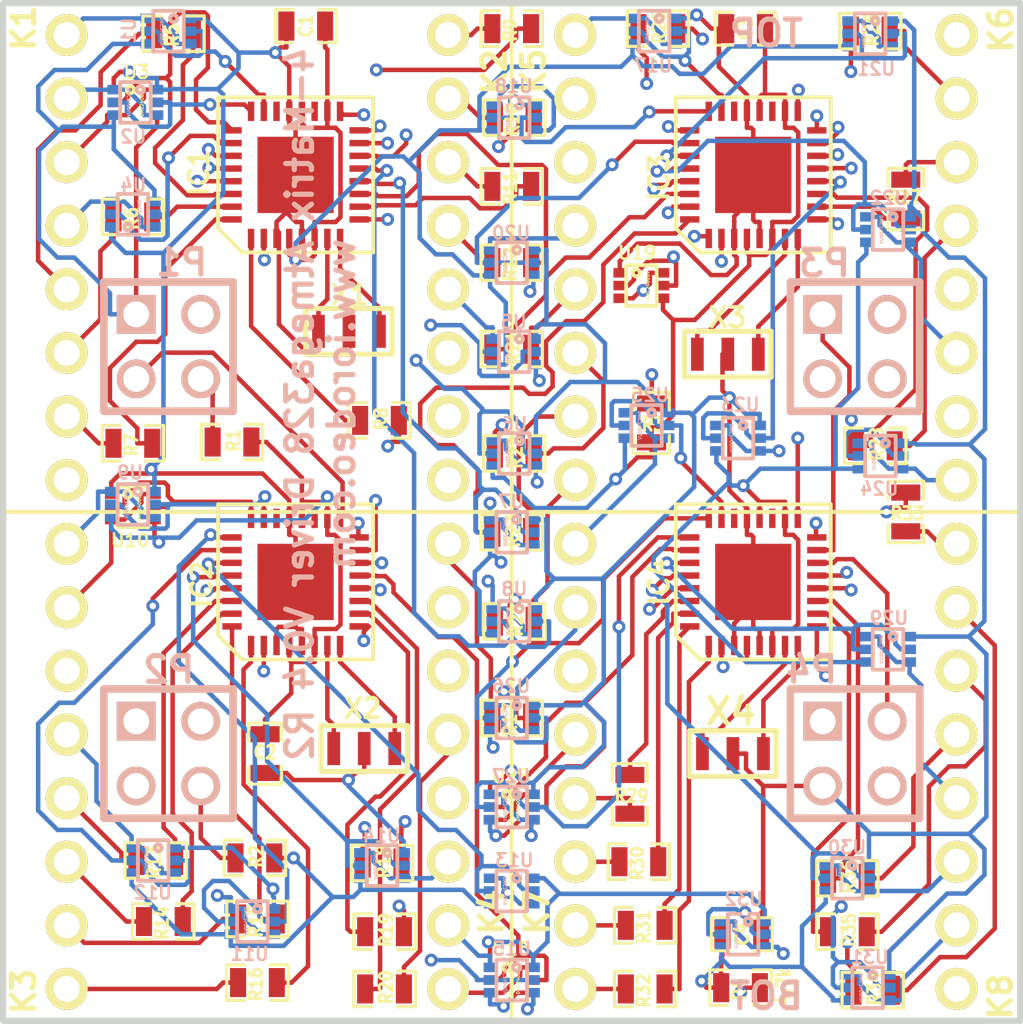
<source format=kicad_pcb>
(kicad_pcb (version 3) (host pcbnew "(2013-jul-07)-stable")
  (layers (15 F.Cu signal) (2 Inner2.Cu signal) (1 Inner1.Cu signal) (0 B.Cu signal) (18 B.Paste user) (19 F.Paste user) (20 B.SilkS user) (21 F.SilkS user) (22 B.Mask user) (23 F.Mask user) (28 Edge.Cuts user))
  (net 0 "")
  (net 1 +5V)
  (net 2 /COL0_DRV0)
  (net 3 /COL0_DRV1)
  (net 4 /COL0_DRV2)
  (net 5 /COL0_DRV3)
  (net 6 /COL1_DRV0)
  (net 7 /COL1_DRV1)
  (net 8 /COL1_DRV2)
  (net 9 /COL1_DRV3)
  (net 10 /COL2_DRV0)
  (net 11 /COL2_DRV1)
  (net 12 /COL2_DRV2)
  (net 13 /COL2_DRV3)
  (net 14 /COL3_DRV0)
  (net 15 /COL3_DRV1)
  (net 16 /COL3_DRV2)
  (net 17 /COL3_DRV3)
  (net 18 /COL4_DRV0)
  (net 19 /COL4_DRV1)
  (net 20 /COL4_DRV2)
  (net 21 /COL4_DRV3)
  (net 22 /COL5_DRV0)
  (net 23 /COL5_DRV1)
  (net 24 /COL5_DRV2)
  (net 25 /COL5_DRV3)
  (net 26 /COL6_DRV0)
  (net 27 /COL6_DRV1)
  (net 28 /COL6_DRV2)
  (net 29 /COL6_DRV3)
  (net 30 /COL7_DRV0)
  (net 31 /COL7_DRV1)
  (net 32 /COL7_DRV2)
  (net 33 /COL7_DRV3)
  (net 34 /CS0)
  (net 35 /CS1)
  (net 36 /CS2)
  (net 37 /CS3)
  (net 38 /MISO)
  (net 39 /MOSI)
  (net 40 /RESET_DRV0)
  (net 41 /RESET_DRV1)
  (net 42 /RESET_DRV3)
  (net 43 /ROW0_DRV0)
  (net 44 /ROW0_DRV1)
  (net 45 /ROW0_DRV2)
  (net 46 /ROW0_DRV3)
  (net 47 /ROW0_INV0)
  (net 48 /ROW0_INV1)
  (net 49 /ROW0_INV2)
  (net 50 /ROW0_INV3)
  (net 51 /ROW1_DRV0)
  (net 52 /ROW1_DRV1)
  (net 53 /ROW1_DRV2)
  (net 54 /ROW1_DRV3)
  (net 55 /ROW1_INV0)
  (net 56 /ROW1_INV1)
  (net 57 /ROW1_INV2)
  (net 58 /ROW1_INV3)
  (net 59 /ROW2_DRV0)
  (net 60 /ROW2_DRV1)
  (net 61 /ROW2_DRV2)
  (net 62 /ROW2_DRV3)
  (net 63 /ROW2_INV0)
  (net 64 /ROW2_INV1)
  (net 65 /ROW2_INV2)
  (net 66 /ROW2_INV3)
  (net 67 /ROW3_DRV0)
  (net 68 /ROW3_DRV1)
  (net 69 /ROW3_DRV2)
  (net 70 /ROW3_DRV3)
  (net 71 /ROW3_INV0)
  (net 72 /ROW3_INV1)
  (net 73 /ROW3_INV2)
  (net 74 /ROW3_INV3)
  (net 75 /ROW4_DRV0)
  (net 76 /ROW4_DRV1)
  (net 77 /ROW4_DRV2)
  (net 78 /ROW4_DRV3)
  (net 79 /ROW4_INV0)
  (net 80 /ROW4_INV1)
  (net 81 /ROW4_INV2)
  (net 82 /ROW4_INV3)
  (net 83 /ROW5_DRV0)
  (net 84 /ROW5_DRV1)
  (net 85 /ROW5_DRV2)
  (net 86 /ROW5_DRV3)
  (net 87 /ROW5_INV0)
  (net 88 /ROW5_INV1)
  (net 89 /ROW5_INV2)
  (net 90 /ROW5_INV3)
  (net 91 /ROW6_DRV0)
  (net 92 /ROW6_DRV1)
  (net 93 /ROW6_DRV2)
  (net 94 /ROW6_DRV3)
  (net 95 /ROW6_INV0)
  (net 96 /ROW6_INV1)
  (net 97 /ROW6_INV2)
  (net 98 /ROW6_INV3)
  (net 99 /ROW7_DRV0)
  (net 100 /ROW7_DRV1)
  (net 101 /ROW7_DRV2)
  (net 102 /ROW7_DRV3)
  (net 103 /ROW7_INV0)
  (net 104 /ROW7_INV1)
  (net 105 /ROW7_INV2)
  (net 106 /ROW7_INV3)
  (net 107 /SCK)
  (net 108 /XTAL0_DRV0)
  (net 109 /XTAL0_DRV1)
  (net 110 /XTAL0_DRV2)
  (net 111 /XTAL0_DRV3)
  (net 112 /XTAL1_DRV0)
  (net 113 /XTAL1_DRV1)
  (net 114 /XTAL1_DRV2)
  (net 115 /XTAL1_DRV3)
  (net 116 GND)
  (net 117 N-00000104)
  (net 118 N-00000105)
  (net 119 N-00000106)
  (net 120 N-00000107)
  (net 121 N-00000130)
  (net 122 N-00000131)
  (net 123 N-00000132)
  (net 124 N-00000133)
  (net 125 N-00000134)
  (net 126 N-00000135)
  (net 127 N-00000136)
  (net 128 N-00000137)
  (net 129 N-00000138)
  (net 130 N-00000139)
  (net 131 N-00000140)
  (net 132 N-00000141)
  (net 133 N-00000142)
  (net 134 N-00000143)
  (net 135 N-00000144)
  (net 136 N-00000145)
  (net 137 N-00000156)
  (net 138 N-00000157)
  (net 139 N-00000158)
  (net 140 N-00000159)
  (net 141 N-0000060)
  (net 142 N-0000061)
  (net 143 N-0000062)
  (net 144 N-0000063)
  (net 145 N-0000084)
  (net 146 N-0000085)
  (net 147 N-0000094)
  (net 148 N-0000095)
  (module SM0603_Capa (layer F.Cu) (at 61.9 50.9 180)
    (fp_text reference C1 (at 0 0 270) (layer F.SilkS) (effects (font (size 0.508 0.4572) (thickness 0.1143))))
    (fp_text value 0.1uF hide)
    (pad 1 smd rect (at -0.762 0 180) (size 0.635 1.143) (layers F.Cu F.Paste F.Mask) (net 1 +5V))
    (pad 2 smd rect (at 0.762 0 180) (size 0.635 1.143) (layers F.Cu F.Paste F.Mask) (net 116 GND))
  )
  (module CER_RESO (layer F.Cu) (at 63.6 62.9)
    (fp_text reference X1 (at 0.027 -1.432) (layer F.SilkS) (effects (font (size 0.762 0.762) (thickness 0.1524))))
    (fp_text value CER_RESO hide)
    (pad 2 smd rect (at 0 0) (size 0.50038 1.30048) (layers F.Cu F.Paste F.Mask) (net 116 GND))
    (pad 3 smd rect (at 1.19888 0) (size 0.50038 1.30048) (layers F.Cu F.Paste F.Mask) (net 112 /XTAL1_DRV0))
    (pad 1 smd rect (at -1.19888 0) (size 0.50038 1.30048) (layers F.Cu F.Paste F.Mask) (net 108 /XTAL0_DRV0))
  )
  (module CER_RESO (layer F.Cu) (at 64.2 79.3)
    (fp_text reference X2 (at -0.065 -1.576) (layer F.SilkS) (effects (font (size 0.762 0.762) (thickness 0.1524))))
    (fp_text value CER_RESO hide)
    (pad 2 smd rect (at 0 0) (size 0.50038 1.30048) (layers F.Cu F.Paste F.Mask) (net 116 GND))
    (pad 3 smd rect (at 1.19888 0) (size 0.50038 1.30048) (layers F.Cu F.Paste F.Mask) (net 113 /XTAL1_DRV1))
    (pad 1 smd rect (at -1.19888 0) (size 0.50038 1.30048) (layers F.Cu F.Paste F.Mask) (net 109 /XTAL0_DRV1))
  )
  (module CER_RESO (layer F.Cu) (at 78.5 63.8)
    (fp_text reference X3 (at -0.014 -1.443) (layer F.SilkS) (effects (font (size 0.762 0.762) (thickness 0.1524))))
    (fp_text value CER_RESO hide)
    (pad 2 smd rect (at 0 0) (size 0.50038 1.30048) (layers F.Cu F.Paste F.Mask) (net 116 GND))
    (pad 3 smd rect (at 1.19888 0) (size 0.50038 1.30048) (layers F.Cu F.Paste F.Mask) (net 114 /XTAL1_DRV2))
    (pad 1 smd rect (at -1.19888 0) (size 0.50038 1.30048) (layers F.Cu F.Paste F.Mask) (net 110 /XTAL0_DRV2))
  )
  (module CER_RESO (layer F.Cu) (at 78.7 79.5)
    (fp_text reference X4 (at -0.087 -1.649) (layer F.SilkS) (effects (font (size 1.016 1.016) (thickness 0.2032))))
    (fp_text value CER_RESO hide)
    (pad 2 smd rect (at 0 0) (size 0.50038 1.30048) (layers F.Cu F.Paste F.Mask) (net 116 GND))
    (pad 3 smd rect (at 1.19888 0) (size 0.50038 1.30048) (layers F.Cu F.Paste F.Mask) (net 115 /XTAL1_DRV3))
    (pad 1 smd rect (at -1.19888 0) (size 0.50038 1.30048) (layers F.Cu F.Paste F.Mask) (net 111 /XTAL0_DRV3))
  )
  (module SM0603_Capa (layer F.Cu) (at 60.3 79.5 270)
    (fp_text reference C2 (at -0.05 0 360) (layer F.SilkS) (effects (font (size 0.508 0.4572) (thickness 0.1143))))
    (fp_text value 0.1uF hide)
    (pad 1 smd rect (at -0.762 0 270) (size 0.635 1.143) (layers F.Cu F.Paste F.Mask) (net 1 +5V))
    (pad 2 smd rect (at 0.762 0 270) (size 0.635 1.143) (layers F.Cu F.Paste F.Mask) (net 116 GND))
  )
  (module QFN32 (layer F.Cu) (at 61.5 56.75 90)
    (fp_text reference IC1 (at 0.1 -3.8 90) (layer F.SilkS) (effects (font (size 0.762 0.762) (thickness 0.1524))))
    (fp_text value ATMEGA328P-M hide)
    (pad 31 smd rect (at -1.24968 -2.49936 90) (size 0.254 0.762) (layers F.Cu F.Paste F.Mask) (net 6 /COL1_DRV0))
    (pad 30 smd rect (at -0.7493 -2.49936 90) (size 0.254 0.762) (layers F.Cu F.Paste F.Mask) (net 2 /COL0_DRV0))
    (pad 29 smd rect (at -0.24892 -2.49936 90) (size 0.254 0.762) (layers F.Cu F.Paste F.Mask) (net 40 /RESET_DRV0))
    (pad 32 smd rect (at -1.75006 -2.49936 90) (size 0.254 0.762) (layers F.Cu F.Paste F.Mask) (net 10 /COL2_DRV0))
    (pad 1 smd rect (at -2.49936 -1.75006 180) (size 0.254 0.762) (layers F.Cu F.Paste F.Mask) (net 14 /COL3_DRV0))
    (pad 2 smd rect (at -2.49936 -1.24968 180) (size 0.254 0.762) (layers F.Cu F.Paste F.Mask) (net 18 /COL4_DRV0))
    (pad 3 smd rect (at -2.49936 -0.7493 180) (size 0.254 0.762) (layers F.Cu F.Paste F.Mask) (net 116 GND))
    (pad 4 smd rect (at -2.49936 -0.24892 180) (size 0.254 0.762) (layers F.Cu F.Paste F.Mask) (net 1 +5V))
    (pad 5 smd rect (at -2.49936 0.24892 180) (size 0.254 0.762) (layers F.Cu F.Paste F.Mask) (net 116 GND))
    (pad 6 smd rect (at -2.49936 0.7493 180) (size 0.254 0.762) (layers F.Cu F.Paste F.Mask) (net 1 +5V))
    (pad 7 smd rect (at -2.49936 1.24968 180) (size 0.254 0.762) (layers F.Cu F.Paste F.Mask) (net 108 /XTAL0_DRV0))
    (pad 8 smd rect (at -2.49936 1.75006 180) (size 0.254 0.762) (layers F.Cu F.Paste F.Mask) (net 112 /XTAL1_DRV0))
    (pad 16 smd rect (at 1.75006 2.49936 90) (size 0.254 0.762) (layers F.Cu F.Paste F.Mask) (net 38 /MISO))
    (pad 9 smd rect (at -1.75006 2.49936 90) (size 0.254 0.762) (layers F.Cu F.Paste F.Mask) (net 22 /COL5_DRV0))
    (pad 10 smd rect (at -1.24968 2.49936 90) (size 0.254 0.762) (layers F.Cu F.Paste F.Mask) (net 26 /COL6_DRV0))
    (pad 11 smd rect (at -0.7493 2.49936 90) (size 0.254 0.762) (layers F.Cu F.Paste F.Mask) (net 30 /COL7_DRV0))
    (pad 12 smd rect (at -0.24892 2.49936 90) (size 0.254 0.762) (layers F.Cu F.Paste F.Mask) (net 91 /ROW6_DRV0))
    (pad 13 smd rect (at 0.24892 2.49936 90) (size 0.254 0.762) (layers F.Cu F.Paste F.Mask) (net 99 /ROW7_DRV0))
    (pad 14 smd rect (at 0.7493 2.49936 90) (size 0.254 0.762) (layers F.Cu F.Paste F.Mask) (net 34 /CS0))
    (pad 15 smd rect (at 1.24968 2.49936 90) (size 0.254 0.762) (layers F.Cu F.Paste F.Mask) (net 39 /MOSI))
    (pad 17 smd rect (at 2.49936 1.75006 180) (size 0.254 0.762) (layers F.Cu F.Paste F.Mask) (net 107 /SCK))
    (pad 18 smd rect (at 2.49936 1.24968 180) (size 0.254 0.762) (layers F.Cu F.Paste F.Mask) (net 1 +5V))
    (pad 19 smd rect (at 2.49936 0.7493 180) (size 0.254 0.762) (layers F.Cu F.Paste F.Mask))
    (pad 20 smd rect (at 2.49936 0.24892 180) (size 0.254 0.762) (layers F.Cu F.Paste F.Mask) (net 1 +5V))
    (pad 21 smd rect (at 2.49936 -0.24892 180) (size 0.254 0.762) (layers F.Cu F.Paste F.Mask) (net 116 GND))
    (pad 22 smd rect (at 2.49936 -0.7493 180) (size 0.254 0.762) (layers F.Cu F.Paste F.Mask))
    (pad 23 smd rect (at 2.49936 -1.24968 180) (size 0.254 0.762) (layers F.Cu F.Paste F.Mask) (net 43 /ROW0_DRV0))
    (pad 24 smd rect (at 2.49936 -1.75006 180) (size 0.254 0.762) (layers F.Cu F.Paste F.Mask) (net 51 /ROW1_DRV0))
    (pad 25 smd rect (at 1.75006 -2.49936 90) (size 0.254 0.762) (layers F.Cu F.Paste F.Mask) (net 59 /ROW2_DRV0))
    (pad 26 smd rect (at 1.24968 -2.49936 90) (size 0.254 0.762) (layers F.Cu F.Paste F.Mask) (net 67 /ROW3_DRV0))
    (pad 27 smd rect (at 0.7493 -2.49936 90) (size 0.254 0.762) (layers F.Cu F.Paste F.Mask) (net 75 /ROW4_DRV0))
    (pad 28 smd rect (at 0.24892 -2.49936 90) (size 0.254 0.762) (layers F.Cu F.Paste F.Mask) (net 83 /ROW5_DRV0))
    (pad 33 smd rect (at 0 0 90) (size 2.99974 2.99974) (layers F.Cu F.Paste F.Mask) (net 116 GND))
  )
  (module QFN32 (layer F.Cu) (at 61.5 72.75 90)
    (fp_text reference IC2 (at -0.1 -3.7 90) (layer F.SilkS) (effects (font (size 0.762 0.762) (thickness 0.1524))))
    (fp_text value ATMEGA328P-M hide)
    (pad 31 smd rect (at -1.24968 -2.49936 90) (size 0.254 0.762) (layers F.Cu F.Paste F.Mask) (net 7 /COL1_DRV1))
    (pad 30 smd rect (at -0.7493 -2.49936 90) (size 0.254 0.762) (layers F.Cu F.Paste F.Mask) (net 3 /COL0_DRV1))
    (pad 29 smd rect (at -0.24892 -2.49936 90) (size 0.254 0.762) (layers F.Cu F.Paste F.Mask) (net 41 /RESET_DRV1))
    (pad 32 smd rect (at -1.75006 -2.49936 90) (size 0.254 0.762) (layers F.Cu F.Paste F.Mask) (net 11 /COL2_DRV1))
    (pad 1 smd rect (at -2.49936 -1.75006 180) (size 0.254 0.762) (layers F.Cu F.Paste F.Mask) (net 15 /COL3_DRV1))
    (pad 2 smd rect (at -2.49936 -1.24968 180) (size 0.254 0.762) (layers F.Cu F.Paste F.Mask) (net 19 /COL4_DRV1))
    (pad 3 smd rect (at -2.49936 -0.7493 180) (size 0.254 0.762) (layers F.Cu F.Paste F.Mask) (net 116 GND))
    (pad 4 smd rect (at -2.49936 -0.24892 180) (size 0.254 0.762) (layers F.Cu F.Paste F.Mask) (net 1 +5V))
    (pad 5 smd rect (at -2.49936 0.24892 180) (size 0.254 0.762) (layers F.Cu F.Paste F.Mask) (net 116 GND))
    (pad 6 smd rect (at -2.49936 0.7493 180) (size 0.254 0.762) (layers F.Cu F.Paste F.Mask) (net 1 +5V))
    (pad 7 smd rect (at -2.49936 1.24968 180) (size 0.254 0.762) (layers F.Cu F.Paste F.Mask) (net 109 /XTAL0_DRV1))
    (pad 8 smd rect (at -2.49936 1.75006 180) (size 0.254 0.762) (layers F.Cu F.Paste F.Mask) (net 113 /XTAL1_DRV1))
    (pad 16 smd rect (at 1.75006 2.49936 90) (size 0.254 0.762) (layers F.Cu F.Paste F.Mask) (net 38 /MISO))
    (pad 9 smd rect (at -1.75006 2.49936 90) (size 0.254 0.762) (layers F.Cu F.Paste F.Mask) (net 23 /COL5_DRV1))
    (pad 10 smd rect (at -1.24968 2.49936 90) (size 0.254 0.762) (layers F.Cu F.Paste F.Mask) (net 27 /COL6_DRV1))
    (pad 11 smd rect (at -0.7493 2.49936 90) (size 0.254 0.762) (layers F.Cu F.Paste F.Mask) (net 31 /COL7_DRV1))
    (pad 12 smd rect (at -0.24892 2.49936 90) (size 0.254 0.762) (layers F.Cu F.Paste F.Mask) (net 92 /ROW6_DRV1))
    (pad 13 smd rect (at 0.24892 2.49936 90) (size 0.254 0.762) (layers F.Cu F.Paste F.Mask) (net 100 /ROW7_DRV1))
    (pad 14 smd rect (at 0.7493 2.49936 90) (size 0.254 0.762) (layers F.Cu F.Paste F.Mask) (net 35 /CS1))
    (pad 15 smd rect (at 1.24968 2.49936 90) (size 0.254 0.762) (layers F.Cu F.Paste F.Mask) (net 39 /MOSI))
    (pad 17 smd rect (at 2.49936 1.75006 180) (size 0.254 0.762) (layers F.Cu F.Paste F.Mask) (net 107 /SCK))
    (pad 18 smd rect (at 2.49936 1.24968 180) (size 0.254 0.762) (layers F.Cu F.Paste F.Mask) (net 1 +5V))
    (pad 19 smd rect (at 2.49936 0.7493 180) (size 0.254 0.762) (layers F.Cu F.Paste F.Mask))
    (pad 20 smd rect (at 2.49936 0.24892 180) (size 0.254 0.762) (layers F.Cu F.Paste F.Mask) (net 1 +5V))
    (pad 21 smd rect (at 2.49936 -0.24892 180) (size 0.254 0.762) (layers F.Cu F.Paste F.Mask) (net 116 GND))
    (pad 22 smd rect (at 2.49936 -0.7493 180) (size 0.254 0.762) (layers F.Cu F.Paste F.Mask))
    (pad 23 smd rect (at 2.49936 -1.24968 180) (size 0.254 0.762) (layers F.Cu F.Paste F.Mask) (net 44 /ROW0_DRV1))
    (pad 24 smd rect (at 2.49936 -1.75006 180) (size 0.254 0.762) (layers F.Cu F.Paste F.Mask) (net 52 /ROW1_DRV1))
    (pad 25 smd rect (at 1.75006 -2.49936 90) (size 0.254 0.762) (layers F.Cu F.Paste F.Mask) (net 60 /ROW2_DRV1))
    (pad 26 smd rect (at 1.24968 -2.49936 90) (size 0.254 0.762) (layers F.Cu F.Paste F.Mask) (net 68 /ROW3_DRV1))
    (pad 27 smd rect (at 0.7493 -2.49936 90) (size 0.254 0.762) (layers F.Cu F.Paste F.Mask) (net 76 /ROW4_DRV1))
    (pad 28 smd rect (at 0.24892 -2.49936 90) (size 0.254 0.762) (layers F.Cu F.Paste F.Mask) (net 84 /ROW5_DRV1))
    (pad 33 smd rect (at 0 0 90) (size 2.99974 2.99974) (layers F.Cu F.Paste F.Mask) (net 116 GND))
  )
  (module QFN32 (layer F.Cu) (at 79.5 56.75 90)
    (fp_text reference IC3 (at -0.1 -3.7 90) (layer F.SilkS) (effects (font (size 0.762 0.762) (thickness 0.1524))))
    (fp_text value ATMEGA328P-M hide)
    (pad 31 smd rect (at -1.24968 -2.49936 90) (size 0.254 0.762) (layers F.Cu F.Paste F.Mask) (net 8 /COL1_DRV2))
    (pad 30 smd rect (at -0.7493 -2.49936 90) (size 0.254 0.762) (layers F.Cu F.Paste F.Mask) (net 4 /COL0_DRV2))
    (pad 29 smd rect (at -0.24892 -2.49936 90) (size 0.254 0.762) (layers F.Cu F.Paste F.Mask) (net 40 /RESET_DRV0))
    (pad 32 smd rect (at -1.75006 -2.49936 90) (size 0.254 0.762) (layers F.Cu F.Paste F.Mask) (net 12 /COL2_DRV2))
    (pad 1 smd rect (at -2.49936 -1.75006 180) (size 0.254 0.762) (layers F.Cu F.Paste F.Mask) (net 16 /COL3_DRV2))
    (pad 2 smd rect (at -2.49936 -1.24968 180) (size 0.254 0.762) (layers F.Cu F.Paste F.Mask) (net 20 /COL4_DRV2))
    (pad 3 smd rect (at -2.49936 -0.7493 180) (size 0.254 0.762) (layers F.Cu F.Paste F.Mask) (net 116 GND))
    (pad 4 smd rect (at -2.49936 -0.24892 180) (size 0.254 0.762) (layers F.Cu F.Paste F.Mask) (net 1 +5V))
    (pad 5 smd rect (at -2.49936 0.24892 180) (size 0.254 0.762) (layers F.Cu F.Paste F.Mask) (net 116 GND))
    (pad 6 smd rect (at -2.49936 0.7493 180) (size 0.254 0.762) (layers F.Cu F.Paste F.Mask) (net 1 +5V))
    (pad 7 smd rect (at -2.49936 1.24968 180) (size 0.254 0.762) (layers F.Cu F.Paste F.Mask) (net 110 /XTAL0_DRV2))
    (pad 8 smd rect (at -2.49936 1.75006 180) (size 0.254 0.762) (layers F.Cu F.Paste F.Mask) (net 114 /XTAL1_DRV2))
    (pad 16 smd rect (at 1.75006 2.49936 90) (size 0.254 0.762) (layers F.Cu F.Paste F.Mask) (net 38 /MISO))
    (pad 9 smd rect (at -1.75006 2.49936 90) (size 0.254 0.762) (layers F.Cu F.Paste F.Mask) (net 24 /COL5_DRV2))
    (pad 10 smd rect (at -1.24968 2.49936 90) (size 0.254 0.762) (layers F.Cu F.Paste F.Mask) (net 28 /COL6_DRV2))
    (pad 11 smd rect (at -0.7493 2.49936 90) (size 0.254 0.762) (layers F.Cu F.Paste F.Mask) (net 32 /COL7_DRV2))
    (pad 12 smd rect (at -0.24892 2.49936 90) (size 0.254 0.762) (layers F.Cu F.Paste F.Mask) (net 93 /ROW6_DRV2))
    (pad 13 smd rect (at 0.24892 2.49936 90) (size 0.254 0.762) (layers F.Cu F.Paste F.Mask) (net 101 /ROW7_DRV2))
    (pad 14 smd rect (at 0.7493 2.49936 90) (size 0.254 0.762) (layers F.Cu F.Paste F.Mask) (net 36 /CS2))
    (pad 15 smd rect (at 1.24968 2.49936 90) (size 0.254 0.762) (layers F.Cu F.Paste F.Mask) (net 39 /MOSI))
    (pad 17 smd rect (at 2.49936 1.75006 180) (size 0.254 0.762) (layers F.Cu F.Paste F.Mask) (net 107 /SCK))
    (pad 18 smd rect (at 2.49936 1.24968 180) (size 0.254 0.762) (layers F.Cu F.Paste F.Mask) (net 1 +5V))
    (pad 19 smd rect (at 2.49936 0.7493 180) (size 0.254 0.762) (layers F.Cu F.Paste F.Mask))
    (pad 20 smd rect (at 2.49936 0.24892 180) (size 0.254 0.762) (layers F.Cu F.Paste F.Mask) (net 1 +5V))
    (pad 21 smd rect (at 2.49936 -0.24892 180) (size 0.254 0.762) (layers F.Cu F.Paste F.Mask) (net 116 GND))
    (pad 22 smd rect (at 2.49936 -0.7493 180) (size 0.254 0.762) (layers F.Cu F.Paste F.Mask))
    (pad 23 smd rect (at 2.49936 -1.24968 180) (size 0.254 0.762) (layers F.Cu F.Paste F.Mask) (net 45 /ROW0_DRV2))
    (pad 24 smd rect (at 2.49936 -1.75006 180) (size 0.254 0.762) (layers F.Cu F.Paste F.Mask) (net 53 /ROW1_DRV2))
    (pad 25 smd rect (at 1.75006 -2.49936 90) (size 0.254 0.762) (layers F.Cu F.Paste F.Mask) (net 61 /ROW2_DRV2))
    (pad 26 smd rect (at 1.24968 -2.49936 90) (size 0.254 0.762) (layers F.Cu F.Paste F.Mask) (net 69 /ROW3_DRV2))
    (pad 27 smd rect (at 0.7493 -2.49936 90) (size 0.254 0.762) (layers F.Cu F.Paste F.Mask) (net 77 /ROW4_DRV2))
    (pad 28 smd rect (at 0.24892 -2.49936 90) (size 0.254 0.762) (layers F.Cu F.Paste F.Mask) (net 85 /ROW5_DRV2))
    (pad 33 smd rect (at 0 0 90) (size 2.99974 2.99974) (layers F.Cu F.Paste F.Mask) (net 116 GND))
  )
  (module QFN32 (layer F.Cu) (at 79.5 72.75 90)
    (fp_text reference IC4 (at 0 -3.7 90) (layer F.SilkS) (effects (font (size 0.762 0.762) (thickness 0.1524))))
    (fp_text value ATMEGA328P-M hide)
    (pad 31 smd rect (at -1.24968 -2.49936 90) (size 0.254 0.762) (layers F.Cu F.Paste F.Mask) (net 9 /COL1_DRV3))
    (pad 30 smd rect (at -0.7493 -2.49936 90) (size 0.254 0.762) (layers F.Cu F.Paste F.Mask) (net 5 /COL0_DRV3))
    (pad 29 smd rect (at -0.24892 -2.49936 90) (size 0.254 0.762) (layers F.Cu F.Paste F.Mask) (net 42 /RESET_DRV3))
    (pad 32 smd rect (at -1.75006 -2.49936 90) (size 0.254 0.762) (layers F.Cu F.Paste F.Mask) (net 13 /COL2_DRV3))
    (pad 1 smd rect (at -2.49936 -1.75006 180) (size 0.254 0.762) (layers F.Cu F.Paste F.Mask) (net 17 /COL3_DRV3))
    (pad 2 smd rect (at -2.49936 -1.24968 180) (size 0.254 0.762) (layers F.Cu F.Paste F.Mask) (net 21 /COL4_DRV3))
    (pad 3 smd rect (at -2.49936 -0.7493 180) (size 0.254 0.762) (layers F.Cu F.Paste F.Mask) (net 116 GND))
    (pad 4 smd rect (at -2.49936 -0.24892 180) (size 0.254 0.762) (layers F.Cu F.Paste F.Mask) (net 1 +5V))
    (pad 5 smd rect (at -2.49936 0.24892 180) (size 0.254 0.762) (layers F.Cu F.Paste F.Mask) (net 116 GND))
    (pad 6 smd rect (at -2.49936 0.7493 180) (size 0.254 0.762) (layers F.Cu F.Paste F.Mask) (net 1 +5V))
    (pad 7 smd rect (at -2.49936 1.24968 180) (size 0.254 0.762) (layers F.Cu F.Paste F.Mask) (net 111 /XTAL0_DRV3))
    (pad 8 smd rect (at -2.49936 1.75006 180) (size 0.254 0.762) (layers F.Cu F.Paste F.Mask) (net 115 /XTAL1_DRV3))
    (pad 16 smd rect (at 1.75006 2.49936 90) (size 0.254 0.762) (layers F.Cu F.Paste F.Mask) (net 38 /MISO))
    (pad 9 smd rect (at -1.75006 2.49936 90) (size 0.254 0.762) (layers F.Cu F.Paste F.Mask) (net 25 /COL5_DRV3))
    (pad 10 smd rect (at -1.24968 2.49936 90) (size 0.254 0.762) (layers F.Cu F.Paste F.Mask) (net 29 /COL6_DRV3))
    (pad 11 smd rect (at -0.7493 2.49936 90) (size 0.254 0.762) (layers F.Cu F.Paste F.Mask) (net 33 /COL7_DRV3))
    (pad 12 smd rect (at -0.24892 2.49936 90) (size 0.254 0.762) (layers F.Cu F.Paste F.Mask) (net 94 /ROW6_DRV3))
    (pad 13 smd rect (at 0.24892 2.49936 90) (size 0.254 0.762) (layers F.Cu F.Paste F.Mask) (net 102 /ROW7_DRV3))
    (pad 14 smd rect (at 0.7493 2.49936 90) (size 0.254 0.762) (layers F.Cu F.Paste F.Mask) (net 37 /CS3))
    (pad 15 smd rect (at 1.24968 2.49936 90) (size 0.254 0.762) (layers F.Cu F.Paste F.Mask) (net 39 /MOSI))
    (pad 17 smd rect (at 2.49936 1.75006 180) (size 0.254 0.762) (layers F.Cu F.Paste F.Mask) (net 107 /SCK))
    (pad 18 smd rect (at 2.49936 1.24968 180) (size 0.254 0.762) (layers F.Cu F.Paste F.Mask) (net 1 +5V))
    (pad 19 smd rect (at 2.49936 0.7493 180) (size 0.254 0.762) (layers F.Cu F.Paste F.Mask))
    (pad 20 smd rect (at 2.49936 0.24892 180) (size 0.254 0.762) (layers F.Cu F.Paste F.Mask) (net 1 +5V))
    (pad 21 smd rect (at 2.49936 -0.24892 180) (size 0.254 0.762) (layers F.Cu F.Paste F.Mask) (net 116 GND))
    (pad 22 smd rect (at 2.49936 -0.7493 180) (size 0.254 0.762) (layers F.Cu F.Paste F.Mask))
    (pad 23 smd rect (at 2.49936 -1.24968 180) (size 0.254 0.762) (layers F.Cu F.Paste F.Mask) (net 46 /ROW0_DRV3))
    (pad 24 smd rect (at 2.49936 -1.75006 180) (size 0.254 0.762) (layers F.Cu F.Paste F.Mask) (net 54 /ROW1_DRV3))
    (pad 25 smd rect (at 1.75006 -2.49936 90) (size 0.254 0.762) (layers F.Cu F.Paste F.Mask) (net 62 /ROW2_DRV3))
    (pad 26 smd rect (at 1.24968 -2.49936 90) (size 0.254 0.762) (layers F.Cu F.Paste F.Mask) (net 70 /ROW3_DRV3))
    (pad 27 smd rect (at 0.7493 -2.49936 90) (size 0.254 0.762) (layers F.Cu F.Paste F.Mask) (net 78 /ROW4_DRV3))
    (pad 28 smd rect (at 0.24892 -2.49936 90) (size 0.254 0.762) (layers F.Cu F.Paste F.Mask) (net 86 /ROW5_DRV3))
    (pad 33 smd rect (at 0 0 90) (size 2.99974 2.99974) (layers F.Cu F.Paste F.Mask) (net 116 GND))
  )
  (module SM0603_Capa (layer F.Cu) (at 79.2 51 180)
    (fp_text reference C3 (at 0 0 270) (layer F.SilkS) (effects (font (size 0.508 0.4572) (thickness 0.1143))))
    (fp_text value 0.1uF hide)
    (pad 1 smd rect (at -0.762 0 180) (size 0.635 1.143) (layers F.Cu F.Paste F.Mask) (net 1 +5V))
    (pad 2 smd rect (at 0.762 0 180) (size 0.635 1.143) (layers F.Cu F.Paste F.Mask) (net 116 GND))
  )
  (module SM0603_Capa (layer F.Cu) (at 79.05 86.6)
    (fp_text reference C4 (at 0 0 90) (layer F.SilkS) (effects (font (size 0.508 0.4572) (thickness 0.1143))))
    (fp_text value 0.1uF hide)
    (pad 1 smd rect (at -0.762 0) (size 0.635 1.143) (layers F.Cu F.Paste F.Mask) (net 1 +5V))
    (pad 2 smd rect (at 0.762 0) (size 0.635 1.143) (layers F.Cu F.Paste F.Mask) (net 116 GND))
  )
  (module SM0603_Resistor (layer F.Cu) (at 83.2 84.4)
    (fp_text reference R36 (at 0.0635 -0.0635 90) (layer F.SilkS) (effects (font (size 0.50038 0.4572) (thickness 0.1143))))
    (fp_text value 82 hide)
    (pad 1 smd rect (at -0.762 0) (size 0.635 1.143) (layers F.Cu F.Paste F.Mask) (net 33 /COL7_DRV3))
    (pad 2 smd rect (at 0.762 0) (size 0.635 1.143) (layers F.Cu F.Paste F.Mask) (net 132 N-00000141))
  )
  (module SM0603_Resistor (layer F.Cu) (at 83.2 86.5)
    (fp_text reference R35 (at 0.0635 -0.0635 90) (layer F.SilkS) (effects (font (size 0.50038 0.4572) (thickness 0.1143))))
    (fp_text value 82 hide)
    (pad 1 smd rect (at -0.762 0) (size 0.635 1.143) (layers F.Cu F.Paste F.Mask) (net 29 /COL6_DRV3))
    (pad 2 smd rect (at 0.762 0) (size 0.635 1.143) (layers F.Cu F.Paste F.Mask) (net 129 N-00000138))
  )
  (module SM0603_Resistor (layer F.Cu) (at 84.2 88.8)
    (fp_text reference R34 (at 0.0635 -0.0635 90) (layer F.SilkS) (effects (font (size 0.50038 0.4572) (thickness 0.1143))))
    (fp_text value 82 hide)
    (pad 1 smd rect (at -0.762 0) (size 0.635 1.143) (layers F.Cu F.Paste F.Mask) (net 25 /COL5_DRV3))
    (pad 2 smd rect (at 0.762 0) (size 0.635 1.143) (layers F.Cu F.Paste F.Mask) (net 130 N-00000139))
  )
  (module SM0603_Resistor (layer F.Cu) (at 85.5 70 270)
    (fp_text reference R33 (at 0.0635 -0.0635 360) (layer F.SilkS) (effects (font (size 0.50038 0.4572) (thickness 0.1143))))
    (fp_text value 82 hide)
    (pad 1 smd rect (at -0.762 0 270) (size 0.635 1.143) (layers F.Cu F.Paste F.Mask) (net 21 /COL4_DRV3))
    (pad 2 smd rect (at 0.762 0 270) (size 0.635 1.143) (layers F.Cu F.Paste F.Mask) (net 131 N-00000140))
  )
  (module SM0603_Resistor (layer F.Cu) (at 75.25 88.75 180)
    (fp_text reference R32 (at 0.0635 -0.0635 270) (layer F.SilkS) (effects (font (size 0.50038 0.4572) (thickness 0.1143))))
    (fp_text value 82 hide)
    (pad 1 smd rect (at -0.762 0 180) (size 0.635 1.143) (layers F.Cu F.Paste F.Mask) (net 17 /COL3_DRV3))
    (pad 2 smd rect (at 0.762 0 180) (size 0.635 1.143) (layers F.Cu F.Paste F.Mask) (net 122 N-00000131))
  )
  (module SM0603_Resistor (layer F.Cu) (at 75.25 86.25 180)
    (fp_text reference R31 (at 0.0635 -0.0635 270) (layer F.SilkS) (effects (font (size 0.50038 0.4572) (thickness 0.1143))))
    (fp_text value 82 hide)
    (pad 1 smd rect (at -0.762 0 180) (size 0.635 1.143) (layers F.Cu F.Paste F.Mask) (net 13 /COL2_DRV3))
    (pad 2 smd rect (at 0.762 0 180) (size 0.635 1.143) (layers F.Cu F.Paste F.Mask) (net 123 N-00000132))
  )
  (module SM0603_Resistor (layer F.Cu) (at 75 83.75 180)
    (fp_text reference R30 (at 0.0635 -0.0635 270) (layer F.SilkS) (effects (font (size 0.50038 0.4572) (thickness 0.1143))))
    (fp_text value 82 hide)
    (pad 1 smd rect (at -0.762 0 180) (size 0.635 1.143) (layers F.Cu F.Paste F.Mask) (net 9 /COL1_DRV3))
    (pad 2 smd rect (at 0.762 0 180) (size 0.635 1.143) (layers F.Cu F.Paste F.Mask) (net 124 N-00000133))
  )
  (module SM0603_Resistor (layer F.Cu) (at 74.65 81.1 270)
    (fp_text reference R29 (at 0.0635 -0.0635 360) (layer F.SilkS) (effects (font (size 0.50038 0.4572) (thickness 0.1143))))
    (fp_text value 82 hide)
    (pad 1 smd rect (at -0.762 0 270) (size 0.635 1.143) (layers F.Cu F.Paste F.Mask) (net 5 /COL0_DRV3))
    (pad 2 smd rect (at 0.762 0 270) (size 0.635 1.143) (layers F.Cu F.Paste F.Mask) (net 125 N-00000134))
  )
  (module SM0603_Resistor (layer F.Cu) (at 84.3 67.4)
    (fp_text reference R28 (at 0.0635 -0.0635 90) (layer F.SilkS) (effects (font (size 0.50038 0.4572) (thickness 0.1143))))
    (fp_text value 82 hide)
    (pad 1 smd rect (at -0.762 0) (size 0.635 1.143) (layers F.Cu F.Paste F.Mask) (net 32 /COL7_DRV2))
    (pad 2 smd rect (at 0.762 0) (size 0.635 1.143) (layers F.Cu F.Paste F.Mask) (net 126 N-00000135))
  )
  (module SM0603_Resistor (layer F.Cu) (at 85.5 57.7 90)
    (fp_text reference R27 (at 0.0635 -0.0635 180) (layer F.SilkS) (effects (font (size 0.50038 0.4572) (thickness 0.1143))))
    (fp_text value 82 hide)
    (pad 1 smd rect (at -0.762 0 90) (size 0.635 1.143) (layers F.Cu F.Paste F.Mask) (net 28 /COL6_DRV2))
    (pad 2 smd rect (at 0.762 0 90) (size 0.635 1.143) (layers F.Cu F.Paste F.Mask) (net 127 N-00000136))
  )
  (module SM0603_Resistor (layer F.Cu) (at 84.1 51.1)
    (fp_text reference R26 (at 0.0635 -0.0635 90) (layer F.SilkS) (effects (font (size 0.50038 0.4572) (thickness 0.1143))))
    (fp_text value 82 hide)
    (pad 1 smd rect (at -0.762 0) (size 0.635 1.143) (layers F.Cu F.Paste F.Mask) (net 24 /COL5_DRV2))
    (pad 2 smd rect (at 0.762 0) (size 0.635 1.143) (layers F.Cu F.Paste F.Mask) (net 121 N-00000130))
  )
  (module SM0603_Resistor (layer F.Cu) (at 75.75 51)
    (fp_text reference R25 (at 0.0635 -0.0635 90) (layer F.SilkS) (effects (font (size 0.50038 0.4572) (thickness 0.1143))))
    (fp_text value 82 hide)
    (pad 1 smd rect (at -0.762 0) (size 0.635 1.143) (layers F.Cu F.Paste F.Mask) (net 20 /COL4_DRV2))
    (pad 2 smd rect (at 0.762 0) (size 0.635 1.143) (layers F.Cu F.Paste F.Mask) (net 128 N-00000137))
  )
  (module SM0603_Resistor (layer F.Cu) (at 70.1 74.3)
    (fp_text reference R24 (at 0.0635 -0.0635 90) (layer F.SilkS) (effects (font (size 0.50038 0.4572) (thickness 0.1143))))
    (fp_text value 82 hide)
    (pad 1 smd rect (at -0.762 0) (size 0.635 1.143) (layers F.Cu F.Paste F.Mask) (net 16 /COL3_DRV2))
    (pad 2 smd rect (at 0.762 0) (size 0.635 1.143) (layers F.Cu F.Paste F.Mask) (net 148 N-0000095))
  )
  (module SM0603_Resistor (layer F.Cu) (at 70 70.8)
    (fp_text reference R23 (at 0.0635 -0.0635 90) (layer F.SilkS) (effects (font (size 0.50038 0.4572) (thickness 0.1143))))
    (fp_text value 82 hide)
    (pad 1 smd rect (at -0.762 0) (size 0.635 1.143) (layers F.Cu F.Paste F.Mask) (net 12 /COL2_DRV2))
    (pad 2 smd rect (at 0.762 0) (size 0.635 1.143) (layers F.Cu F.Paste F.Mask) (net 147 N-0000094))
  )
  (module SM0603_Resistor (layer F.Cu) (at 70.1 67.7)
    (fp_text reference R22 (at 0.0635 -0.0635 90) (layer F.SilkS) (effects (font (size 0.50038 0.4572) (thickness 0.1143))))
    (fp_text value 82 hide)
    (pad 1 smd rect (at -0.762 0) (size 0.635 1.143) (layers F.Cu F.Paste F.Mask) (net 8 /COL1_DRV2))
    (pad 2 smd rect (at 0.762 0) (size 0.635 1.143) (layers F.Cu F.Paste F.Mask) (net 145 N-0000084))
  )
  (module SM0603_Resistor (layer F.Cu) (at 70 63.6)
    (fp_text reference R21 (at 0.0635 -0.0635 90) (layer F.SilkS) (effects (font (size 0.50038 0.4572) (thickness 0.1143))))
    (fp_text value 82 hide)
    (pad 1 smd rect (at -0.762 0) (size 0.635 1.143) (layers F.Cu F.Paste F.Mask) (net 4 /COL0_DRV2))
    (pad 2 smd rect (at 0.762 0) (size 0.635 1.143) (layers F.Cu F.Paste F.Mask) (net 146 N-0000085))
  )
  (module SM0603_Resistor (layer F.Cu) (at 65 88.75)
    (fp_text reference R20 (at 0.0635 -0.0635 90) (layer F.SilkS) (effects (font (size 0.50038 0.4572) (thickness 0.1143))))
    (fp_text value 82 hide)
    (pad 1 smd rect (at -0.762 0) (size 0.635 1.143) (layers F.Cu F.Paste F.Mask) (net 31 /COL7_DRV1))
    (pad 2 smd rect (at 0.762 0) (size 0.635 1.143) (layers F.Cu F.Paste F.Mask) (net 134 N-00000143))
  )
  (module SM0603_Resistor (layer F.Cu) (at 65 86.5)
    (fp_text reference R19 (at 0.0635 -0.0635 90) (layer F.SilkS) (effects (font (size 0.50038 0.4572) (thickness 0.1143))))
    (fp_text value 82 hide)
    (pad 1 smd rect (at -0.762 0) (size 0.635 1.143) (layers F.Cu F.Paste F.Mask) (net 27 /COL6_DRV1))
    (pad 2 smd rect (at 0.762 0) (size 0.635 1.143) (layers F.Cu F.Paste F.Mask) (net 135 N-00000144))
  )
  (module SM0603_Resistor (layer F.Cu) (at 64.9 83.8)
    (fp_text reference R18 (at 0.0635 -0.0635 90) (layer F.SilkS) (effects (font (size 0.50038 0.4572) (thickness 0.1143))))
    (fp_text value 82 hide)
    (pad 1 smd rect (at -0.762 0) (size 0.635 1.143) (layers F.Cu F.Paste F.Mask) (net 23 /COL5_DRV1))
    (pad 2 smd rect (at 0.762 0) (size 0.635 1.143) (layers F.Cu F.Paste F.Mask) (net 133 N-00000142))
  )
  (module SM0603_Resistor (layer F.Cu) (at 70 78.1 180)
    (fp_text reference R17 (at 0.0635 -0.0635 270) (layer F.SilkS) (effects (font (size 0.50038 0.4572) (thickness 0.1143))))
    (fp_text value 82 hide)
    (pad 1 smd rect (at -0.762 0 180) (size 0.635 1.143) (layers F.Cu F.Paste F.Mask) (net 19 /COL4_DRV1))
    (pad 2 smd rect (at 0.762 0 180) (size 0.635 1.143) (layers F.Cu F.Paste F.Mask) (net 136 N-00000145))
  )
  (module SM0603_Resistor (layer F.Cu) (at 60 88.5 180)
    (fp_text reference R16 (at 0.0635 -0.0635 270) (layer F.SilkS) (effects (font (size 0.50038 0.4572) (thickness 0.1143))))
    (fp_text value 82 hide)
    (pad 1 smd rect (at -0.762 0 180) (size 0.635 1.143) (layers F.Cu F.Paste F.Mask) (net 15 /COL3_DRV1))
    (pad 2 smd rect (at 0.762 0 180) (size 0.635 1.143) (layers F.Cu F.Paste F.Mask) (net 117 N-00000104))
  )
  (module SM0603_Resistor (layer F.Cu) (at 60 86 180)
    (fp_text reference R15 (at 0.0635 -0.0635 270) (layer F.SilkS) (effects (font (size 0.50038 0.4572) (thickness 0.1143))))
    (fp_text value 82 hide)
    (pad 1 smd rect (at -0.762 0 180) (size 0.635 1.143) (layers F.Cu F.Paste F.Mask) (net 11 /COL2_DRV1))
    (pad 2 smd rect (at 0.762 0 180) (size 0.635 1.143) (layers F.Cu F.Paste F.Mask) (net 118 N-00000105))
  )
  (module SM0603_Resistor (layer F.Cu) (at 56.3 86.1 180)
    (fp_text reference R14 (at 0.0635 -0.0635 270) (layer F.SilkS) (effects (font (size 0.50038 0.4572) (thickness 0.1143))))
    (fp_text value 82 hide)
    (pad 1 smd rect (at -0.762 0 180) (size 0.635 1.143) (layers F.Cu F.Paste F.Mask) (net 7 /COL1_DRV1))
    (pad 2 smd rect (at 0.762 0 180) (size 0.635 1.143) (layers F.Cu F.Paste F.Mask) (net 119 N-00000106))
  )
  (module SM0603_Resistor (layer F.Cu) (at 56 83.7 180)
    (fp_text reference R13 (at 0.0635 -0.0635 270) (layer F.SilkS) (effects (font (size 0.50038 0.4572) (thickness 0.1143))))
    (fp_text value 82 hide)
    (pad 1 smd rect (at -0.762 0 180) (size 0.635 1.143) (layers F.Cu F.Paste F.Mask) (net 3 /COL0_DRV1))
    (pad 2 smd rect (at 0.762 0 180) (size 0.635 1.143) (layers F.Cu F.Paste F.Mask) (net 120 N-00000107))
  )
  (module SM0603_Resistor (layer F.Cu) (at 70 60.2 180)
    (fp_text reference R12 (at 0.0635 -0.0635 270) (layer F.SilkS) (effects (font (size 0.50038 0.4572) (thickness 0.1143))))
    (fp_text value 82 hide)
    (pad 1 smd rect (at -0.762 0 180) (size 0.635 1.143) (layers F.Cu F.Paste F.Mask) (net 30 /COL7_DRV0))
    (pad 2 smd rect (at 0.762 0 180) (size 0.635 1.143) (layers F.Cu F.Paste F.Mask) (net 138 N-00000157))
  )
  (module SM0603_Resistor (layer F.Cu) (at 70 57.2 180)
    (fp_text reference R11 (at 0.0635 -0.0635 270) (layer F.SilkS) (effects (font (size 0.50038 0.4572) (thickness 0.1143))))
    (fp_text value 82 hide)
    (pad 1 smd rect (at -0.762 0 180) (size 0.635 1.143) (layers F.Cu F.Paste F.Mask) (net 26 /COL6_DRV0))
    (pad 2 smd rect (at 0.762 0 180) (size 0.635 1.143) (layers F.Cu F.Paste F.Mask) (net 139 N-00000158))
  )
  (module SM0603_Resistor (layer F.Cu) (at 70.1 54.5 180)
    (fp_text reference R10 (at 0.0635 -0.0635 270) (layer F.SilkS) (effects (font (size 0.50038 0.4572) (thickness 0.1143))))
    (fp_text value 82 hide)
    (pad 1 smd rect (at -0.762 0 180) (size 0.635 1.143) (layers F.Cu F.Paste F.Mask) (net 22 /COL5_DRV0))
    (pad 2 smd rect (at 0.762 0 180) (size 0.635 1.143) (layers F.Cu F.Paste F.Mask) (net 140 N-00000159))
  )
  (module SM0603_Resistor (layer F.Cu) (at 70 51 180)
    (fp_text reference R9 (at 0.0635 -0.0635 270) (layer F.SilkS) (effects (font (size 0.50038 0.4572) (thickness 0.1143))))
    (fp_text value 82 hide)
    (pad 1 smd rect (at -0.762 0 180) (size 0.635 1.143) (layers F.Cu F.Paste F.Mask) (net 18 /COL4_DRV0))
    (pad 2 smd rect (at 0.762 0 180) (size 0.635 1.143) (layers F.Cu F.Paste F.Mask) (net 137 N-00000156))
  )
  (module SM0603_Resistor (layer F.Cu) (at 64.8 66.4)
    (fp_text reference R8 (at 0.0635 -0.0635 90) (layer F.SilkS) (effects (font (size 0.50038 0.4572) (thickness 0.1143))))
    (fp_text value 82 hide)
    (pad 1 smd rect (at -0.762 0) (size 0.635 1.143) (layers F.Cu F.Paste F.Mask) (net 14 /COL3_DRV0))
    (pad 2 smd rect (at 0.762 0) (size 0.635 1.143) (layers F.Cu F.Paste F.Mask) (net 141 N-0000060))
  )
  (module SM0603_Resistor (layer F.Cu) (at 55.1 67.3 180)
    (fp_text reference R7 (at 0.0635 -0.0635 270) (layer F.SilkS) (effects (font (size 0.50038 0.4572) (thickness 0.1143))))
    (fp_text value 82 hide)
    (pad 1 smd rect (at -0.762 0 180) (size 0.635 1.143) (layers F.Cu F.Paste F.Mask) (net 10 /COL2_DRV0))
    (pad 2 smd rect (at 0.762 0 180) (size 0.635 1.143) (layers F.Cu F.Paste F.Mask) (net 142 N-0000061))
  )
  (module SM0603_Resistor (layer F.Cu) (at 55.1 58.4 180)
    (fp_text reference R6 (at 0.0635 -0.0635 270) (layer F.SilkS) (effects (font (size 0.50038 0.4572) (thickness 0.1143))))
    (fp_text value 82 hide)
    (pad 1 smd rect (at -0.762 0 180) (size 0.635 1.143) (layers F.Cu F.Paste F.Mask) (net 6 /COL1_DRV0))
    (pad 2 smd rect (at 0.762 0 180) (size 0.635 1.143) (layers F.Cu F.Paste F.Mask) (net 143 N-0000062))
  )
  (module SM0603_Resistor (layer F.Cu) (at 56.7 51.2 180)
    (fp_text reference R5 (at 0.0635 -0.0635 270) (layer F.SilkS) (effects (font (size 0.50038 0.4572) (thickness 0.1143))))
    (fp_text value 82 hide)
    (pad 1 smd rect (at -0.762 0 180) (size 0.635 1.143) (layers F.Cu F.Paste F.Mask) (net 2 /COL0_DRV0))
    (pad 2 smd rect (at 0.762 0 180) (size 0.635 1.143) (layers F.Cu F.Paste F.Mask) (net 144 N-0000063))
  )
  (module SM0603_Resistor (layer F.Cu) (at 79 88.7 180)
    (fp_text reference R4 (at 0.0635 -0.0635 270) (layer F.SilkS) (effects (font (size 0.50038 0.4572) (thickness 0.1143))))
    (fp_text value 4.7k (at -1.7 0.05 270) (layer F.SilkS) (effects (font (size 0.508 0.4572) (thickness 0.1143))))
    (pad 1 smd rect (at -0.762 0 180) (size 0.635 1.143) (layers F.Cu F.Paste F.Mask) (net 42 /RESET_DRV3))
    (pad 2 smd rect (at 0.762 0 180) (size 0.635 1.143) (layers F.Cu F.Paste F.Mask) (net 1 +5V))
  )
  (module SM0603_Resistor (layer F.Cu) (at 75.5 66.5 270)
    (fp_text reference R3 (at 0.0635 -0.0635 360) (layer F.SilkS) (effects (font (size 0.50038 0.4572) (thickness 0.1143))))
    (fp_text value 4.7k hide)
    (pad 1 smd rect (at -0.762 0 270) (size 0.635 1.143) (layers F.Cu F.Paste F.Mask) (net 40 /RESET_DRV0))
    (pad 2 smd rect (at 0.762 0 270) (size 0.635 1.143) (layers F.Cu F.Paste F.Mask) (net 1 +5V))
  )
  (module SM0603_Resistor (layer F.Cu) (at 59.9 83.6)
    (fp_text reference R2 (at 0.0635 -0.0635 90) (layer F.SilkS) (effects (font (size 0.50038 0.4572) (thickness 0.1143))))
    (fp_text value 4.7k hide)
    (pad 1 smd rect (at -0.762 0) (size 0.635 1.143) (layers F.Cu F.Paste F.Mask) (net 41 /RESET_DRV1))
    (pad 2 smd rect (at 0.762 0) (size 0.635 1.143) (layers F.Cu F.Paste F.Mask) (net 1 +5V))
  )
  (module SM0603_Resistor (layer F.Cu) (at 59 67.25)
    (fp_text reference R1 (at 0.0635 -0.0635 90) (layer F.SilkS) (effects (font (size 0.50038 0.4572) (thickness 0.1143))))
    (fp_text value 4.7k hide)
    (pad 1 smd rect (at -0.762 0) (size 0.635 1.143) (layers F.Cu F.Paste F.Mask) (net 40 /RESET_DRV0))
    (pad 2 smd rect (at 0.762 0) (size 0.635 1.143) (layers F.Cu F.Paste F.Mask) (net 1 +5V))
  )
  (module PIN_ARRAY_2X2 (layer B.Cu) (at 56.5 63.5)
    (fp_text reference P1 (at 0.523 -3.302) (layer B.SilkS) (effects (font (size 1.016 1.016) (thickness 0.2032)) (justify mirror)))
    (fp_text value CONN_2X2 hide)
    (pad 1 thru_hole rect (at -1.27 -1.27) (size 1.524 1.524) (drill 1.016) (layers *.Cu *.Mask B.SilkS) (net 1 +5V))
    (pad 2 thru_hole circle (at -1.27 1.27) (size 1.524 1.524) (drill 1.016) (layers *.Cu *.Mask B.SilkS) (net 107 /SCK))
    (pad 3 thru_hole circle (at 1.27 -1.27) (size 1.524 1.524) (drill 1.016) (layers *.Cu *.Mask B.SilkS) (net 34 /CS0))
    (pad 4 thru_hole circle (at 1.27 1.27) (size 1.524 1.524) (drill 1.016) (layers *.Cu *.Mask B.SilkS) (net 40 /RESET_DRV0))
  )
  (module PIN_ARRAY_2X2 (layer B.Cu) (at 56.5 79.5)
    (fp_text reference P2 (at 0.015 -3.3) (layer B.SilkS) (effects (font (size 1.016 1.016) (thickness 0.2032)) (justify mirror)))
    (fp_text value CONN_2X2 hide)
    (pad 1 thru_hole rect (at -1.27 -1.27) (size 1.524 1.524) (drill 1.016) (layers *.Cu *.Mask B.SilkS) (net 38 /MISO))
    (pad 2 thru_hole circle (at -1.27 1.27) (size 1.524 1.524) (drill 1.016) (layers *.Cu *.Mask B.SilkS))
    (pad 3 thru_hole circle (at 1.27 -1.27) (size 1.524 1.524) (drill 1.016) (layers *.Cu *.Mask B.SilkS) (net 35 /CS1))
    (pad 4 thru_hole circle (at 1.27 1.27) (size 1.524 1.524) (drill 1.016) (layers *.Cu *.Mask B.SilkS) (net 41 /RESET_DRV1))
  )
  (module PIN_ARRAY_2X2 (layer B.Cu) (at 83.5 63.5)
    (fp_text reference P3 (at -1.204 -3.2766) (layer B.SilkS) (effects (font (size 1.016 1.016) (thickness 0.2032)) (justify mirror)))
    (fp_text value CONN_2X2 hide)
    (pad 1 thru_hole rect (at -1.27 -1.27) (size 1.524 1.524) (drill 1.016) (layers *.Cu *.Mask B.SilkS) (net 39 /MOSI))
    (pad 2 thru_hole circle (at -1.27 1.27) (size 1.524 1.524) (drill 1.016) (layers *.Cu *.Mask B.SilkS) (net 36 /CS2))
    (pad 3 thru_hole circle (at 1.27 -1.27) (size 1.524 1.524) (drill 1.016) (layers *.Cu *.Mask B.SilkS))
    (pad 4 thru_hole circle (at 1.27 1.27) (size 1.524 1.524) (drill 1.016) (layers *.Cu *.Mask B.SilkS) (net 40 /RESET_DRV0))
  )
  (module PIN_ARRAY_2X2 (layer B.Cu) (at 83.5 79.5)
    (fp_text reference P4 (at -1.712 -3.3) (layer B.SilkS) (effects (font (size 1.016 1.016) (thickness 0.2032)) (justify mirror)))
    (fp_text value CONN_2X2 hide)
    (pad 1 thru_hole rect (at -1.27 -1.27) (size 1.524 1.524) (drill 1.016) (layers *.Cu *.Mask B.SilkS) (net 42 /RESET_DRV3))
    (pad 2 thru_hole circle (at -1.27 1.27) (size 1.524 1.524) (drill 1.016) (layers *.Cu *.Mask B.SilkS) (net 116 GND))
    (pad 3 thru_hole circle (at 1.27 -1.27) (size 1.524 1.524) (drill 1.016) (layers *.Cu *.Mask B.SilkS) (net 37 /CS3))
    (pad 4 thru_hole circle (at 1.27 1.27) (size 1.524 1.524) (drill 1.016) (layers *.Cu *.Mask B.SilkS))
  )
  (module LED_MATRIX_20MM_8x8 (layer F.Cu) (at 80 80)
    (fp_text reference MATRIX4 hide)
    (fp_text value LED_8X8 hide)
    (pad 1 thru_hole circle (at -7.5 -8.75) (size 1.651 1.651) (drill 1.016) (layers *.Cu *.Mask F.SilkS) (net 50 /ROW0_INV3))
    (pad 2 thru_hole circle (at -7.5 -6.25) (size 1.651 1.651) (drill 1.016) (layers *.Cu *.Mask F.SilkS) (net 58 /ROW1_INV3))
    (pad 3 thru_hole circle (at -7.5 -3.75) (size 1.651 1.651) (drill 1.016) (layers *.Cu *.Mask F.SilkS) (net 66 /ROW2_INV3))
    (pad 4 thru_hole circle (at -7.5 -1.25) (size 1.651 1.651) (drill 1.016) (layers *.Cu *.Mask F.SilkS) (net 74 /ROW3_INV3))
    (pad 5 thru_hole circle (at -7.5 1.25) (size 1.651 1.651) (drill 1.016) (layers *.Cu *.Mask F.SilkS) (net 125 N-00000134))
    (pad 6 thru_hole circle (at -7.5 3.75) (size 1.651 1.651) (drill 1.016) (layers *.Cu *.Mask F.SilkS) (net 124 N-00000133))
    (pad 7 thru_hole circle (at -7.5 6.25) (size 1.651 1.651) (drill 1.016) (layers *.Cu *.Mask F.SilkS) (net 123 N-00000132))
    (pad 8 thru_hole circle (at -7.5 8.75) (size 1.651 1.651) (drill 1.016) (layers *.Cu *.Mask F.SilkS) (net 122 N-00000131))
    (pad 9 thru_hole circle (at 7.5 8.75) (size 1.651 1.651) (drill 1.016) (layers *.Cu *.Mask F.SilkS) (net 106 /ROW7_INV3))
    (pad 10 thru_hole circle (at 7.5 6.25) (size 1.651 1.651) (drill 1.016) (layers *.Cu *.Mask F.SilkS) (net 98 /ROW6_INV3))
    (pad 11 thru_hole circle (at 7.5 3.75) (size 1.651 1.651) (drill 1.016) (layers *.Cu *.Mask F.SilkS) (net 90 /ROW5_INV3))
    (pad 12 thru_hole circle (at 7.5 1.25) (size 1.651 1.651) (drill 1.016) (layers *.Cu *.Mask F.SilkS) (net 82 /ROW4_INV3))
    (pad 13 thru_hole circle (at 7.5 -1.25) (size 1.651 1.651) (drill 1.016) (layers *.Cu *.Mask F.SilkS) (net 132 N-00000141))
    (pad 14 thru_hole circle (at 7.5 -3.75) (size 1.651 1.651) (drill 1.016) (layers *.Cu *.Mask F.SilkS) (net 129 N-00000138))
    (pad 15 thru_hole circle (at 7.5 -6.25) (size 1.651 1.651) (drill 1.016) (layers *.Cu *.Mask F.SilkS) (net 130 N-00000139))
    (pad 16 thru_hole circle (at 7.5 -8.75) (size 1.651 1.651) (drill 1.016) (layers *.Cu *.Mask F.SilkS) (net 131 N-00000140))
  )
  (module LED_MATRIX_20MM_8x8 (layer F.Cu) (at 80 60)
    (fp_text reference MATRIX3 hide)
    (fp_text value LED_8X8 hide)
    (pad 1 thru_hole circle (at -7.5 -8.75) (size 1.651 1.651) (drill 1.016) (layers *.Cu *.Mask F.SilkS) (net 49 /ROW0_INV2))
    (pad 2 thru_hole circle (at -7.5 -6.25) (size 1.651 1.651) (drill 1.016) (layers *.Cu *.Mask F.SilkS) (net 57 /ROW1_INV2))
    (pad 3 thru_hole circle (at -7.5 -3.75) (size 1.651 1.651) (drill 1.016) (layers *.Cu *.Mask F.SilkS) (net 65 /ROW2_INV2))
    (pad 4 thru_hole circle (at -7.5 -1.25) (size 1.651 1.651) (drill 1.016) (layers *.Cu *.Mask F.SilkS) (net 73 /ROW3_INV2))
    (pad 5 thru_hole circle (at -7.5 1.25) (size 1.651 1.651) (drill 1.016) (layers *.Cu *.Mask F.SilkS) (net 146 N-0000085))
    (pad 6 thru_hole circle (at -7.5 3.75) (size 1.651 1.651) (drill 1.016) (layers *.Cu *.Mask F.SilkS) (net 145 N-0000084))
    (pad 7 thru_hole circle (at -7.5 6.25) (size 1.651 1.651) (drill 1.016) (layers *.Cu *.Mask F.SilkS) (net 147 N-0000094))
    (pad 8 thru_hole circle (at -7.5 8.75) (size 1.651 1.651) (drill 1.016) (layers *.Cu *.Mask F.SilkS) (net 148 N-0000095))
    (pad 9 thru_hole circle (at 7.5 8.75) (size 1.651 1.651) (drill 1.016) (layers *.Cu *.Mask F.SilkS) (net 105 /ROW7_INV2))
    (pad 10 thru_hole circle (at 7.5 6.25) (size 1.651 1.651) (drill 1.016) (layers *.Cu *.Mask F.SilkS) (net 97 /ROW6_INV2))
    (pad 11 thru_hole circle (at 7.5 3.75) (size 1.651 1.651) (drill 1.016) (layers *.Cu *.Mask F.SilkS) (net 89 /ROW5_INV2))
    (pad 12 thru_hole circle (at 7.5 1.25) (size 1.651 1.651) (drill 1.016) (layers *.Cu *.Mask F.SilkS) (net 81 /ROW4_INV2))
    (pad 13 thru_hole circle (at 7.5 -1.25) (size 1.651 1.651) (drill 1.016) (layers *.Cu *.Mask F.SilkS) (net 126 N-00000135))
    (pad 14 thru_hole circle (at 7.5 -3.75) (size 1.651 1.651) (drill 1.016) (layers *.Cu *.Mask F.SilkS) (net 127 N-00000136))
    (pad 15 thru_hole circle (at 7.5 -6.25) (size 1.651 1.651) (drill 1.016) (layers *.Cu *.Mask F.SilkS) (net 121 N-00000130))
    (pad 16 thru_hole circle (at 7.5 -8.75) (size 1.651 1.651) (drill 1.016) (layers *.Cu *.Mask F.SilkS) (net 128 N-00000137))
  )
  (module LED_MATRIX_20MM_8x8 (layer F.Cu) (at 60 80)
    (fp_text reference MATRIX2 hide)
    (fp_text value LED_8X8 hide)
    (pad 1 thru_hole circle (at -7.5 -8.75) (size 1.651 1.651) (drill 1.016) (layers *.Cu *.Mask F.SilkS) (net 48 /ROW0_INV1))
    (pad 2 thru_hole circle (at -7.5 -6.25) (size 1.651 1.651) (drill 1.016) (layers *.Cu *.Mask F.SilkS) (net 56 /ROW1_INV1))
    (pad 3 thru_hole circle (at -7.5 -3.75) (size 1.651 1.651) (drill 1.016) (layers *.Cu *.Mask F.SilkS) (net 64 /ROW2_INV1))
    (pad 4 thru_hole circle (at -7.5 -1.25) (size 1.651 1.651) (drill 1.016) (layers *.Cu *.Mask F.SilkS) (net 72 /ROW3_INV1))
    (pad 5 thru_hole circle (at -7.5 1.25) (size 1.651 1.651) (drill 1.016) (layers *.Cu *.Mask F.SilkS) (net 120 N-00000107))
    (pad 6 thru_hole circle (at -7.5 3.75) (size 1.651 1.651) (drill 1.016) (layers *.Cu *.Mask F.SilkS) (net 119 N-00000106))
    (pad 7 thru_hole circle (at -7.5 6.25) (size 1.651 1.651) (drill 1.016) (layers *.Cu *.Mask F.SilkS) (net 118 N-00000105))
    (pad 8 thru_hole circle (at -7.5 8.75) (size 1.651 1.651) (drill 1.016) (layers *.Cu *.Mask F.SilkS) (net 117 N-00000104))
    (pad 9 thru_hole circle (at 7.5 8.75) (size 1.651 1.651) (drill 1.016) (layers *.Cu *.Mask F.SilkS) (net 104 /ROW7_INV1))
    (pad 10 thru_hole circle (at 7.5 6.25) (size 1.651 1.651) (drill 1.016) (layers *.Cu *.Mask F.SilkS) (net 96 /ROW6_INV1))
    (pad 11 thru_hole circle (at 7.5 3.75) (size 1.651 1.651) (drill 1.016) (layers *.Cu *.Mask F.SilkS) (net 88 /ROW5_INV1))
    (pad 12 thru_hole circle (at 7.5 1.25) (size 1.651 1.651) (drill 1.016) (layers *.Cu *.Mask F.SilkS) (net 80 /ROW4_INV1))
    (pad 13 thru_hole circle (at 7.5 -1.25) (size 1.651 1.651) (drill 1.016) (layers *.Cu *.Mask F.SilkS) (net 134 N-00000143))
    (pad 14 thru_hole circle (at 7.5 -3.75) (size 1.651 1.651) (drill 1.016) (layers *.Cu *.Mask F.SilkS) (net 135 N-00000144))
    (pad 15 thru_hole circle (at 7.5 -6.25) (size 1.651 1.651) (drill 1.016) (layers *.Cu *.Mask F.SilkS) (net 133 N-00000142))
    (pad 16 thru_hole circle (at 7.5 -8.75) (size 1.651 1.651) (drill 1.016) (layers *.Cu *.Mask F.SilkS) (net 136 N-00000145))
  )
  (module LED_MATRIX_20MM_8x8 (layer F.Cu) (at 60 60)
    (fp_text reference MATRIX1 hide)
    (fp_text value LED_8X8 hide)
    (pad 1 thru_hole circle (at -7.5 -8.75) (size 1.651 1.651) (drill 1.016) (layers *.Cu *.Mask F.SilkS) (net 47 /ROW0_INV0))
    (pad 2 thru_hole circle (at -7.5 -6.25) (size 1.651 1.651) (drill 1.016) (layers *.Cu *.Mask F.SilkS) (net 55 /ROW1_INV0))
    (pad 3 thru_hole circle (at -7.5 -3.75) (size 1.651 1.651) (drill 1.016) (layers *.Cu *.Mask F.SilkS) (net 63 /ROW2_INV0))
    (pad 4 thru_hole circle (at -7.5 -1.25) (size 1.651 1.651) (drill 1.016) (layers *.Cu *.Mask F.SilkS) (net 71 /ROW3_INV0))
    (pad 5 thru_hole circle (at -7.5 1.25) (size 1.651 1.651) (drill 1.016) (layers *.Cu *.Mask F.SilkS) (net 144 N-0000063))
    (pad 6 thru_hole circle (at -7.5 3.75) (size 1.651 1.651) (drill 1.016) (layers *.Cu *.Mask F.SilkS) (net 143 N-0000062))
    (pad 7 thru_hole circle (at -7.5 6.25) (size 1.651 1.651) (drill 1.016) (layers *.Cu *.Mask F.SilkS) (net 142 N-0000061))
    (pad 8 thru_hole circle (at -7.5 8.75) (size 1.651 1.651) (drill 1.016) (layers *.Cu *.Mask F.SilkS) (net 141 N-0000060))
    (pad 9 thru_hole circle (at 7.5 8.75) (size 1.651 1.651) (drill 1.016) (layers *.Cu *.Mask F.SilkS) (net 103 /ROW7_INV0))
    (pad 10 thru_hole circle (at 7.5 6.25) (size 1.651 1.651) (drill 1.016) (layers *.Cu *.Mask F.SilkS) (net 95 /ROW6_INV0))
    (pad 11 thru_hole circle (at 7.5 3.75) (size 1.651 1.651) (drill 1.016) (layers *.Cu *.Mask F.SilkS) (net 87 /ROW5_INV0))
    (pad 12 thru_hole circle (at 7.5 1.25) (size 1.651 1.651) (drill 1.016) (layers *.Cu *.Mask F.SilkS) (net 79 /ROW4_INV0))
    (pad 13 thru_hole circle (at 7.5 -1.25) (size 1.651 1.651) (drill 1.016) (layers *.Cu *.Mask F.SilkS) (net 138 N-00000157))
    (pad 14 thru_hole circle (at 7.5 -3.75) (size 1.651 1.651) (drill 1.016) (layers *.Cu *.Mask F.SilkS) (net 139 N-00000158))
    (pad 15 thru_hole circle (at 7.5 -6.25) (size 1.651 1.651) (drill 1.016) (layers *.Cu *.Mask F.SilkS) (net 140 N-00000159))
    (pad 16 thru_hole circle (at 7.5 -8.75) (size 1.651 1.651) (drill 1.016) (layers *.Cu *.Mask F.SilkS) (net 137 N-00000156))
  )
  (module DMC2400UV (layer B.Cu) (at 70.1 54.5 270)
    (fp_text reference U18 (at -1.2362 0.0214 360) (layer B.SilkS) (effects (font (size 0.508 0.508) (thickness 0.1016)) (justify mirror)))
    (fp_text value DMC2400UV (at 0 0.254 270) (layer B.SilkS) (effects (font (size 0.127 0.127) (thickness 0.0254)) (justify mirror)))
    (pad 1 smd rect (at -0.5 -0.85 270) (size 0.375 0.5) (layers B.Cu B.Paste B.Mask) (net 116 GND))
    (pad 2 smd rect (at 0 -0.85 270) (size 0.375 0.5) (layers B.Cu B.Paste B.Mask) (net 53 /ROW1_DRV2))
    (pad 3 smd rect (at 0.5 -0.85 270) (size 0.375 0.5) (layers B.Cu B.Paste B.Mask) (net 57 /ROW1_INV2))
    (pad 4 smd rect (at 0.5 0.85 270) (size 0.375 0.5) (layers B.Cu B.Paste B.Mask) (net 1 +5V))
    (pad 5 smd rect (at 0 0.85 270) (size 0.375 0.5) (layers B.Cu B.Paste B.Mask) (net 53 /ROW1_DRV2))
    (pad 6 smd rect (at -0.5 0.85 270) (size 0.375 0.5) (layers B.Cu B.Paste B.Mask) (net 57 /ROW1_INV2))
  )
  (module DMC2400UV (layer B.Cu) (at 75.6 51.1 270)
    (fp_text reference U17 (at 1.351 0.035 360) (layer B.SilkS) (effects (font (size 0.508 0.508) (thickness 0.1016)) (justify mirror)))
    (fp_text value DMC2400UV (at 0 0.254 270) (layer B.SilkS) (effects (font (size 0.127 0.127) (thickness 0.0254)) (justify mirror)))
    (pad 1 smd rect (at -0.5 -0.85 270) (size 0.375 0.5) (layers B.Cu B.Paste B.Mask) (net 116 GND))
    (pad 2 smd rect (at 0 -0.85 270) (size 0.375 0.5) (layers B.Cu B.Paste B.Mask) (net 45 /ROW0_DRV2))
    (pad 3 smd rect (at 0.5 -0.85 270) (size 0.375 0.5) (layers B.Cu B.Paste B.Mask) (net 49 /ROW0_INV2))
    (pad 4 smd rect (at 0.5 0.85 270) (size 0.375 0.5) (layers B.Cu B.Paste B.Mask) (net 1 +5V))
    (pad 5 smd rect (at 0 0.85 270) (size 0.375 0.5) (layers B.Cu B.Paste B.Mask) (net 45 /ROW0_DRV2))
    (pad 6 smd rect (at -0.5 0.85 270) (size 0.375 0.5) (layers B.Cu B.Paste B.Mask) (net 49 /ROW0_INV2))
  )
  (module DMC2400UV (layer B.Cu) (at 79.1 86.6 270)
    (fp_text reference U32 (at -1.383 -0.021 360) (layer B.SilkS) (effects (font (size 0.508 0.508) (thickness 0.1016)) (justify mirror)))
    (fp_text value DMC2400UV (at 0 0.254 270) (layer B.SilkS) (effects (font (size 0.127 0.127) (thickness 0.0254)) (justify mirror)))
    (pad 1 smd rect (at -0.5 -0.85 270) (size 0.375 0.5) (layers B.Cu B.Paste B.Mask) (net 116 GND))
    (pad 2 smd rect (at 0 -0.85 270) (size 0.375 0.5) (layers B.Cu B.Paste B.Mask) (net 102 /ROW7_DRV3))
    (pad 3 smd rect (at 0.5 -0.85 270) (size 0.375 0.5) (layers B.Cu B.Paste B.Mask) (net 106 /ROW7_INV3))
    (pad 4 smd rect (at 0.5 0.85 270) (size 0.375 0.5) (layers B.Cu B.Paste B.Mask) (net 1 +5V))
    (pad 5 smd rect (at 0 0.85 270) (size 0.375 0.5) (layers B.Cu B.Paste B.Mask) (net 102 /ROW7_DRV3))
    (pad 6 smd rect (at -0.5 0.85 270) (size 0.375 0.5) (layers B.Cu B.Paste B.Mask) (net 106 /ROW7_INV3))
  )
  (module DMC2400UV (layer B.Cu) (at 84 88.7 270)
    (fp_text reference U31 (at -1.197 -0.074 360) (layer B.SilkS) (effects (font (size 0.508 0.508) (thickness 0.1016)) (justify mirror)))
    (fp_text value DMC2400UV (at 0 0.254 270) (layer B.SilkS) (effects (font (size 0.127 0.127) (thickness 0.0254)) (justify mirror)))
    (pad 1 smd rect (at -0.5 -0.85 270) (size 0.375 0.5) (layers B.Cu B.Paste B.Mask) (net 116 GND))
    (pad 2 smd rect (at 0 -0.85 270) (size 0.375 0.5) (layers B.Cu B.Paste B.Mask) (net 94 /ROW6_DRV3))
    (pad 3 smd rect (at 0.5 -0.85 270) (size 0.375 0.5) (layers B.Cu B.Paste B.Mask) (net 98 /ROW6_INV3))
    (pad 4 smd rect (at 0.5 0.85 270) (size 0.375 0.5) (layers B.Cu B.Paste B.Mask) (net 1 +5V))
    (pad 5 smd rect (at 0 0.85 270) (size 0.375 0.5) (layers B.Cu B.Paste B.Mask) (net 94 /ROW6_DRV3))
    (pad 6 smd rect (at -0.5 0.85 270) (size 0.375 0.5) (layers B.Cu B.Paste B.Mask) (net 98 /ROW6_INV3))
  )
  (module DMC2400UV (layer B.Cu) (at 83.2 84.4 270)
    (fp_text reference U30 (at -1.215 0.015 360) (layer B.SilkS) (effects (font (size 0.508 0.508) (thickness 0.1016)) (justify mirror)))
    (fp_text value DMC2400UV (at 0 0.254 270) (layer B.SilkS) (effects (font (size 0.127 0.127) (thickness 0.0254)) (justify mirror)))
    (pad 1 smd rect (at -0.5 -0.85 270) (size 0.375 0.5) (layers B.Cu B.Paste B.Mask) (net 116 GND))
    (pad 2 smd rect (at 0 -0.85 270) (size 0.375 0.5) (layers B.Cu B.Paste B.Mask) (net 86 /ROW5_DRV3))
    (pad 3 smd rect (at 0.5 -0.85 270) (size 0.375 0.5) (layers B.Cu B.Paste B.Mask) (net 90 /ROW5_INV3))
    (pad 4 smd rect (at 0.5 0.85 270) (size 0.375 0.5) (layers B.Cu B.Paste B.Mask) (net 1 +5V))
    (pad 5 smd rect (at 0 0.85 270) (size 0.375 0.5) (layers B.Cu B.Paste B.Mask) (net 86 /ROW5_DRV3))
    (pad 6 smd rect (at -0.5 0.85 270) (size 0.375 0.5) (layers B.Cu B.Paste B.Mask) (net 90 /ROW5_INV3))
  )
  (module DMC2400UV (layer B.Cu) (at 84.8 75.4 270)
    (fp_text reference U29 (at -1.232 -0.036 360) (layer B.SilkS) (effects (font (size 0.508 0.508) (thickness 0.1016)) (justify mirror)))
    (fp_text value DMC2400UV (at 0 0.254 270) (layer B.SilkS) (effects (font (size 0.127 0.127) (thickness 0.0254)) (justify mirror)))
    (pad 1 smd rect (at -0.5 -0.85 270) (size 0.375 0.5) (layers B.Cu B.Paste B.Mask) (net 116 GND))
    (pad 2 smd rect (at 0 -0.85 270) (size 0.375 0.5) (layers B.Cu B.Paste B.Mask) (net 78 /ROW4_DRV3))
    (pad 3 smd rect (at 0.5 -0.85 270) (size 0.375 0.5) (layers B.Cu B.Paste B.Mask) (net 82 /ROW4_INV3))
    (pad 4 smd rect (at 0.5 0.85 270) (size 0.375 0.5) (layers B.Cu B.Paste B.Mask) (net 1 +5V))
    (pad 5 smd rect (at 0 0.85 270) (size 0.375 0.5) (layers B.Cu B.Paste B.Mask) (net 78 /ROW4_DRV3))
    (pad 6 smd rect (at -0.5 0.85 270) (size 0.375 0.5) (layers B.Cu B.Paste B.Mask) (net 82 /ROW4_INV3))
  )
  (module DMC2400UV (layer F.Cu) (at 70 81.6 270)
    (fp_text reference U28 (at -1.209 0.023 360) (layer F.SilkS) (effects (font (size 0.508 0.508) (thickness 0.1016))))
    (fp_text value DMC2400UV (at 0 -0.254 270) (layer F.SilkS) (effects (font (size 0.127 0.127) (thickness 0.0254))))
    (pad 1 smd rect (at -0.5 0.85 270) (size 0.375 0.5) (layers F.Cu F.Paste F.Mask) (net 116 GND))
    (pad 2 smd rect (at 0 0.85 270) (size 0.375 0.5) (layers F.Cu F.Paste F.Mask) (net 70 /ROW3_DRV3))
    (pad 3 smd rect (at 0.5 0.85 270) (size 0.375 0.5) (layers F.Cu F.Paste F.Mask) (net 74 /ROW3_INV3))
    (pad 4 smd rect (at 0.5 -0.85 270) (size 0.375 0.5) (layers F.Cu F.Paste F.Mask) (net 1 +5V))
    (pad 5 smd rect (at 0 -0.85 270) (size 0.375 0.5) (layers F.Cu F.Paste F.Mask) (net 70 /ROW3_DRV3))
    (pad 6 smd rect (at -0.5 -0.85 270) (size 0.375 0.5) (layers F.Cu F.Paste F.Mask) (net 74 /ROW3_INV3))
  )
  (module DMC2400UV (layer B.Cu) (at 70 81.6 270)
    (fp_text reference U27 (at -1.209 0.023 360) (layer B.SilkS) (effects (font (size 0.508 0.508) (thickness 0.1016)) (justify mirror)))
    (fp_text value DMC2400UV (at 0 0.254 270) (layer B.SilkS) (effects (font (size 0.127 0.127) (thickness 0.0254)) (justify mirror)))
    (pad 1 smd rect (at -0.5 -0.85 270) (size 0.375 0.5) (layers B.Cu B.Paste B.Mask) (net 116 GND))
    (pad 2 smd rect (at 0 -0.85 270) (size 0.375 0.5) (layers B.Cu B.Paste B.Mask) (net 62 /ROW2_DRV3))
    (pad 3 smd rect (at 0.5 -0.85 270) (size 0.375 0.5) (layers B.Cu B.Paste B.Mask) (net 66 /ROW2_INV3))
    (pad 4 smd rect (at 0.5 0.85 270) (size 0.375 0.5) (layers B.Cu B.Paste B.Mask) (net 1 +5V))
    (pad 5 smd rect (at 0 0.85 270) (size 0.375 0.5) (layers B.Cu B.Paste B.Mask) (net 62 /ROW2_DRV3))
    (pad 6 smd rect (at -0.5 0.85 270) (size 0.375 0.5) (layers B.Cu B.Paste B.Mask) (net 66 /ROW2_INV3))
  )
  (module DMC2400UV (layer B.Cu) (at 70 78.1 270)
    (fp_text reference U26 (at -1.265 0.023 360) (layer B.SilkS) (effects (font (size 0.508 0.508) (thickness 0.1016)) (justify mirror)))
    (fp_text value DMC2400UV (at 0 0.254 270) (layer B.SilkS) (effects (font (size 0.127 0.127) (thickness 0.0254)) (justify mirror)))
    (pad 1 smd rect (at -0.5 -0.85 270) (size 0.375 0.5) (layers B.Cu B.Paste B.Mask) (net 116 GND))
    (pad 2 smd rect (at 0 -0.85 270) (size 0.375 0.5) (layers B.Cu B.Paste B.Mask) (net 54 /ROW1_DRV3))
    (pad 3 smd rect (at 0.5 -0.85 270) (size 0.375 0.5) (layers B.Cu B.Paste B.Mask) (net 58 /ROW1_INV3))
    (pad 4 smd rect (at 0.5 0.85 270) (size 0.375 0.5) (layers B.Cu B.Paste B.Mask) (net 1 +5V))
    (pad 5 smd rect (at 0 0.85 270) (size 0.375 0.5) (layers B.Cu B.Paste B.Mask) (net 54 /ROW1_DRV3))
    (pad 6 smd rect (at -0.5 0.85 270) (size 0.375 0.5) (layers B.Cu B.Paste B.Mask) (net 58 /ROW1_INV3))
  )
  (module DMC2400UV (layer B.Cu) (at 75.3 66.6 270)
    (fp_text reference U25 (at -1.195 -0.138 360) (layer B.SilkS) (effects (font (size 0.508 0.508) (thickness 0.1016)) (justify mirror)))
    (fp_text value DMC2400UV (at 0 0.254 270) (layer B.SilkS) (effects (font (size 0.127 0.127) (thickness 0.0254)) (justify mirror)))
    (pad 1 smd rect (at -0.5 -0.85 270) (size 0.375 0.5) (layers B.Cu B.Paste B.Mask) (net 116 GND))
    (pad 2 smd rect (at 0 -0.85 270) (size 0.375 0.5) (layers B.Cu B.Paste B.Mask) (net 46 /ROW0_DRV3))
    (pad 3 smd rect (at 0.5 -0.85 270) (size 0.375 0.5) (layers B.Cu B.Paste B.Mask) (net 50 /ROW0_INV3))
    (pad 4 smd rect (at 0.5 0.85 270) (size 0.375 0.5) (layers B.Cu B.Paste B.Mask) (net 1 +5V))
    (pad 5 smd rect (at 0 0.85 270) (size 0.375 0.5) (layers B.Cu B.Paste B.Mask) (net 46 /ROW0_DRV3))
    (pad 6 smd rect (at -0.5 0.85 270) (size 0.375 0.5) (layers B.Cu B.Paste B.Mask) (net 50 /ROW0_INV3))
  )
  (module DMC2400UV (layer B.Cu) (at 84.5 67.8 270)
    (fp_text reference U24 (at 1.288 0.045 360) (layer B.SilkS) (effects (font (size 0.508 0.508) (thickness 0.1016)) (justify mirror)))
    (fp_text value DMC2400UV (at 0 0.254 270) (layer B.SilkS) (effects (font (size 0.127 0.127) (thickness 0.0254)) (justify mirror)))
    (pad 1 smd rect (at -0.5 -0.85 270) (size 0.375 0.5) (layers B.Cu B.Paste B.Mask) (net 116 GND))
    (pad 2 smd rect (at 0 -0.85 270) (size 0.375 0.5) (layers B.Cu B.Paste B.Mask) (net 101 /ROW7_DRV2))
    (pad 3 smd rect (at 0.5 -0.85 270) (size 0.375 0.5) (layers B.Cu B.Paste B.Mask) (net 105 /ROW7_INV2))
    (pad 4 smd rect (at 0.5 0.85 270) (size 0.375 0.5) (layers B.Cu B.Paste B.Mask) (net 1 +5V))
    (pad 5 smd rect (at 0 0.85 270) (size 0.375 0.5) (layers B.Cu B.Paste B.Mask) (net 101 /ROW7_DRV2))
    (pad 6 smd rect (at -0.5 0.85 270) (size 0.375 0.5) (layers B.Cu B.Paste B.Mask) (net 105 /ROW7_INV2))
  )
  (module DMC2400UV (layer B.Cu) (at 78.9 67.1 270)
    (fp_text reference U23 (at -1.314 -0.094 360) (layer B.SilkS) (effects (font (size 0.508 0.508) (thickness 0.1016)) (justify mirror)))
    (fp_text value DMC2400UV (at 0 0.254 270) (layer B.SilkS) (effects (font (size 0.127 0.127) (thickness 0.0254)) (justify mirror)))
    (pad 1 smd rect (at -0.5 -0.85 270) (size 0.375 0.5) (layers B.Cu B.Paste B.Mask) (net 116 GND))
    (pad 2 smd rect (at 0 -0.85 270) (size 0.375 0.5) (layers B.Cu B.Paste B.Mask) (net 93 /ROW6_DRV2))
    (pad 3 smd rect (at 0.5 -0.85 270) (size 0.375 0.5) (layers B.Cu B.Paste B.Mask) (net 97 /ROW6_INV2))
    (pad 4 smd rect (at 0.5 0.85 270) (size 0.375 0.5) (layers B.Cu B.Paste B.Mask) (net 1 +5V))
    (pad 5 smd rect (at 0 0.85 270) (size 0.375 0.5) (layers B.Cu B.Paste B.Mask) (net 93 /ROW6_DRV2))
    (pad 6 smd rect (at -0.5 0.85 270) (size 0.375 0.5) (layers B.Cu B.Paste B.Mask) (net 97 /ROW6_INV2))
  )
  (module DMC2400UV (layer B.Cu) (at 84.8 58.9 270)
    (fp_text reference U22 (at -1.242 -0.036 360) (layer B.SilkS) (effects (font (size 0.508 0.508) (thickness 0.1016)) (justify mirror)))
    (fp_text value DMC2400UV (at 0 0.254 270) (layer B.SilkS) (effects (font (size 0.127 0.127) (thickness 0.0254)) (justify mirror)))
    (pad 1 smd rect (at -0.5 -0.85 270) (size 0.375 0.5) (layers B.Cu B.Paste B.Mask) (net 116 GND))
    (pad 2 smd rect (at 0 -0.85 270) (size 0.375 0.5) (layers B.Cu B.Paste B.Mask) (net 85 /ROW5_DRV2))
    (pad 3 smd rect (at 0.5 -0.85 270) (size 0.375 0.5) (layers B.Cu B.Paste B.Mask) (net 89 /ROW5_INV2))
    (pad 4 smd rect (at 0.5 0.85 270) (size 0.375 0.5) (layers B.Cu B.Paste B.Mask) (net 1 +5V))
    (pad 5 smd rect (at 0 0.85 270) (size 0.375 0.5) (layers B.Cu B.Paste B.Mask) (net 85 /ROW5_DRV2))
    (pad 6 smd rect (at -0.5 0.85 270) (size 0.375 0.5) (layers B.Cu B.Paste B.Mask) (net 89 /ROW5_INV2))
  )
  (module DMC2400UV (layer B.Cu) (at 84.1 51.2 270)
    (fp_text reference U21 (at 1.378 -0.228 360) (layer B.SilkS) (effects (font (size 0.508 0.508) (thickness 0.1016)) (justify mirror)))
    (fp_text value DMC2400UV (at 0 0.254 270) (layer B.SilkS) (effects (font (size 0.127 0.127) (thickness 0.0254)) (justify mirror)))
    (pad 1 smd rect (at -0.5 -0.85 270) (size 0.375 0.5) (layers B.Cu B.Paste B.Mask) (net 116 GND))
    (pad 2 smd rect (at 0 -0.85 270) (size 0.375 0.5) (layers B.Cu B.Paste B.Mask) (net 77 /ROW4_DRV2))
    (pad 3 smd rect (at 0.5 -0.85 270) (size 0.375 0.5) (layers B.Cu B.Paste B.Mask) (net 81 /ROW4_INV2))
    (pad 4 smd rect (at 0.5 0.85 270) (size 0.375 0.5) (layers B.Cu B.Paste B.Mask) (net 1 +5V))
    (pad 5 smd rect (at 0 0.85 270) (size 0.375 0.5) (layers B.Cu B.Paste B.Mask) (net 77 /ROW4_DRV2))
    (pad 6 smd rect (at -0.5 0.85 270) (size 0.375 0.5) (layers B.Cu B.Paste B.Mask) (net 81 /ROW4_INV2))
  )
  (module DMC2400UV (layer B.Cu) (at 70 60.2 270)
    (fp_text reference U20 (at -1.1704 0.023 360) (layer B.SilkS) (effects (font (size 0.508 0.508) (thickness 0.1016)) (justify mirror)))
    (fp_text value DMC2400UV (at 0 0.254 270) (layer B.SilkS) (effects (font (size 0.127 0.127) (thickness 0.0254)) (justify mirror)))
    (pad 1 smd rect (at -0.5 -0.85 270) (size 0.375 0.5) (layers B.Cu B.Paste B.Mask) (net 116 GND))
    (pad 2 smd rect (at 0 -0.85 270) (size 0.375 0.5) (layers B.Cu B.Paste B.Mask) (net 69 /ROW3_DRV2))
    (pad 3 smd rect (at 0.5 -0.85 270) (size 0.375 0.5) (layers B.Cu B.Paste B.Mask) (net 73 /ROW3_INV2))
    (pad 4 smd rect (at 0.5 0.85 270) (size 0.375 0.5) (layers B.Cu B.Paste B.Mask) (net 1 +5V))
    (pad 5 smd rect (at 0 0.85 270) (size 0.375 0.5) (layers B.Cu B.Paste B.Mask) (net 69 /ROW3_DRV2))
    (pad 6 smd rect (at -0.5 0.85 270) (size 0.375 0.5) (layers B.Cu B.Paste B.Mask) (net 73 /ROW3_INV2))
  )
  (module DMC2400UV (layer F.Cu) (at 75.1 61.1 270)
    (fp_text reference U19 (at -1.283 0.17 360) (layer F.SilkS) (effects (font (size 0.508 0.508) (thickness 0.1016))))
    (fp_text value DMC2400UV (at 0 -0.254 270) (layer F.SilkS) (effects (font (size 0.127 0.127) (thickness 0.0254))))
    (pad 1 smd rect (at -0.5 0.85 270) (size 0.375 0.5) (layers F.Cu F.Paste F.Mask) (net 116 GND))
    (pad 2 smd rect (at 0 0.85 270) (size 0.375 0.5) (layers F.Cu F.Paste F.Mask) (net 61 /ROW2_DRV2))
    (pad 3 smd rect (at 0.5 0.85 270) (size 0.375 0.5) (layers F.Cu F.Paste F.Mask) (net 65 /ROW2_INV2))
    (pad 4 smd rect (at 0.5 -0.85 270) (size 0.375 0.5) (layers F.Cu F.Paste F.Mask) (net 1 +5V))
    (pad 5 smd rect (at 0 -0.85 270) (size 0.375 0.5) (layers F.Cu F.Paste F.Mask) (net 61 /ROW2_DRV2))
    (pad 6 smd rect (at -0.5 -0.85 270) (size 0.375 0.5) (layers F.Cu F.Paste F.Mask) (net 65 /ROW2_INV2))
  )
  (module DMC2400UV (layer B.Cu) (at 56.5 51.1 270)
    (fp_text reference U1 (at -0.0206 1.5598 270) (layer B.SilkS) (effects (font (size 0.508 0.508) (thickness 0.1016)) (justify mirror)))
    (fp_text value DMC2400UV (at 0 0.254 270) (layer B.SilkS) (effects (font (size 0.127 0.127) (thickness 0.0254)) (justify mirror)))
    (pad 1 smd rect (at -0.5 -0.85 270) (size 0.375 0.5) (layers B.Cu B.Paste B.Mask) (net 116 GND))
    (pad 2 smd rect (at 0 -0.85 270) (size 0.375 0.5) (layers B.Cu B.Paste B.Mask) (net 43 /ROW0_DRV0))
    (pad 3 smd rect (at 0.5 -0.85 270) (size 0.375 0.5) (layers B.Cu B.Paste B.Mask) (net 47 /ROW0_INV0))
    (pad 4 smd rect (at 0.5 0.85 270) (size 0.375 0.5) (layers B.Cu B.Paste B.Mask) (net 1 +5V))
    (pad 5 smd rect (at 0 0.85 270) (size 0.375 0.5) (layers B.Cu B.Paste B.Mask) (net 43 /ROW0_DRV0))
    (pad 6 smd rect (at -0.5 0.85 270) (size 0.375 0.5) (layers B.Cu B.Paste B.Mask) (net 47 /ROW0_INV0))
  )
  (module DMC2400UV (layer F.Cu) (at 70 88.4 270)
    (fp_text reference U16 (at -1.2272 0.023 360) (layer F.SilkS) (effects (font (size 0.508 0.508) (thickness 0.1016))))
    (fp_text value DMC2400UV (at 0 -0.254 270) (layer F.SilkS) (effects (font (size 0.127 0.127) (thickness 0.0254))))
    (pad 1 smd rect (at -0.5 0.85 270) (size 0.375 0.5) (layers F.Cu F.Paste F.Mask) (net 116 GND))
    (pad 2 smd rect (at 0 0.85 270) (size 0.375 0.5) (layers F.Cu F.Paste F.Mask) (net 100 /ROW7_DRV1))
    (pad 3 smd rect (at 0.5 0.85 270) (size 0.375 0.5) (layers F.Cu F.Paste F.Mask) (net 104 /ROW7_INV1))
    (pad 4 smd rect (at 0.5 -0.85 270) (size 0.375 0.5) (layers F.Cu F.Paste F.Mask) (net 1 +5V))
    (pad 5 smd rect (at 0 -0.85 270) (size 0.375 0.5) (layers F.Cu F.Paste F.Mask) (net 100 /ROW7_DRV1))
    (pad 6 smd rect (at -0.5 -0.85 270) (size 0.375 0.5) (layers F.Cu F.Paste F.Mask) (net 104 /ROW7_INV1))
  )
  (module DMC2400UV (layer B.Cu) (at 70 88.4 270)
    (fp_text reference U15 (at -1.2272 -0.0024 360) (layer B.SilkS) (effects (font (size 0.508 0.508) (thickness 0.1016)) (justify mirror)))
    (fp_text value DMC2400UV (at 0 0.254 270) (layer B.SilkS) (effects (font (size 0.127 0.127) (thickness 0.0254)) (justify mirror)))
    (pad 1 smd rect (at -0.5 -0.85 270) (size 0.375 0.5) (layers B.Cu B.Paste B.Mask) (net 116 GND))
    (pad 2 smd rect (at 0 -0.85 270) (size 0.375 0.5) (layers B.Cu B.Paste B.Mask) (net 92 /ROW6_DRV1))
    (pad 3 smd rect (at 0.5 -0.85 270) (size 0.375 0.5) (layers B.Cu B.Paste B.Mask) (net 96 /ROW6_INV1))
    (pad 4 smd rect (at 0.5 0.85 270) (size 0.375 0.5) (layers B.Cu B.Paste B.Mask) (net 1 +5V))
    (pad 5 smd rect (at 0 0.85 270) (size 0.375 0.5) (layers B.Cu B.Paste B.Mask) (net 92 /ROW6_DRV1))
    (pad 6 smd rect (at -0.5 0.85 270) (size 0.375 0.5) (layers B.Cu B.Paste B.Mask) (net 96 /ROW6_INV1))
  )
  (module DMC2400UV (layer B.Cu) (at 64.9 83.9 270)
    (fp_text reference U14 (at -1.1722 0.0284 360) (layer B.SilkS) (effects (font (size 0.508 0.508) (thickness 0.1016)) (justify mirror)))
    (fp_text value DMC2400UV (at 0 0.254 270) (layer B.SilkS) (effects (font (size 0.127 0.127) (thickness 0.0254)) (justify mirror)))
    (pad 1 smd rect (at -0.5 -0.85 270) (size 0.375 0.5) (layers B.Cu B.Paste B.Mask) (net 116 GND))
    (pad 2 smd rect (at 0 -0.85 270) (size 0.375 0.5) (layers B.Cu B.Paste B.Mask) (net 84 /ROW5_DRV1))
    (pad 3 smd rect (at 0.5 -0.85 270) (size 0.375 0.5) (layers B.Cu B.Paste B.Mask) (net 88 /ROW5_INV1))
    (pad 4 smd rect (at 0.5 0.85 270) (size 0.375 0.5) (layers B.Cu B.Paste B.Mask) (net 1 +5V))
    (pad 5 smd rect (at 0 0.85 270) (size 0.375 0.5) (layers B.Cu B.Paste B.Mask) (net 84 /ROW5_DRV1))
    (pad 6 smd rect (at -0.5 0.85 270) (size 0.375 0.5) (layers B.Cu B.Paste B.Mask) (net 88 /ROW5_INV1))
  )
  (module DMC2400UV (layer B.Cu) (at 70 84.9 270)
    (fp_text reference U13 (at -1.207 -0.104 360) (layer B.SilkS) (effects (font (size 0.508 0.508) (thickness 0.1016)) (justify mirror)))
    (fp_text value DMC2400UV (at 0 0.254 270) (layer B.SilkS) (effects (font (size 0.127 0.127) (thickness 0.0254)) (justify mirror)))
    (pad 1 smd rect (at -0.5 -0.85 270) (size 0.375 0.5) (layers B.Cu B.Paste B.Mask) (net 116 GND))
    (pad 2 smd rect (at 0 -0.85 270) (size 0.375 0.5) (layers B.Cu B.Paste B.Mask) (net 76 /ROW4_DRV1))
    (pad 3 smd rect (at 0.5 -0.85 270) (size 0.375 0.5) (layers B.Cu B.Paste B.Mask) (net 80 /ROW4_INV1))
    (pad 4 smd rect (at 0.5 0.85 270) (size 0.375 0.5) (layers B.Cu B.Paste B.Mask) (net 1 +5V))
    (pad 5 smd rect (at 0 0.85 270) (size 0.375 0.5) (layers B.Cu B.Paste B.Mask) (net 76 /ROW4_DRV1))
    (pad 6 smd rect (at -0.5 0.85 270) (size 0.375 0.5) (layers B.Cu B.Paste B.Mask) (net 80 /ROW4_INV1))
  )
  (module DMC2400UV (layer B.Cu) (at 55.9 83.7 270)
    (fp_text reference U12 (at 1.263 0.02 360) (layer B.SilkS) (effects (font (size 0.508 0.508) (thickness 0.1016)) (justify mirror)))
    (fp_text value DMC2400UV (at 0 0.254 270) (layer B.SilkS) (effects (font (size 0.127 0.127) (thickness 0.0254)) (justify mirror)))
    (pad 1 smd rect (at -0.5 -0.85 270) (size 0.375 0.5) (layers B.Cu B.Paste B.Mask) (net 116 GND))
    (pad 2 smd rect (at 0 -0.85 270) (size 0.375 0.5) (layers B.Cu B.Paste B.Mask) (net 68 /ROW3_DRV1))
    (pad 3 smd rect (at 0.5 -0.85 270) (size 0.375 0.5) (layers B.Cu B.Paste B.Mask) (net 72 /ROW3_INV1))
    (pad 4 smd rect (at 0.5 0.85 270) (size 0.375 0.5) (layers B.Cu B.Paste B.Mask) (net 1 +5V))
    (pad 5 smd rect (at 0 0.85 270) (size 0.375 0.5) (layers B.Cu B.Paste B.Mask) (net 68 /ROW3_DRV1))
    (pad 6 smd rect (at -0.5 0.85 270) (size 0.375 0.5) (layers B.Cu B.Paste B.Mask) (net 72 /ROW3_INV1))
  )
  (module DMC2400UV (layer B.Cu) (at 59.8 86.1 270)
    (fp_text reference U11 (at 1.276 0.11 360) (layer B.SilkS) (effects (font (size 0.508 0.508) (thickness 0.1016)) (justify mirror)))
    (fp_text value DMC2400UV (at 0 0.254 270) (layer B.SilkS) (effects (font (size 0.127 0.127) (thickness 0.0254)) (justify mirror)))
    (pad 1 smd rect (at -0.5 -0.85 270) (size 0.375 0.5) (layers B.Cu B.Paste B.Mask) (net 116 GND))
    (pad 2 smd rect (at 0 -0.85 270) (size 0.375 0.5) (layers B.Cu B.Paste B.Mask) (net 60 /ROW2_DRV1))
    (pad 3 smd rect (at 0.5 -0.85 270) (size 0.375 0.5) (layers B.Cu B.Paste B.Mask) (net 64 /ROW2_INV1))
    (pad 4 smd rect (at 0.5 0.85 270) (size 0.375 0.5) (layers B.Cu B.Paste B.Mask) (net 1 +5V))
    (pad 5 smd rect (at 0 0.85 270) (size 0.375 0.5) (layers B.Cu B.Paste B.Mask) (net 60 /ROW2_DRV1))
    (pad 6 smd rect (at -0.5 0.85 270) (size 0.375 0.5) (layers B.Cu B.Paste B.Mask) (net 64 /ROW2_INV1))
  )
  (module DMC2400UV (layer F.Cu) (at 55.1 69.8 270)
    (fp_text reference U10 (at 1.32 0.109 360) (layer F.SilkS) (effects (font (size 0.508 0.508) (thickness 0.1016))))
    (fp_text value DMC2400UV (at 0 -0.254 270) (layer F.SilkS) (effects (font (size 0.127 0.127) (thickness 0.0254))))
    (pad 1 smd rect (at -0.5 0.85 270) (size 0.375 0.5) (layers F.Cu F.Paste F.Mask) (net 116 GND))
    (pad 2 smd rect (at 0 0.85 270) (size 0.375 0.5) (layers F.Cu F.Paste F.Mask) (net 52 /ROW1_DRV1))
    (pad 3 smd rect (at 0.5 0.85 270) (size 0.375 0.5) (layers F.Cu F.Paste F.Mask) (net 56 /ROW1_INV1))
    (pad 4 smd rect (at 0.5 -0.85 270) (size 0.375 0.5) (layers F.Cu F.Paste F.Mask) (net 1 +5V))
    (pad 5 smd rect (at 0 -0.85 270) (size 0.375 0.5) (layers F.Cu F.Paste F.Mask) (net 52 /ROW1_DRV1))
    (pad 6 smd rect (at -0.5 -0.85 270) (size 0.375 0.5) (layers F.Cu F.Paste F.Mask) (net 56 /ROW1_INV1))
  )
  (module DMC2400UV (layer B.Cu) (at 55.1 69.7 270)
    (fp_text reference U9 (at -1.247 0.109 360) (layer B.SilkS) (effects (font (size 0.508 0.508) (thickness 0.1016)) (justify mirror)))
    (fp_text value DMC2400UV (at 0 0.254 270) (layer B.SilkS) (effects (font (size 0.127 0.127) (thickness 0.0254)) (justify mirror)))
    (pad 1 smd rect (at -0.5 -0.85 270) (size 0.375 0.5) (layers B.Cu B.Paste B.Mask) (net 116 GND))
    (pad 2 smd rect (at 0 -0.85 270) (size 0.375 0.5) (layers B.Cu B.Paste B.Mask) (net 44 /ROW0_DRV1))
    (pad 3 smd rect (at 0.5 -0.85 270) (size 0.375 0.5) (layers B.Cu B.Paste B.Mask) (net 48 /ROW0_INV1))
    (pad 4 smd rect (at 0.5 0.85 270) (size 0.375 0.5) (layers B.Cu B.Paste B.Mask) (net 1 +5V))
    (pad 5 smd rect (at 0 0.85 270) (size 0.375 0.5) (layers B.Cu B.Paste B.Mask) (net 44 /ROW0_DRV1))
    (pad 6 smd rect (at -0.5 0.85 270) (size 0.375 0.5) (layers B.Cu B.Paste B.Mask) (net 48 /ROW0_INV1))
  )
  (module DMC2400UV (layer B.Cu) (at 70.1 74.3 270)
    (fp_text reference U8 (at -1.275 -0.004 360) (layer B.SilkS) (effects (font (size 0.508 0.508) (thickness 0.1016)) (justify mirror)))
    (fp_text value DMC2400UV (at 0 0.254 270) (layer B.SilkS) (effects (font (size 0.127 0.127) (thickness 0.0254)) (justify mirror)))
    (pad 1 smd rect (at -0.5 -0.85 270) (size 0.375 0.5) (layers B.Cu B.Paste B.Mask) (net 116 GND))
    (pad 2 smd rect (at 0 -0.85 270) (size 0.375 0.5) (layers B.Cu B.Paste B.Mask) (net 99 /ROW7_DRV0))
    (pad 3 smd rect (at 0.5 -0.85 270) (size 0.375 0.5) (layers B.Cu B.Paste B.Mask) (net 103 /ROW7_INV0))
    (pad 4 smd rect (at 0.5 0.85 270) (size 0.375 0.5) (layers B.Cu B.Paste B.Mask) (net 1 +5V))
    (pad 5 smd rect (at 0 0.85 270) (size 0.375 0.5) (layers B.Cu B.Paste B.Mask) (net 99 /ROW7_DRV0))
    (pad 6 smd rect (at -0.5 0.85 270) (size 0.375 0.5) (layers B.Cu B.Paste B.Mask) (net 103 /ROW7_INV0))
  )
  (module DMC2400UV (layer B.Cu) (at 70 70.8 270)
    (fp_text reference U7 (at -1.204 0.023 360) (layer B.SilkS) (effects (font (size 0.508 0.508) (thickness 0.1016)) (justify mirror)))
    (fp_text value DMC2400UV (at 0 0.254 270) (layer B.SilkS) (effects (font (size 0.127 0.127) (thickness 0.0254)) (justify mirror)))
    (pad 1 smd rect (at -0.5 -0.85 270) (size 0.375 0.5) (layers B.Cu B.Paste B.Mask) (net 116 GND))
    (pad 2 smd rect (at 0 -0.85 270) (size 0.375 0.5) (layers B.Cu B.Paste B.Mask) (net 91 /ROW6_DRV0))
    (pad 3 smd rect (at 0.5 -0.85 270) (size 0.375 0.5) (layers B.Cu B.Paste B.Mask) (net 95 /ROW6_INV0))
    (pad 4 smd rect (at 0.5 0.85 270) (size 0.375 0.5) (layers B.Cu B.Paste B.Mask) (net 1 +5V))
    (pad 5 smd rect (at 0 0.85 270) (size 0.375 0.5) (layers B.Cu B.Paste B.Mask) (net 91 /ROW6_DRV0))
    (pad 6 smd rect (at -0.5 0.85 270) (size 0.375 0.5) (layers B.Cu B.Paste B.Mask) (net 95 /ROW6_INV0))
  )
  (module DMC2400UV (layer B.Cu) (at 70.1 67.7 270)
    (fp_text reference U6 (at -1.152 -0.004 360) (layer B.SilkS) (effects (font (size 0.508 0.508) (thickness 0.1016)) (justify mirror)))
    (fp_text value DMC2400UV (at 0 0.254 270) (layer B.SilkS) (effects (font (size 0.127 0.127) (thickness 0.0254)) (justify mirror)))
    (pad 1 smd rect (at -0.5 -0.85 270) (size 0.375 0.5) (layers B.Cu B.Paste B.Mask) (net 116 GND))
    (pad 2 smd rect (at 0 -0.85 270) (size 0.375 0.5) (layers B.Cu B.Paste B.Mask) (net 83 /ROW5_DRV0))
    (pad 3 smd rect (at 0.5 -0.85 270) (size 0.375 0.5) (layers B.Cu B.Paste B.Mask) (net 87 /ROW5_INV0))
    (pad 4 smd rect (at 0.5 0.85 270) (size 0.375 0.5) (layers B.Cu B.Paste B.Mask) (net 1 +5V))
    (pad 5 smd rect (at 0 0.85 270) (size 0.375 0.5) (layers B.Cu B.Paste B.Mask) (net 83 /ROW5_DRV0))
    (pad 6 smd rect (at -0.5 0.85 270) (size 0.375 0.5) (layers B.Cu B.Paste B.Mask) (net 87 /ROW5_INV0))
  )
  (module DMC2400UV (layer B.Cu) (at 70.1 63.7 270)
    (fp_text reference U5 (at -1.1652 0.0214 360) (layer B.SilkS) (effects (font (size 0.508 0.508) (thickness 0.1016)) (justify mirror)))
    (fp_text value DMC2400UV (at 0 0.254 270) (layer B.SilkS) (effects (font (size 0.127 0.127) (thickness 0.0254)) (justify mirror)))
    (pad 1 smd rect (at -0.5 -0.85 270) (size 0.375 0.5) (layers B.Cu B.Paste B.Mask) (net 116 GND))
    (pad 2 smd rect (at 0 -0.85 270) (size 0.375 0.5) (layers B.Cu B.Paste B.Mask) (net 75 /ROW4_DRV0))
    (pad 3 smd rect (at 0.5 -0.85 270) (size 0.375 0.5) (layers B.Cu B.Paste B.Mask) (net 79 /ROW4_INV0))
    (pad 4 smd rect (at 0.5 0.85 270) (size 0.375 0.5) (layers B.Cu B.Paste B.Mask) (net 1 +5V))
    (pad 5 smd rect (at 0 0.85 270) (size 0.375 0.5) (layers B.Cu B.Paste B.Mask) (net 75 /ROW4_DRV0))
    (pad 6 smd rect (at -0.5 0.85 270) (size 0.375 0.5) (layers B.Cu B.Paste B.Mask) (net 79 /ROW4_INV0))
  )
  (module DMC2400UV (layer B.Cu) (at 55.1 58.3 90)
    (fp_text reference U4 (at 1.15 0.018 180) (layer B.SilkS) (effects (font (size 0.508 0.508) (thickness 0.1016)) (justify mirror)))
    (fp_text value DMC2400UV (at 0 0.254 90) (layer B.SilkS) (effects (font (size 0.127 0.127) (thickness 0.0254)) (justify mirror)))
    (pad 1 smd rect (at -0.5 -0.85 90) (size 0.375 0.5) (layers B.Cu B.Paste B.Mask) (net 116 GND))
    (pad 2 smd rect (at 0 -0.85 90) (size 0.375 0.5) (layers B.Cu B.Paste B.Mask) (net 67 /ROW3_DRV0))
    (pad 3 smd rect (at 0.5 -0.85 90) (size 0.375 0.5) (layers B.Cu B.Paste B.Mask) (net 71 /ROW3_INV0))
    (pad 4 smd rect (at 0.5 0.85 90) (size 0.375 0.5) (layers B.Cu B.Paste B.Mask) (net 1 +5V))
    (pad 5 smd rect (at 0 0.85 90) (size 0.375 0.5) (layers B.Cu B.Paste B.Mask) (net 67 /ROW3_DRV0))
    (pad 6 smd rect (at -0.5 0.85 90) (size 0.375 0.5) (layers B.Cu B.Paste B.Mask) (net 71 /ROW3_INV0))
  )
  (module DMC2400UV (layer F.Cu) (at 55.2 53.9 270)
    (fp_text reference U3 (at -1.195 -0.045 360) (layer F.SilkS) (effects (font (size 0.508 0.508) (thickness 0.1016))))
    (fp_text value DMC2400UV (at 0 -0.254 270) (layer F.SilkS) (effects (font (size 0.127 0.127) (thickness 0.0254))))
    (pad 1 smd rect (at -0.5 0.85 270) (size 0.375 0.5) (layers F.Cu F.Paste F.Mask) (net 116 GND))
    (pad 2 smd rect (at 0 0.85 270) (size 0.375 0.5) (layers F.Cu F.Paste F.Mask) (net 59 /ROW2_DRV0))
    (pad 3 smd rect (at 0.5 0.85 270) (size 0.375 0.5) (layers F.Cu F.Paste F.Mask) (net 63 /ROW2_INV0))
    (pad 4 smd rect (at 0.5 -0.85 270) (size 0.375 0.5) (layers F.Cu F.Paste F.Mask) (net 1 +5V))
    (pad 5 smd rect (at 0 -0.85 270) (size 0.375 0.5) (layers F.Cu F.Paste F.Mask) (net 59 /ROW2_DRV0))
    (pad 6 smd rect (at -0.5 -0.85 270) (size 0.375 0.5) (layers F.Cu F.Paste F.Mask) (net 63 /ROW2_INV0))
  )
  (module DMC2400UV (layer B.Cu) (at 55.2 53.9 270)
    (fp_text reference U2 (at 1.345 0.082 360) (layer B.SilkS) (effects (font (size 0.508 0.508) (thickness 0.1016)) (justify mirror)))
    (fp_text value DMC2400UV (at 0 0.254 270) (layer B.SilkS) (effects (font (size 0.127 0.127) (thickness 0.0254)) (justify mirror)))
    (pad 1 smd rect (at -0.5 -0.85 270) (size 0.375 0.5) (layers B.Cu B.Paste B.Mask) (net 116 GND))
    (pad 2 smd rect (at 0 -0.85 270) (size 0.375 0.5) (layers B.Cu B.Paste B.Mask) (net 51 /ROW1_DRV0))
    (pad 3 smd rect (at 0.5 -0.85 270) (size 0.375 0.5) (layers B.Cu B.Paste B.Mask) (net 55 /ROW1_INV0))
    (pad 4 smd rect (at 0.5 0.85 270) (size 0.375 0.5) (layers B.Cu B.Paste B.Mask) (net 1 +5V))
    (pad 5 smd rect (at 0 0.85 270) (size 0.375 0.5) (layers B.Cu B.Paste B.Mask) (net 51 /ROW1_DRV0))
    (pad 6 smd rect (at -0.5 0.85 270) (size 0.375 0.5) (layers B.Cu B.Paste B.Mask) (net 55 /ROW1_INV0))
  )
  (gr_text BOT (at 80.01 89.027) (layer B.SilkS) (effects (font (size 1.016 1.016) (thickness 0.2032)) (justify mirror)))
  (gr_text TOP (at 80.01 51.181) (layer B.SilkS) (effects (font (size 1.016 1.016) (thickness 0.2032)) (justify mirror)))
  (gr_text K8 (at 89.2175 89.0524 90) (layer F.SilkS) (effects (font (size 0.889 0.889) (thickness 0.2032))))
  (gr_text K7 (at 70.993 85.725 90) (layer F.SilkS) (effects (font (size 0.889 0.889) (thickness 0.2032))))
  (gr_text K6 (at 89.2429 51.0413 90) (layer F.SilkS) (effects (font (size 0.889 0.889) (thickness 0.2032))))
  (gr_text K5 (at 70.866 52.6796 90) (layer F.SilkS) (effects (font (size 0.889 0.889) (thickness 0.2032))))
  (gr_text K4 (at 69.215 85.725 90) (layer F.SilkS) (effects (font (size 0.889 0.889) (thickness 0.2032))))
  (gr_text K3 (at 50.8127 88.8492 90) (layer F.SilkS) (effects (font (size 0.889 0.889) (thickness 0.2032))))
  (gr_text K2 (at 69.3166 52.705 90) (layer F.SilkS) (effects (font (size 0.889 0.889) (thickness 0.2032))))
  (gr_text K1 (at 50.8 50.9778 90) (layer F.SilkS) (effects (font (size 0.889 0.889) (thickness 0.2032))))
  (gr_text "4-Matrix Atmega328 Driver V0.4 R2\nwww.iorodeo.com" (at 62.484 65.7606 90) (layer B.SilkS) (effects (font (size 1.016 1.016) (thickness 0.2032)) (justify mirror)))
  (gr_line (start 90 90) (end 90 50) (angle 90) (layer Edge.Cuts) (width 0.25))
  (gr_line (start 50 90) (end 90 90) (angle 90) (layer Edge.Cuts) (width 0.25))
  (gr_line (start 50 50) (end 50 90) (angle 90) (layer Edge.Cuts) (width 0.25))
  (gr_line (start 90 50) (end 50 50) (angle 90) (layer Edge.Cuts) (width 0.25))
  (via (at 61.5005 60.0849) (size 0.508) (layers F.Cu B.Cu) (net 1))
  (via (at 77.4701 88.4397) (size 0.508) (layers F.Cu B.Cu) (net 1))
  (via (at 69.3775 82.7244) (size 0.508) (layers F.Cu B.Cu) (net 1))
  (via (at 69.6804 89.4304) (size 0.508) (layers F.Cu B.Cu) (net 1))
  (via (at 79.1101 68.9638) (size 0.508) (layers F.Cu B.Cu) (net 1))
  (via (at 69.5793 71.975) (size 0.508) (layers F.Cu B.Cu) (net 1))
  (via (at 69.2712 79.2528) (size 0.508) (layers F.Cu B.Cu) (net 1))
  (via (at 62.7497 69.4065) (size 0.508) (layers F.Cu B.Cu) (net 1))
  (via (at 56.1222 71.1922) (size 0.508) (layers F.Cu B.Cu) (net 1))
  (via (at 74.0881 68.7072) (size 0.508) (layers F.Cu B.Cu) (net 1))
  (via (at 61.4199 83.6) (size 0.508) (layers F.Cu B.Cu) (net 1))
  (segment (start 69.15 60.7) (end 69.15 61.1545) (width 0.1778) (layer B.Cu) (net 1))
  (segment (start 69.25 64.2) (end 69.767 64.2) (width 0.1778) (layer B.Cu) (net 1))
  (segment (start 55.05 84.2) (end 55.05 84.6545) (width 0.1778) (layer B.Cu) (net 1))
  (segment (start 62.7497 51.8262) (end 62.662 51.7385) (width 0.1778) (layer F.Cu) (net 1))
  (segment (start 62.7497 54.2506) (end 62.7497 51.8262) (width 0.1778) (layer F.Cu) (net 1))
  (segment (start 62.662 50.9) (end 62.662 51.7385) (width 0.1778) (layer F.Cu) (net 1))
  (segment (start 63.0662 54.8986) (end 62.7497 54.8986) (width 0.1778) (layer F.Cu) (net 1))
  (segment (start 63.267 55.0994) (end 63.0662 54.8986) (width 0.1778) (layer F.Cu) (net 1))
  (segment (start 63.267 58.4077) (end 63.267 55.0994) (width 0.1778) (layer F.Cu) (net 1))
  (segment (start 63.0733 58.6014) (end 63.267 58.4077) (width 0.1778) (layer F.Cu) (net 1))
  (segment (start 62.2493 58.6014) (end 63.0733 58.6014) (width 0.1778) (layer F.Cu) (net 1))
  (segment (start 62.2493 59.2494) (end 62.2493 58.6014) (width 0.1778) (layer F.Cu) (net 1))
  (segment (start 62.7497 54.2506) (end 62.7497 54.8986) (width 0.1778) (layer F.Cu) (net 1))
  (segment (start 61.9188 54.8986) (end 62.7497 54.8986) (width 0.1778) (layer F.Cu) (net 1))
  (segment (start 61.7489 54.7287) (end 61.9188 54.8986) (width 0.1778) (layer F.Cu) (net 1))
  (segment (start 61.7489 54.2506) (end 61.7489 54.7287) (width 0.1778) (layer F.Cu) (net 1))
  (segment (start 78.238 87.4885) (end 78.238 88.7) (width 0.1778) (layer F.Cu) (net 1))
  (segment (start 78.288 87.4385) (end 78.238 87.4885) (width 0.1778) (layer F.Cu) (net 1))
  (segment (start 78.288 86.6) (end 78.288 87.4385) (width 0.1778) (layer F.Cu) (net 1))
  (segment (start 79.2511 59.2494) (end 79.2511 59.8084) (width 0.1778) (layer F.Cu) (net 1))
  (segment (start 79.7489 70.2506) (end 79.7489 69.6026) (width 0.1778) (layer F.Cu) (net 1))
  (segment (start 80.7497 70.2506) (end 80.7497 69.6026) (width 0.1778) (layer F.Cu) (net 1))
  (segment (start 61.2511 59.2494) (end 61.2511 59.8974) (width 0.1778) (layer F.Cu) (net 1))
  (segment (start 61.313 59.8974) (end 61.5005 60.0849) (width 0.1778) (layer F.Cu) (net 1))
  (segment (start 61.2511 59.8974) (end 61.313 59.8974) (width 0.1778) (layer F.Cu) (net 1))
  (segment (start 62.0618 60.0849) (end 62.2493 59.8974) (width 0.1778) (layer F.Cu) (net 1))
  (segment (start 61.5005 60.0849) (end 62.0618 60.0849) (width 0.1778) (layer F.Cu) (net 1))
  (segment (start 62.2493 59.2494) (end 62.2493 59.8974) (width 0.1778) (layer F.Cu) (net 1))
  (segment (start 81.0662 70.8986) (end 80.7497 70.8986) (width 0.1778) (layer F.Cu) (net 1))
  (segment (start 81.267 71.0994) (end 81.0662 70.8986) (width 0.1778) (layer F.Cu) (net 1))
  (segment (start 81.267 74.4077) (end 81.267 71.0994) (width 0.1778) (layer F.Cu) (net 1))
  (segment (start 81.0733 74.6014) (end 81.267 74.4077) (width 0.1778) (layer F.Cu) (net 1))
  (segment (start 80.2493 74.6014) (end 81.0733 74.6014) (width 0.1778) (layer F.Cu) (net 1))
  (segment (start 80.7497 70.2506) (end 80.7497 70.8986) (width 0.1778) (layer F.Cu) (net 1))
  (segment (start 78.238 88.7) (end 77.6535 88.7) (width 0.1778) (layer F.Cu) (net 1))
  (segment (start 77.6535 88.6231) (end 77.6535 88.7) (width 0.1778) (layer F.Cu) (net 1))
  (segment (start 77.4701 88.4397) (end 77.6535 88.6231) (width 0.1778) (layer F.Cu) (net 1))
  (segment (start 78.25 87.1) (end 78.25 87.5545) (width 0.1778) (layer B.Cu) (net 1))
  (segment (start 69.15 82.1) (end 69.15 82.5545) (width 0.1778) (layer B.Cu) (net 1))
  (segment (start 69.2076 82.5545) (end 69.15 82.5545) (width 0.1778) (layer B.Cu) (net 1))
  (segment (start 69.3775 82.7244) (end 69.2076 82.5545) (width 0.1778) (layer B.Cu) (net 1))
  (segment (start 79.7489 69.6026) (end 80.7497 69.6026) (width 0.1778) (layer F.Cu) (net 1))
  (segment (start 80.2493 75.0144) (end 80.2493 74.6014) (width 0.1778) (layer F.Cu) (net 1))
  (segment (start 80.2493 75.0144) (end 80.2493 75.2494) (width 0.1778) (layer F.Cu) (net 1))
  (segment (start 80.2493 75.8974) (end 79.2511 75.8974) (width 0.1778) (layer F.Cu) (net 1))
  (segment (start 80.2493 75.2494) (end 80.2493 75.8974) (width 0.1778) (layer F.Cu) (net 1))
  (segment (start 79.2511 75.2494) (end 79.2511 75.8974) (width 0.1778) (layer F.Cu) (net 1))
  (segment (start 69.15 88.9) (end 69.15 89.3545) (width 0.1778) (layer B.Cu) (net 1))
  (segment (start 69.6045 89.3545) (end 69.15 89.3545) (width 0.1778) (layer B.Cu) (net 1))
  (segment (start 69.6804 89.4304) (end 69.6045 89.3545) (width 0.1778) (layer B.Cu) (net 1))
  (segment (start 70.2108 88.9) (end 70.85 88.9) (width 0.1778) (layer F.Cu) (net 1))
  (segment (start 69.6804 89.4304) (end 70.2108 88.9) (width 0.1778) (layer F.Cu) (net 1))
  (segment (start 78.05 67.6) (end 78.05 68.0545) (width 0.1778) (layer B.Cu) (net 1))
  (segment (start 79.7489 54.2506) (end 79.7489 53.6916) (width 0.1778) (layer F.Cu) (net 1))
  (segment (start 80.7497 54.2506) (end 80.7497 53.6026) (width 0.1778) (layer F.Cu) (net 1))
  (segment (start 81.0872 54.8986) (end 80.7497 54.8986) (width 0.1778) (layer F.Cu) (net 1))
  (segment (start 81.267 55.0784) (end 81.0872 54.8986) (width 0.1778) (layer F.Cu) (net 1))
  (segment (start 81.267 58.3604) (end 81.267 55.0784) (width 0.1778) (layer F.Cu) (net 1))
  (segment (start 81.026 58.6014) (end 81.267 58.3604) (width 0.1778) (layer F.Cu) (net 1))
  (segment (start 80.2493 58.6014) (end 81.026 58.6014) (width 0.1778) (layer F.Cu) (net 1))
  (segment (start 80.2493 59.2494) (end 80.2493 58.6014) (width 0.1778) (layer F.Cu) (net 1))
  (segment (start 80.7497 54.2506) (end 80.7497 54.8986) (width 0.1778) (layer F.Cu) (net 1))
  (segment (start 69.25 55) (end 68.733 55) (width 0.1778) (layer B.Cu) (net 1))
  (segment (start 62.7497 69.6026) (end 61.7489 69.6026) (width 0.1778) (layer F.Cu) (net 1))
  (segment (start 69.25 68.2) (end 69.25 68.6545) (width 0.1778) (layer B.Cu) (net 1))
  (segment (start 75.95 61.6) (end 75.95 62.0545) (width 0.1778) (layer F.Cu) (net 1))
  (segment (start 79.1101 68.9638) (end 79.7489 69.6026) (width 0.1778) (layer F.Cu) (net 1))
  (segment (start 55.23 62.23) (end 54.201 62.23) (width 0.1778) (layer B.Cu) (net 1))
  (segment (start 54.35 54.4) (end 54.35 54.8545) (width 0.1778) (layer B.Cu) (net 1))
  (segment (start 55.95 57.8) (end 55.95 57.3455) (width 0.1778) (layer B.Cu) (net 1))
  (segment (start 54.35 55.7455) (end 55.95 57.3455) (width 0.1778) (layer B.Cu) (net 1))
  (segment (start 54.35 54.8545) (end 54.35 55.7455) (width 0.1778) (layer B.Cu) (net 1))
  (segment (start 69.767 61.7715) (end 69.767 64.2) (width 0.1778) (layer B.Cu) (net 1))
  (segment (start 69.15 61.1545) (end 69.767 61.7715) (width 0.1778) (layer B.Cu) (net 1))
  (segment (start 78.2999 87.6044) (end 78.2999 87.6099) (width 0.1778) (layer B.Cu) (net 1))
  (segment (start 78.25 87.5545) (end 78.2999 87.6044) (width 0.1778) (layer B.Cu) (net 1))
  (segment (start 78.2999 87.6099) (end 77.4701 88.4397) (width 0.1778) (layer B.Cu) (net 1))
  (segment (start 82.633 89.0979) (end 82.633 89.2) (width 0.1778) (layer B.Cu) (net 1))
  (segment (start 81.4179 87.8828) (end 82.633 89.0979) (width 0.1778) (layer B.Cu) (net 1))
  (segment (start 81.4179 86.2866) (end 81.4179 87.8828) (width 0.1778) (layer B.Cu) (net 1))
  (segment (start 82.35 85.3545) (end 81.4179 86.2866) (width 0.1778) (layer B.Cu) (net 1))
  (segment (start 78.5728 87.8828) (end 78.2999 87.6099) (width 0.1778) (layer B.Cu) (net 1))
  (segment (start 81.4179 87.8828) (end 78.5728 87.8828) (width 0.1778) (layer B.Cu) (net 1))
  (segment (start 82.35 84.9) (end 82.35 85.3545) (width 0.1778) (layer B.Cu) (net 1))
  (segment (start 83.15 89.2) (end 82.633 89.2) (width 0.1778) (layer B.Cu) (net 1))
  (segment (start 83.95 59.4) (end 83.95 59.8545) (width 0.1778) (layer B.Cu) (net 1))
  (segment (start 82.7391 66.0172) (end 82.7391 68.3) (width 0.1778) (layer B.Cu) (net 1))
  (segment (start 83.626 65.1303) (end 82.7391 66.0172) (width 0.1778) (layer B.Cu) (net 1))
  (segment (start 83.626 60.1785) (end 83.626 65.1303) (width 0.1778) (layer B.Cu) (net 1))
  (segment (start 83.95 59.8545) (end 83.626 60.1785) (width 0.1778) (layer B.Cu) (net 1))
  (segment (start 79.7739 68.3) (end 82.7391 68.3) (width 0.1778) (layer B.Cu) (net 1))
  (segment (start 79.1101 68.9638) (end 79.7739 68.3) (width 0.1778) (layer B.Cu) (net 1))
  (segment (start 82.7391 68.3) (end 83.65 68.3) (width 0.1778) (layer B.Cu) (net 1))
  (segment (start 66.3818 56.6693) (end 65.9457 56.2332) (width 0.1778) (layer B.Cu) (net 1))
  (segment (start 66.3818 59.2355) (end 66.3818 56.6693) (width 0.1778) (layer B.Cu) (net 1))
  (segment (start 67.0203 59.874) (end 66.3818 59.2355) (width 0.1778) (layer B.Cu) (net 1))
  (segment (start 67.6693 59.874) (end 67.0203 59.874) (width 0.1778) (layer B.Cu) (net 1))
  (segment (start 68.4953 60.7) (end 67.6693 59.874) (width 0.1778) (layer B.Cu) (net 1))
  (segment (start 69.15 60.7) (end 68.4953 60.7) (width 0.1778) (layer B.Cu) (net 1))
  (segment (start 69.25 74.8) (end 68.733 74.8) (width 0.1778) (layer B.Cu) (net 1))
  (segment (start 68.733 73.1168) (end 68.733 74.8) (width 0.1778) (layer B.Cu) (net 1))
  (segment (start 68.5486 72.9324) (end 68.733 73.1168) (width 0.1778) (layer B.Cu) (net 1))
  (segment (start 68.5486 72.3559) (end 68.5486 72.9324) (width 0.1778) (layer B.Cu) (net 1))
  (segment (start 69.15 71.7545) (end 68.5486 72.3559) (width 0.1778) (layer B.Cu) (net 1))
  (segment (start 69.3268 71.7224) (end 69.15 71.7224) (width 0.1778) (layer B.Cu) (net 1))
  (segment (start 69.3268 71.7225) (end 69.3268 71.7224) (width 0.1778) (layer B.Cu) (net 1))
  (segment (start 69.5793 71.975) (end 69.3268 71.7225) (width 0.1778) (layer B.Cu) (net 1))
  (segment (start 69.15 71.3) (end 69.15 71.7224) (width 0.1778) (layer B.Cu) (net 1))
  (segment (start 69.15 71.7224) (end 69.15 71.7545) (width 0.1778) (layer B.Cu) (net 1))
  (segment (start 55.23 55.6745) (end 55.23 62.23) (width 0.1778) (layer F.Cu) (net 1))
  (segment (start 56.05 54.8545) (end 55.23 55.6745) (width 0.1778) (layer F.Cu) (net 1))
  (segment (start 56.05 54.4) (end 56.05 54.8545) (width 0.1778) (layer F.Cu) (net 1))
  (segment (start 60.662 83.6) (end 61.2465 83.6) (width 0.1778) (layer F.Cu) (net 1))
  (segment (start 65.7367 56.0242) (end 65.9457 56.2332) (width 0.1778) (layer B.Cu) (net 1))
  (segment (start 64.9055 56.0242) (end 65.7367 56.0242) (width 0.1778) (layer B.Cu) (net 1))
  (segment (start 61.5005 59.4292) (end 64.9055 56.0242) (width 0.1778) (layer B.Cu) (net 1))
  (segment (start 61.5005 60.0849) (end 61.5005 59.4292) (width 0.1778) (layer B.Cu) (net 1))
  (segment (start 69.7086 82.7244) (end 70.333 82.1) (width 0.1778) (layer F.Cu) (net 1))
  (segment (start 69.3775 82.7244) (end 69.7086 82.7244) (width 0.1778) (layer F.Cu) (net 1))
  (segment (start 70.85 82.1) (end 70.333 82.1) (width 0.1778) (layer F.Cu) (net 1))
  (segment (start 78.5292 68.5337) (end 78.05 68.0545) (width 0.1778) (layer B.Cu) (net 1))
  (segment (start 78.5292 68.8364) (end 78.5292 68.5337) (width 0.1778) (layer B.Cu) (net 1))
  (segment (start 78.6566 68.9638) (end 78.5292 68.8364) (width 0.1778) (layer B.Cu) (net 1))
  (segment (start 79.1101 68.9638) (end 78.6566 68.9638) (width 0.1778) (layer B.Cu) (net 1))
  (segment (start 79.2212 75.9) (end 83.95 75.9) (width 0.1778) (layer B.Cu) (net 1))
  (segment (start 75.5784 72.2572) (end 79.2212 75.9) (width 0.1778) (layer B.Cu) (net 1))
  (segment (start 75.5784 71.7872) (end 75.5784 72.2572) (width 0.1778) (layer B.Cu) (net 1))
  (segment (start 78.5292 68.8364) (end 75.5784 71.7872) (width 0.1778) (layer B.Cu) (net 1))
  (segment (start 54.25 70.2) (end 54.25 70.6545) (width 0.1778) (layer B.Cu) (net 1))
  (segment (start 55.95 70.3) (end 55.95 70.7545) (width 0.1778) (layer F.Cu) (net 1))
  (segment (start 69.2712 79.1757) (end 69.15 79.0545) (width 0.1778) (layer B.Cu) (net 1))
  (segment (start 69.2712 79.2528) (end 69.2712 79.1757) (width 0.1778) (layer B.Cu) (net 1))
  (segment (start 69.15 78.6) (end 69.15 79.0545) (width 0.1778) (layer B.Cu) (net 1))
  (segment (start 79.2511 59.8084) (end 79.3401 59.8974) (width 0.1778) (layer F.Cu) (net 1))
  (segment (start 80.2493 59.6453) (end 80.2493 59.2494) (width 0.1778) (layer F.Cu) (net 1))
  (segment (start 79.9972 59.8974) (end 80.2493 59.6453) (width 0.1778) (layer F.Cu) (net 1))
  (segment (start 79.3401 59.8974) (end 79.9972 59.8974) (width 0.1778) (layer F.Cu) (net 1))
  (segment (start 79.962 51) (end 79.962 51.8385) (width 0.1778) (layer F.Cu) (net 1))
  (segment (start 79.962 53.6026) (end 79.962 51.8385) (width 0.1778) (layer F.Cu) (net 1))
  (segment (start 79.8379 53.6026) (end 79.962 53.6026) (width 0.1778) (layer F.Cu) (net 1))
  (segment (start 79.7489 53.6916) (end 79.8379 53.6026) (width 0.1778) (layer F.Cu) (net 1))
  (segment (start 79.962 53.6026) (end 80.7497 53.6026) (width 0.1778) (layer F.Cu) (net 1))
  (segment (start 54.311 51.6) (end 55.65 51.6) (width 0.1778) (layer B.Cu) (net 1))
  (segment (start 53.2851 52.6259) (end 54.311 51.6) (width 0.1778) (layer B.Cu) (net 1))
  (segment (start 52.0187 52.6259) (end 53.2851 52.6259) (width 0.1778) (layer B.Cu) (net 1))
  (segment (start 51.382 53.2626) (end 52.0187 52.6259) (width 0.1778) (layer B.Cu) (net 1))
  (segment (start 51.382 54.2096) (end 51.382 53.2626) (width 0.1778) (layer B.Cu) (net 1))
  (segment (start 52.1861 55.0136) (end 51.382 54.2096) (width 0.1778) (layer B.Cu) (net 1))
  (segment (start 52.3452 54.8545) (end 52.1861 55.0136) (width 0.1778) (layer B.Cu) (net 1))
  (segment (start 54.35 54.8545) (end 52.3452 54.8545) (width 0.1778) (layer B.Cu) (net 1))
  (segment (start 54.201 61.4027) (end 54.201 62.23) (width 0.1778) (layer B.Cu) (net 1))
  (segment (start 52.7983 60) (end 54.201 61.4027) (width 0.1778) (layer B.Cu) (net 1))
  (segment (start 52.1395 60) (end 52.7983 60) (width 0.1778) (layer B.Cu) (net 1))
  (segment (start 51.4074 59.2679) (end 52.1395 60) (width 0.1778) (layer B.Cu) (net 1))
  (segment (start 51.4074 55.7923) (end 51.4074 59.2679) (width 0.1778) (layer B.Cu) (net 1))
  (segment (start 52.1861 55.0136) (end 51.4074 55.7923) (width 0.1778) (layer B.Cu) (net 1))
  (segment (start 67.1789 55) (end 68.733 55) (width 0.1778) (layer B.Cu) (net 1))
  (segment (start 65.9457 56.2332) (end 67.1789 55) (width 0.1778) (layer B.Cu) (net 1))
  (segment (start 74.75 51.6) (end 74.75 52.0545) (width 0.1778) (layer B.Cu) (net 1))
  (segment (start 74.3045 52.5) (end 74.75 52.0545) (width 0.1778) (layer B.Cu) (net 1))
  (segment (start 69.9057 52.5) (end 74.3045 52.5) (width 0.1778) (layer B.Cu) (net 1))
  (segment (start 68.733 53.6727) (end 69.9057 52.5) (width 0.1778) (layer B.Cu) (net 1))
  (segment (start 68.733 55) (end 68.733 53.6727) (width 0.1778) (layer B.Cu) (net 1))
  (segment (start 62.7497 69.4065) (end 62.7497 69.6026) (width 0.1778) (layer F.Cu) (net 1))
  (segment (start 61.7489 70.2506) (end 61.7489 69.6026) (width 0.1778) (layer F.Cu) (net 1))
  (segment (start 54.6061 71.0106) (end 56.1222 71.0106) (width 0.1778) (layer B.Cu) (net 1))
  (segment (start 54.25 70.6545) (end 54.6061 71.0106) (width 0.1778) (layer B.Cu) (net 1))
  (segment (start 61.826 70.3302) (end 62.7497 69.4065) (width 0.1778) (layer B.Cu) (net 1))
  (segment (start 57.608 70.3302) (end 61.826 70.3302) (width 0.1778) (layer B.Cu) (net 1))
  (segment (start 56.9276 71.0106) (end 57.608 70.3302) (width 0.1778) (layer B.Cu) (net 1))
  (segment (start 56.1222 71.0106) (end 56.9276 71.0106) (width 0.1778) (layer B.Cu) (net 1))
  (segment (start 56.1222 71.1922) (end 56.1222 71.0106) (width 0.1778) (layer B.Cu) (net 1))
  (segment (start 55.95 71.02) (end 56.1222 71.1922) (width 0.1778) (layer F.Cu) (net 1))
  (segment (start 55.95 70.7545) (end 55.95 71.02) (width 0.1778) (layer F.Cu) (net 1))
  (segment (start 61.7489 68.6524) (end 61.7489 69.6026) (width 0.1778) (layer F.Cu) (net 1))
  (segment (start 60.3465 67.25) (end 61.7489 68.6524) (width 0.1778) (layer F.Cu) (net 1))
  (segment (start 59.762 67.25) (end 60.3465 67.25) (width 0.1778) (layer F.Cu) (net 1))
  (segment (start 62.7497 69.9266) (end 62.7497 69.6026) (width 0.1778) (layer F.Cu) (net 1))
  (segment (start 74.45 68.3453) (end 74.0881 68.7072) (width 0.1778) (layer B.Cu) (net 1))
  (segment (start 74.45 67.1) (end 74.45 68.3453) (width 0.1778) (layer B.Cu) (net 1))
  (segment (start 69.7045 68.6545) (end 69.25 68.6545) (width 0.1778) (layer B.Cu) (net 1))
  (segment (start 70.8954 69.8454) (end 69.7045 68.6545) (width 0.1778) (layer B.Cu) (net 1))
  (segment (start 72.9499 69.8454) (end 70.8954 69.8454) (width 0.1778) (layer B.Cu) (net 1))
  (segment (start 74.0881 68.7072) (end 72.9499 69.8454) (width 0.1778) (layer B.Cu) (net 1))
  (segment (start 75.5 67.262) (end 75.5 66.6775) (width 0.1778) (layer F.Cu) (net 1))
  (segment (start 75.8653 66.6775) (end 75.5 66.6775) (width 0.1778) (layer F.Cu) (net 1))
  (segment (start 76.3477 66.1951) (end 75.8653 66.6775) (width 0.1778) (layer F.Cu) (net 1))
  (segment (start 76.3477 62.4522) (end 76.3477 66.1951) (width 0.1778) (layer F.Cu) (net 1))
  (segment (start 75.95 62.0545) (end 76.3477 62.4522) (width 0.1778) (layer F.Cu) (net 1))
  (segment (start 79.3401 60.3111) (end 79.3401 59.8974) (width 0.1778) (layer F.Cu) (net 1))
  (segment (start 77.199 62.4522) (end 79.3401 60.3111) (width 0.1778) (layer F.Cu) (net 1))
  (segment (start 76.3477 62.4522) (end 77.199 62.4522) (width 0.1778) (layer F.Cu) (net 1))
  (segment (start 74.9488 67.8465) (end 75.5 67.8465) (width 0.1778) (layer F.Cu) (net 1))
  (segment (start 74.0881 68.7072) (end 74.9488 67.8465) (width 0.1778) (layer F.Cu) (net 1))
  (segment (start 75.5 67.262) (end 75.5 67.8465) (width 0.1778) (layer F.Cu) (net 1))
  (segment (start 61.2511 75.2494) (end 61.2511 75.8184) (width 0.1778) (layer F.Cu) (net 1))
  (segment (start 60.3 78.738) (end 60.3 78.1535) (width 0.1778) (layer F.Cu) (net 1))
  (segment (start 62.2493 75.2494) (end 62.2493 75.8974) (width 0.1778) (layer F.Cu) (net 1))
  (segment (start 61.3303 75.8974) (end 61.3302 75.8975) (width 0.1778) (layer F.Cu) (net 1))
  (segment (start 62.2493 75.8974) (end 61.3303 75.8974) (width 0.1778) (layer F.Cu) (net 1))
  (segment (start 61.2511 75.8184) (end 61.3302 75.8975) (width 0.1778) (layer F.Cu) (net 1))
  (segment (start 61.3302 77.1233) (end 60.3 78.1535) (width 0.1778) (layer F.Cu) (net 1))
  (segment (start 61.3302 75.8975) (end 61.3302 77.1233) (width 0.1778) (layer F.Cu) (net 1))
  (segment (start 62.7497 69.9266) (end 62.7497 70.2506) (width 0.1778) (layer F.Cu) (net 1))
  (segment (start 63.091 74.6014) (end 62.2493 74.6014) (width 0.1778) (layer F.Cu) (net 1))
  (segment (start 63.267 74.4254) (end 63.091 74.6014) (width 0.1778) (layer F.Cu) (net 1))
  (segment (start 63.267 71.1266) (end 63.267 74.4254) (width 0.1778) (layer F.Cu) (net 1))
  (segment (start 63.039 70.8986) (end 63.267 71.1266) (width 0.1778) (layer F.Cu) (net 1))
  (segment (start 62.7497 70.8986) (end 63.039 70.8986) (width 0.1778) (layer F.Cu) (net 1))
  (segment (start 62.7497 70.2506) (end 62.7497 70.8986) (width 0.1778) (layer F.Cu) (net 1))
  (segment (start 62.2493 75.2494) (end 62.2493 74.6014) (width 0.1778) (layer F.Cu) (net 1))
  (segment (start 61.2465 83.6) (end 61.4199 83.6) (width 0.1778) (layer F.Cu) (net 1))
  (segment (start 64.05 84.4) (end 64.05 84.8545) (width 0.1778) (layer B.Cu) (net 1))
  (segment (start 56.9955 86.6) (end 58.95 86.6) (width 0.1778) (layer B.Cu) (net 1))
  (segment (start 55.05 84.6545) (end 56.9955 86.6) (width 0.1778) (layer B.Cu) (net 1))
  (segment (start 58.95 86.6) (end 58.95 87.0545) (width 0.1778) (layer B.Cu) (net 1))
  (segment (start 68.084 84.8545) (end 64.05 84.8545) (width 0.1778) (layer B.Cu) (net 1))
  (segment (start 68.6295 85.4) (end 68.084 84.8545) (width 0.1778) (layer B.Cu) (net 1))
  (segment (start 69.15 85.4) (end 68.6295 85.4) (width 0.1778) (layer B.Cu) (net 1))
  (segment (start 61.0344 87.0545) (end 62.9544 85.1345) (width 0.1778) (layer B.Cu) (net 1))
  (segment (start 58.95 87.0545) (end 61.0344 87.0545) (width 0.1778) (layer B.Cu) (net 1))
  (segment (start 63.77 85.1345) (end 62.9544 85.1345) (width 0.1778) (layer B.Cu) (net 1))
  (segment (start 64.05 84.8545) (end 63.77 85.1345) (width 0.1778) (layer B.Cu) (net 1))
  (segment (start 62.9544 85.1345) (end 61.4199 83.6) (width 0.1778) (layer B.Cu) (net 1))
  (segment (start 78.6107 51.7) (end 83.25 51.7) (width 0.1778) (layer B.Cu) (net 1))
  (segment (start 77.533 52.7777) (end 78.6107 51.7) (width 0.1778) (layer B.Cu) (net 1))
  (segment (start 76.6007 52.7777) (end 77.533 52.7777) (width 0.1778) (layer B.Cu) (net 1))
  (segment (start 76.3034 52.4804) (end 76.6007 52.7777) (width 0.1778) (layer B.Cu) (net 1))
  (segment (start 75.1759 52.4804) (end 76.3034 52.4804) (width 0.1778) (layer B.Cu) (net 1))
  (segment (start 74.75 52.0545) (end 75.1759 52.4804) (width 0.1778) (layer B.Cu) (net 1))
  (segment (start 57.462 51.2) (end 57.462 52.0385) (width 0.1778) (layer F.Cu) (net 2))
  (segment (start 59.0006 57.4993) (end 58.3526 57.4993) (width 0.1778) (layer F.Cu) (net 2))
  (segment (start 58.2995 57.5524) (end 58.3526 57.4993) (width 0.1778) (layer F.Cu) (net 2))
  (segment (start 57.2387 57.5524) (end 58.2995 57.5524) (width 0.1778) (layer F.Cu) (net 2))
  (segment (start 55.975 56.2887) (end 57.2387 57.5524) (width 0.1778) (layer F.Cu) (net 2))
  (segment (start 55.975 55.6887) (end 55.975 56.2887) (width 0.1778) (layer F.Cu) (net 2))
  (segment (start 57.0685 54.5952) (end 55.975 55.6887) (width 0.1778) (layer F.Cu) (net 2))
  (segment (start 57.0685 52.432) (end 57.0685 54.5952) (width 0.1778) (layer F.Cu) (net 2))
  (segment (start 57.462 52.0385) (end 57.0685 52.432) (width 0.1778) (layer F.Cu) (net 2))
  (segment (start 56.309 75.5429) (end 58.3526 73.4993) (width 0.1778) (layer F.Cu) (net 3))
  (segment (start 56.309 82.4085) (end 56.309 75.5429) (width 0.1778) (layer F.Cu) (net 3))
  (segment (start 56.762 82.8615) (end 56.309 82.4085) (width 0.1778) (layer F.Cu) (net 3))
  (segment (start 56.762 83.7) (end 56.762 82.8615) (width 0.1778) (layer F.Cu) (net 3))
  (segment (start 59.0006 73.4993) (end 58.3526 73.4993) (width 0.1778) (layer F.Cu) (net 3))
  (segment (start 69.238 63.6) (end 69.8225 63.6) (width 0.1778) (layer F.Cu) (net 4))
  (segment (start 76.1354 57.4993) (end 77.0006 57.4993) (width 0.1778) (layer F.Cu) (net 4))
  (segment (start 75.2195 58.4152) (end 76.1354 57.4993) (width 0.1778) (layer F.Cu) (net 4))
  (segment (start 74.6326 58.4152) (end 75.2195 58.4152) (width 0.1778) (layer F.Cu) (net 4))
  (segment (start 73.0478 60) (end 74.6326 58.4152) (width 0.1778) (layer F.Cu) (net 4))
  (segment (start 72.1274 60) (end 73.0478 60) (width 0.1778) (layer F.Cu) (net 4))
  (segment (start 71.3466 60.7808) (end 72.1274 60) (width 0.1778) (layer F.Cu) (net 4))
  (segment (start 71.3466 61.4914) (end 71.3466 60.7808) (width 0.1778) (layer F.Cu) (net 4))
  (segment (start 69.8225 63.0155) (end 71.3466 61.4914) (width 0.1778) (layer F.Cu) (net 4))
  (segment (start 69.8225 63.6) (end 69.8225 63.0155) (width 0.1778) (layer F.Cu) (net 4))
  (segment (start 74.65 80.338) (end 74.65 79.7535) (width 0.1778) (layer F.Cu) (net 5))
  (segment (start 76.3484 73.4993) (end 77.0006 73.4993) (width 0.1778) (layer F.Cu) (net 5))
  (segment (start 75.9486 73.8991) (end 76.3484 73.4993) (width 0.1778) (layer F.Cu) (net 5))
  (segment (start 75.9486 74.1527) (end 75.9486 73.8991) (width 0.1778) (layer F.Cu) (net 5))
  (segment (start 75.2912 74.8101) (end 75.9486 74.1527) (width 0.1778) (layer F.Cu) (net 5))
  (segment (start 75.2912 79.1123) (end 75.2912 74.8101) (width 0.1778) (layer F.Cu) (net 5))
  (segment (start 74.65 79.7535) (end 75.2912 79.1123) (width 0.1778) (layer F.Cu) (net 5))
  (segment (start 55.862 58.4) (end 56.4465 58.4) (width 0.1778) (layer F.Cu) (net 6))
  (segment (start 59.0006 57.9997) (end 58.3526 57.9997) (width 0.1778) (layer F.Cu) (net 6))
  (segment (start 56.8468 57.9997) (end 58.3526 57.9997) (width 0.1778) (layer F.Cu) (net 6))
  (segment (start 56.4465 58.4) (end 56.8468 57.9997) (width 0.1778) (layer F.Cu) (net 6))
  (segment (start 58.5975 73.9997) (end 59.0006 73.9997) (width 0.1778) (layer F.Cu) (net 7))
  (segment (start 56.665 75.9322) (end 58.5975 73.9997) (width 0.1778) (layer F.Cu) (net 7))
  (segment (start 56.665 81.8688) (end 56.665 75.9322) (width 0.1778) (layer F.Cu) (net 7))
  (segment (start 57.414 82.6178) (end 56.665 81.8688) (width 0.1778) (layer F.Cu) (net 7))
  (segment (start 57.414 84.9095) (end 57.414 82.6178) (width 0.1778) (layer F.Cu) (net 7))
  (segment (start 57.062 85.2615) (end 57.414 84.9095) (width 0.1778) (layer F.Cu) (net 7))
  (segment (start 57.062 86.1) (end 57.062 85.2615) (width 0.1778) (layer F.Cu) (net 7))
  (via (at 69.6235 66.576) (size 0.508) (layers F.Cu B.Cu) (net 8))
  (via (at 76.1527 58.2391) (size 0.508) (layers F.Cu B.Cu) (net 8))
  (segment (start 69.338 67.7) (end 69.338 66.8615) (width 0.1778) (layer F.Cu) (net 8))
  (segment (start 69.338 66.8615) (end 69.6235 66.576) (width 0.1778) (layer F.Cu) (net 8))
  (segment (start 77.0006 57.9997) (end 76.3526 57.9997) (width 0.1778) (layer F.Cu) (net 8))
  (segment (start 76.3526 58.0392) (end 76.1527 58.2391) (width 0.1778) (layer F.Cu) (net 8))
  (segment (start 76.3526 57.9997) (end 76.3526 58.0392) (width 0.1778) (layer F.Cu) (net 8))
  (segment (start 75.762 83.75) (end 75.762 82.9115) (width 0.1778) (layer F.Cu) (net 9))
  (segment (start 77.0006 73.9997) (end 76.3526 73.9997) (width 0.1778) (layer F.Cu) (net 9))
  (segment (start 76.3526 74.3506) (end 76.3526 73.9997) (width 0.1778) (layer F.Cu) (net 9))
  (segment (start 75.762 74.9412) (end 76.3526 74.3506) (width 0.1778) (layer F.Cu) (net 9))
  (segment (start 75.762 82.9115) (end 75.762 74.9412) (width 0.1778) (layer F.Cu) (net 9))
  (segment (start 56.3741 60.4786) (end 58.3526 58.5001) (width 0.1778) (layer F.Cu) (net 10))
  (segment (start 56.3741 63.003) (end 56.3741 60.4786) (width 0.1778) (layer F.Cu) (net 10))
  (segment (start 56.0656 63.3115) (end 56.3741 63.003) (width 0.1778) (layer F.Cu) (net 10))
  (segment (start 55.231 63.3115) (end 56.0656 63.3115) (width 0.1778) (layer F.Cu) (net 10))
  (segment (start 54.1971 64.3454) (end 55.231 63.3115) (width 0.1778) (layer F.Cu) (net 10))
  (segment (start 54.1971 65.6351) (end 54.1971 64.3454) (width 0.1778) (layer F.Cu) (net 10))
  (segment (start 55.2775 66.7155) (end 54.1971 65.6351) (width 0.1778) (layer F.Cu) (net 10))
  (segment (start 55.2775 67.3) (end 55.2775 66.7155) (width 0.1778) (layer F.Cu) (net 10))
  (segment (start 55.862 67.3) (end 55.2775 67.3) (width 0.1778) (layer F.Cu) (net 10))
  (segment (start 59.0006 58.5001) (end 58.3526 58.5001) (width 0.1778) (layer F.Cu) (net 10))
  (segment (start 59.0006 81.7665) (end 59.0006 74.5001) (width 0.1778) (layer F.Cu) (net 11))
  (segment (start 60.0774 82.8433) (end 59.0006 81.7665) (width 0.1778) (layer F.Cu) (net 11))
  (segment (start 60.0774 85.8999) (end 60.0774 82.8433) (width 0.1778) (layer F.Cu) (net 11))
  (segment (start 60.1775 86) (end 60.0774 85.8999) (width 0.1778) (layer F.Cu) (net 11))
  (segment (start 60.762 86) (end 60.1775 86) (width 0.1778) (layer F.Cu) (net 11))
  (segment (start 76.4477 59.053) (end 77.0006 58.5001) (width 0.1778) (layer F.Cu) (net 12))
  (segment (start 74.8325 59.053) (end 76.4477 59.053) (width 0.1778) (layer F.Cu) (net 12))
  (segment (start 73.6046 60.2809) (end 74.8325 59.053) (width 0.1778) (layer F.Cu) (net 12))
  (segment (start 73.6046 61.7509) (end 73.6046 60.2809) (width 0.1778) (layer F.Cu) (net 12))
  (segment (start 72.8555 62.5) (end 73.6046 61.7509) (width 0.1778) (layer F.Cu) (net 12))
  (segment (start 72.1441 62.5) (end 72.8555 62.5) (width 0.1778) (layer F.Cu) (net 12))
  (segment (start 71.3466 63.2975) (end 72.1441 62.5) (width 0.1778) (layer F.Cu) (net 12))
  (segment (start 71.3466 64.2539) (end 71.3466 63.2975) (width 0.1778) (layer F.Cu) (net 12))
  (segment (start 71.6079 64.5152) (end 71.3466 64.2539) (width 0.1778) (layer F.Cu) (net 12))
  (segment (start 71.6079 65.0631) (end 71.6079 64.5152) (width 0.1778) (layer F.Cu) (net 12))
  (segment (start 71.3141 65.3569) (end 71.6079 65.0631) (width 0.1778) (layer F.Cu) (net 12))
  (segment (start 70.6886 65.3569) (end 71.3141 65.3569) (width 0.1778) (layer F.Cu) (net 12))
  (segment (start 70.4475 65.1158) (end 70.6886 65.3569) (width 0.1778) (layer F.Cu) (net 12))
  (segment (start 67.0288 65.1158) (end 70.4475 65.1158) (width 0.1778) (layer F.Cu) (net 12))
  (segment (start 66.401 65.7436) (end 67.0288 65.1158) (width 0.1778) (layer F.Cu) (net 12))
  (segment (start 66.401 66.7264) (end 66.401 65.7436) (width 0.1778) (layer F.Cu) (net 12))
  (segment (start 67.0486 67.374) (end 66.401 66.7264) (width 0.1778) (layer F.Cu) (net 12))
  (segment (start 67.7123 67.374) (end 67.0486 67.374) (width 0.1778) (layer F.Cu) (net 12))
  (segment (start 68.6651 68.3268) (end 67.7123 67.374) (width 0.1778) (layer F.Cu) (net 12))
  (segment (start 68.6651 69.1525) (end 68.6651 68.3268) (width 0.1778) (layer F.Cu) (net 12))
  (segment (start 68.5771 69.2405) (end 68.6651 69.1525) (width 0.1778) (layer F.Cu) (net 12))
  (segment (start 68.5771 70.7236) (end 68.5771 69.2405) (width 0.1778) (layer F.Cu) (net 12))
  (segment (start 68.6535 70.8) (end 68.5771 70.7236) (width 0.1778) (layer F.Cu) (net 12))
  (segment (start 69.238 70.8) (end 68.6535 70.8) (width 0.1778) (layer F.Cu) (net 12))
  (segment (start 76.5958 74.9049) (end 77.0006 74.5001) (width 0.1778) (layer F.Cu) (net 13))
  (segment (start 76.5958 84.8277) (end 76.5958 74.9049) (width 0.1778) (layer F.Cu) (net 13))
  (segment (start 76.012 85.4115) (end 76.5958 84.8277) (width 0.1778) (layer F.Cu) (net 13))
  (segment (start 76.012 86.25) (end 76.012 85.4115) (width 0.1778) (layer F.Cu) (net 13))
  (segment (start 59.7499 62.6964) (end 59.7499 59.2494) (width 0.1778) (layer F.Cu) (net 14))
  (segment (start 63.4535 66.4) (end 59.7499 62.6964) (width 0.1778) (layer F.Cu) (net 14))
  (segment (start 64.038 66.4) (end 63.4535 66.4) (width 0.1778) (layer F.Cu) (net 14))
  (segment (start 60.762 88.5) (end 61.3465 88.5) (width 0.1778) (layer F.Cu) (net 15))
  (segment (start 59.7499 75.2494) (end 59.7499 75.8974) (width 0.1778) (layer F.Cu) (net 15))
  (segment (start 59.4549 76.1924) (end 59.7499 75.8974) (width 0.1778) (layer F.Cu) (net 15))
  (segment (start 59.4549 80.7164) (end 59.4549 76.1924) (width 0.1778) (layer F.Cu) (net 15))
  (segment (start 61.9904 83.2519) (end 59.4549 80.7164) (width 0.1778) (layer F.Cu) (net 15))
  (segment (start 61.9904 87.8561) (end 61.9904 83.2519) (width 0.1778) (layer F.Cu) (net 15))
  (segment (start 61.3465 88.5) (end 61.9904 87.8561) (width 0.1778) (layer F.Cu) (net 15))
  (via (at 70.1428 73.4267) (size 0.508) (layers F.Cu B.Cu) (net 16))
  (via (at 77.1822 59.1626) (size 0.508) (layers F.Cu B.Cu) (net 16))
  (segment (start 69.338 74.3) (end 69.9225 74.3) (width 0.1778) (layer F.Cu) (net 16))
  (segment (start 69.9225 73.647) (end 70.1428 73.4267) (width 0.1778) (layer F.Cu) (net 16))
  (segment (start 69.9225 74.3) (end 69.9225 73.647) (width 0.1778) (layer F.Cu) (net 16))
  (segment (start 77.6631 59.1626) (end 77.7499 59.2494) (width 0.1778) (layer F.Cu) (net 16))
  (segment (start 77.1822 59.1626) (end 77.6631 59.1626) (width 0.1778) (layer F.Cu) (net 16))
  (segment (start 76.012 88.75) (end 76.5965 88.75) (width 0.1778) (layer F.Cu) (net 17))
  (segment (start 77.7499 75.2494) (end 77.7499 75.8974) (width 0.1778) (layer F.Cu) (net 17))
  (segment (start 76.9695 76.6778) (end 77.7499 75.8974) (width 0.1778) (layer F.Cu) (net 17))
  (segment (start 76.9695 85.2834) (end 76.9695 76.6778) (width 0.1778) (layer F.Cu) (net 17))
  (segment (start 76.5965 85.6564) (end 76.9695 85.2834) (width 0.1778) (layer F.Cu) (net 17))
  (segment (start 76.5965 88.75) (end 76.5965 85.6564) (width 0.1778) (layer F.Cu) (net 17))
  (via (at 64.6762 52.6225) (size 0.508) (layers F.Cu B.Cu) (net 18))
  (via (at 60.2748 60.0867) (size 0.508) (layers F.Cu B.Cu) (net 18))
  (segment (start 70.762 51) (end 70.1775 51) (width 0.1778) (layer F.Cu) (net 18))
  (segment (start 60.2503 60.0622) (end 60.2748 60.0867) (width 0.1778) (layer F.Cu) (net 18))
  (segment (start 60.2503 59.2494) (end 60.2503 60.0622) (width 0.1778) (layer F.Cu) (net 18))
  (segment (start 68.9203 52.6225) (end 64.6762 52.6225) (width 0.1778) (layer F.Cu) (net 18))
  (segment (start 70.1775 51.3653) (end 68.9203 52.6225) (width 0.1778) (layer F.Cu) (net 18))
  (segment (start 70.1775 51) (end 70.1775 51.3653) (width 0.1778) (layer F.Cu) (net 18))
  (via (at 69.7 77.0614) (size 0.508) (layers F.Cu B.Cu) (net 19))
  (via (at 60.2503 76.2551) (size 0.508) (layers F.Cu B.Cu) (net 19))
  (segment (start 70.1775 77.5389) (end 69.7 77.0614) (width 0.1778) (layer F.Cu) (net 19))
  (segment (start 70.1775 78.1) (end 70.1775 77.5389) (width 0.1778) (layer F.Cu) (net 19))
  (segment (start 60.2503 76.2551) (end 60.2503 75.2494) (width 0.1778) (layer F.Cu) (net 19))
  (segment (start 70.762 78.1) (end 70.1775 78.1) (width 0.1778) (layer F.Cu) (net 19))
  (via (at 75.3082 53.1598) (size 0.508) (layers F.Cu B.Cu) (net 20))
  (via (at 78.2503 60.1462) (size 0.508) (layers F.Cu B.Cu) (net 20))
  (segment (start 78.2503 60.1462) (end 78.2503 59.2494) (width 0.1778) (layer F.Cu) (net 20))
  (segment (start 74.988 51) (end 74.988 51.8385) (width 0.1778) (layer F.Cu) (net 20))
  (segment (start 75.3082 52.1587) (end 75.3082 53.1598) (width 0.1778) (layer F.Cu) (net 20))
  (segment (start 74.988 51.8385) (end 75.3082 52.1587) (width 0.1778) (layer F.Cu) (net 20))
  (via (at 84.7388 69.9992) (size 0.508) (layers F.Cu B.Cu) (net 21))
  (via (at 78.3142 76.0816) (size 0.508) (layers F.Cu B.Cu) (net 21))
  (segment (start 78.2503 76.0177) (end 78.3142 76.0816) (width 0.1778) (layer F.Cu) (net 21))
  (segment (start 78.2503 75.2494) (end 78.2503 76.0177) (width 0.1778) (layer F.Cu) (net 21))
  (segment (start 85.5 69.238) (end 85.5 69.8225) (width 0.1778) (layer F.Cu) (net 21))
  (segment (start 84.9155 69.8225) (end 84.7388 69.9992) (width 0.1778) (layer F.Cu) (net 21))
  (segment (start 85.5 69.8225) (end 84.9155 69.8225) (width 0.1778) (layer F.Cu) (net 21))
  (via (at 69.4792 55.6378) (size 0.508) (layers F.Cu B.Cu) (net 22))
  (via (at 65.1189 58.5001) (size 0.508) (layers F.Cu B.Cu) (net 22))
  (segment (start 70.2775 54.8395) (end 69.4792 55.6378) (width 0.1778) (layer F.Cu) (net 22))
  (segment (start 70.2775 54.5) (end 70.2775 54.8395) (width 0.1778) (layer F.Cu) (net 22))
  (segment (start 63.9994 58.5001) (end 64.6474 58.5001) (width 0.1778) (layer F.Cu) (net 22))
  (segment (start 70.862 54.5) (end 70.2775 54.5) (width 0.1778) (layer F.Cu) (net 22))
  (segment (start 64.6474 58.5001) (end 65.1189 58.5001) (width 0.1778) (layer F.Cu) (net 22))
  (via (at 64.2205 82.4044) (size 0.508) (layers F.Cu B.Cu) (net 23))
  (via (at 64.1824 75.0599) (size 0.508) (layers F.Cu B.Cu) (net 23))
  (segment (start 64.138 83.8) (end 64.138 82.9615) (width 0.1778) (layer F.Cu) (net 23))
  (segment (start 64.2205 82.879) (end 64.2205 82.4044) (width 0.1778) (layer F.Cu) (net 23))
  (segment (start 64.138 82.9615) (end 64.2205 82.879) (width 0.1778) (layer F.Cu) (net 23))
  (segment (start 63.9994 74.5001) (end 64.3817 74.5001) (width 0.1778) (layer F.Cu) (net 23))
  (segment (start 64.1824 74.6994) (end 64.1824 75.0599) (width 0.1778) (layer F.Cu) (net 23))
  (segment (start 64.3817 74.5001) (end 64.1824 74.6994) (width 0.1778) (layer F.Cu) (net 23))
  (via (at 83.338 52.6897) (size 0.508) (layers F.Cu B.Cu) (net 24))
  (via (at 82.8218 58.6745) (size 0.508) (layers F.Cu B.Cu) (net 24))
  (segment (start 81.9994 58.5001) (end 82.6474 58.5001) (width 0.1778) (layer F.Cu) (net 24))
  (segment (start 82.6474 58.5001) (end 82.8218 58.6745) (width 0.1778) (layer F.Cu) (net 24))
  (segment (start 83.338 51.1) (end 83.338 51.9385) (width 0.1778) (layer F.Cu) (net 24))
  (segment (start 83.338 51.9385) (end 83.338 52.6897) (width 0.1778) (layer F.Cu) (net 24))
  (via (at 83.2 86.9116) (size 0.508) (layers F.Cu B.Cu) (net 25))
  (via (at 82.346 76.4366) (size 0.508) (layers F.Cu B.Cu) (net 25))
  (segment (start 83.2 87.7235) (end 83.2 86.9116) (width 0.1778) (layer F.Cu) (net 25))
  (segment (start 83.438 87.9615) (end 83.2 87.7235) (width 0.1778) (layer F.Cu) (net 25))
  (segment (start 81.9994 76.09) (end 82.346 76.4366) (width 0.1778) (layer F.Cu) (net 25))
  (segment (start 81.9994 74.5001) (end 81.9994 76.09) (width 0.1778) (layer F.Cu) (net 25))
  (segment (start 83.438 88.8) (end 83.438 87.9615) (width 0.1778) (layer F.Cu) (net 25))
  (segment (start 70.762 57.2) (end 70.1775 57.2) (width 0.1778) (layer F.Cu) (net 26))
  (segment (start 63.9994 57.9997) (end 64.6474 57.9997) (width 0.1778) (layer F.Cu) (net 26))
  (segment (start 70.1775 57.5653) (end 70.1775 57.2) (width 0.1778) (layer F.Cu) (net 26))
  (segment (start 69.6786 58.0642) (end 70.1775 57.5653) (width 0.1778) (layer F.Cu) (net 26))
  (segment (start 68.7514 58.0642) (end 69.6786 58.0642) (width 0.1778) (layer F.Cu) (net 26))
  (segment (start 68.3446 57.6574) (end 68.7514 58.0642) (width 0.1778) (layer F.Cu) (net 26))
  (segment (start 66.5073 57.6574) (end 68.3446 57.6574) (width 0.1778) (layer F.Cu) (net 26))
  (segment (start 66.221 57.9437) (end 66.5073 57.6574) (width 0.1778) (layer F.Cu) (net 26))
  (segment (start 64.7034 57.9437) (end 66.221 57.9437) (width 0.1778) (layer F.Cu) (net 26))
  (segment (start 64.6474 57.9997) (end 64.7034 57.9437) (width 0.1778) (layer F.Cu) (net 26))
  (segment (start 64.3948 73.9997) (end 63.9994 73.9997) (width 0.1778) (layer F.Cu) (net 27))
  (segment (start 65.917 75.5219) (end 64.3948 73.9997) (width 0.1778) (layer F.Cu) (net 27))
  (segment (start 65.917 80.0945) (end 65.917 75.5219) (width 0.1778) (layer F.Cu) (net 27))
  (segment (start 64.8225 81.189) (end 65.917 80.0945) (width 0.1778) (layer F.Cu) (net 27))
  (segment (start 64.6446 81.189) (end 64.8225 81.189) (width 0.1778) (layer F.Cu) (net 27))
  (segment (start 63.5392 82.2944) (end 64.6446 81.189) (width 0.1778) (layer F.Cu) (net 27))
  (segment (start 63.5392 86.3857) (end 63.5392 82.2944) (width 0.1778) (layer F.Cu) (net 27))
  (segment (start 63.6535 86.5) (end 63.5392 86.3857) (width 0.1778) (layer F.Cu) (net 27))
  (segment (start 64.238 86.5) (end 63.6535 86.5) (width 0.1778) (layer F.Cu) (net 27))
  (segment (start 84.1992 57.9997) (end 81.9994 57.9997) (width 0.1778) (layer F.Cu) (net 28))
  (segment (start 84.6615 58.462) (end 84.1992 57.9997) (width 0.1778) (layer F.Cu) (net 28))
  (segment (start 85.5 58.462) (end 84.6615 58.462) (width 0.1778) (layer F.Cu) (net 28))
  (segment (start 82.438 86.5) (end 81.8535 86.5) (width 0.1778) (layer F.Cu) (net 29))
  (segment (start 81.8535 83.4223) (end 81.8535 86.5) (width 0.1778) (layer F.Cu) (net 29))
  (segment (start 83.2643 82.0115) (end 81.8535 83.4223) (width 0.1778) (layer F.Cu) (net 29))
  (segment (start 83.2643 74.8615) (end 83.2643 82.0115) (width 0.1778) (layer F.Cu) (net 29))
  (segment (start 82.4025 73.9997) (end 83.2643 74.8615) (width 0.1778) (layer F.Cu) (net 29))
  (segment (start 81.9994 73.9997) (end 82.4025 73.9997) (width 0.1778) (layer F.Cu) (net 29))
  (segment (start 63.9994 57.4993) (end 64.6474 57.4993) (width 0.1778) (layer F.Cu) (net 30))
  (segment (start 70.762 60.2) (end 71.3465 60.2) (width 0.1778) (layer F.Cu) (net 30))
  (segment (start 71.3465 56.5179) (end 71.3465 60.2) (width 0.1778) (layer F.Cu) (net 30))
  (segment (start 71.19 56.3614) (end 71.3465 56.5179) (width 0.1778) (layer F.Cu) (net 30))
  (segment (start 69.466 56.3614) (end 71.19 56.3614) (width 0.1778) (layer F.Cu) (net 30))
  (segment (start 68.246 55.1414) (end 69.466 56.3614) (width 0.1778) (layer F.Cu) (net 30))
  (segment (start 67.0559 55.1414) (end 68.246 55.1414) (width 0.1778) (layer F.Cu) (net 30))
  (segment (start 66.3454 55.8519) (end 67.0559 55.1414) (width 0.1778) (layer F.Cu) (net 30))
  (segment (start 66.3454 57.1054) (end 66.3454 55.8519) (width 0.1778) (layer F.Cu) (net 30))
  (segment (start 65.863 57.5878) (end 66.3454 57.1054) (width 0.1778) (layer F.Cu) (net 30))
  (segment (start 64.7359 57.5878) (end 65.863 57.5878) (width 0.1778) (layer F.Cu) (net 30))
  (segment (start 64.6474 57.4993) (end 64.7359 57.5878) (width 0.1778) (layer F.Cu) (net 30))
  (segment (start 64.238 88.75) (end 64.8225 88.75) (width 0.1778) (layer F.Cu) (net 31))
  (segment (start 64.398 73.4993) (end 63.9994 73.4993) (width 0.1778) (layer F.Cu) (net 31))
  (segment (start 66.2729 75.3742) (end 64.398 73.4993) (width 0.1778) (layer F.Cu) (net 31))
  (segment (start 66.2729 80.2419) (end 66.2729 75.3742) (width 0.1778) (layer F.Cu) (net 31))
  (segment (start 64.8225 81.6923) (end 66.2729 80.2419) (width 0.1778) (layer F.Cu) (net 31))
  (segment (start 64.8225 88.75) (end 64.8225 81.6923) (width 0.1778) (layer F.Cu) (net 31))
  (segment (start 82.7918 57.6437) (end 82.6474 57.4993) (width 0.1778) (layer F.Cu) (net 32))
  (segment (start 85.9721 57.6437) (end 82.7918 57.6437) (width 0.1778) (layer F.Cu) (net 32))
  (segment (start 86.3386 58.0102) (end 85.9721 57.6437) (width 0.1778) (layer F.Cu) (net 32))
  (segment (start 86.3386 58.9099) (end 86.3386 58.0102) (width 0.1778) (layer F.Cu) (net 32))
  (segment (start 85.8852 59.3633) (end 86.3386 58.9099) (width 0.1778) (layer F.Cu) (net 32))
  (segment (start 85.8852 65.1791) (end 85.8852 59.3633) (width 0.1778) (layer F.Cu) (net 32))
  (segment (start 84.1225 66.9418) (end 85.8852 65.1791) (width 0.1778) (layer F.Cu) (net 32))
  (segment (start 84.1225 67.4) (end 84.1225 66.9418) (width 0.1778) (layer F.Cu) (net 32))
  (segment (start 83.538 67.4) (end 84.1225 67.4) (width 0.1778) (layer F.Cu) (net 32))
  (segment (start 81.9994 57.4993) (end 82.6474 57.4993) (width 0.1778) (layer F.Cu) (net 32))
  (segment (start 83.6203 74.4722) (end 82.6474 73.4993) (width 0.1778) (layer F.Cu) (net 33))
  (segment (start 83.6203 83.2177) (end 83.6203 74.4722) (width 0.1778) (layer F.Cu) (net 33))
  (segment (start 83.0225 83.8155) (end 83.6203 83.2177) (width 0.1778) (layer F.Cu) (net 33))
  (segment (start 83.0225 84.4) (end 83.0225 83.8155) (width 0.1778) (layer F.Cu) (net 33))
  (segment (start 82.438 84.4) (end 83.0225 84.4) (width 0.1778) (layer F.Cu) (net 33))
  (segment (start 81.9994 73.4993) (end 82.6474 73.4993) (width 0.1778) (layer F.Cu) (net 33))
  (via (at 65.848 55.1763) (size 0.508) (layers F.Cu B.Cu) (net 34))
  (segment (start 63.9994 56.0007) (end 64.6474 56.0007) (width 0.1778) (layer F.Cu) (net 34))
  (segment (start 64.6724 56.0257) (end 64.6474 56.0007) (width 0.1778) (layer F.Cu) (net 34))
  (segment (start 65.3471 56.0257) (end 64.6724 56.0257) (width 0.1778) (layer F.Cu) (net 34))
  (segment (start 65.848 55.5248) (end 65.3471 56.0257) (width 0.1778) (layer F.Cu) (net 34))
  (segment (start 65.848 55.1763) (end 65.848 55.5248) (width 0.1778) (layer F.Cu) (net 34))
  (via (at 64.891 72.0029) (size 0.508) (layers F.Cu B.Cu) (net 35))
  (segment (start 63.9994 72.0007) (end 64.6474 72.0007) (width 0.1778) (layer F.Cu) (net 35))
  (segment (start 64.6496 72.0029) (end 64.891 72.0029) (width 0.1778) (layer F.Cu) (net 35))
  (segment (start 64.6474 72.0007) (end 64.6496 72.0029) (width 0.1778) (layer F.Cu) (net 35))
  (via (at 82.8217 55.9523) (size 0.508) (layers F.Cu B.Cu) (net 36))
  (segment (start 81.9994 56.0007) (end 82.6474 56.0007) (width 0.1778) (layer F.Cu) (net 36))
  (segment (start 82.6958 55.9523) (end 82.8217 55.9523) (width 0.1778) (layer F.Cu) (net 36))
  (segment (start 82.6474 56.0007) (end 82.6958 55.9523) (width 0.1778) (layer F.Cu) (net 36))
  (segment (start 82.7918 71.8563) (end 82.6474 72.0007) (width 0.1778) (layer F.Cu) (net 37))
  (segment (start 83.4227 71.8563) (end 82.7918 71.8563) (width 0.1778) (layer F.Cu) (net 37))
  (segment (start 84.77 73.2036) (end 83.4227 71.8563) (width 0.1778) (layer F.Cu) (net 37))
  (segment (start 84.77 78.23) (end 84.77 73.2036) (width 0.1778) (layer F.Cu) (net 37))
  (segment (start 81.9994 72.0007) (end 82.6474 72.0007) (width 0.1778) (layer F.Cu) (net 37))
  (via (at 81.9678 70.4362) (size 0.508) (layers F.Cu B.Cu) (net 38))
  (via (at 81.9994 54.4327) (size 0.508) (layers F.Cu B.Cu) (net 38))
  (via (at 63.9678 70.4364) (size 0.508) (layers F.Cu B.Cu) (net 38))
  (via (at 64.8186 54.8287) (size 0.508) (layers F.Cu B.Cu) (net 38))
  (segment (start 63.9678 70.9683) (end 63.9994 70.9999) (width 0.1778) (layer F.Cu) (net 38))
  (segment (start 63.9678 70.4364) (end 63.9678 70.9683) (width 0.1778) (layer F.Cu) (net 38))
  (segment (start 81.9678 70.9683) (end 81.9994 70.9999) (width 0.1778) (layer F.Cu) (net 38))
  (segment (start 81.9678 70.4362) (end 81.9678 70.9683) (width 0.1778) (layer F.Cu) (net 38))
  (segment (start 81.9994 54.4327) (end 81.9994 54.9999) (width 0.1778) (layer F.Cu) (net 38))
  (segment (start 63.9994 54.9999) (end 64.6474 54.9999) (width 0.1778) (layer F.Cu) (net 38))
  (segment (start 64.8186 54.8287) (end 64.6474 54.9999) (width 0.1778) (layer F.Cu) (net 38))
  (via (at 65.1184 55.5032) (size 0.508) (layers F.Cu B.Cu) (net 39))
  (via (at 64.6474 69.5466) (size 0.508) (layers F.Cu B.Cu) (net 39))
  (via (at 82.8348 54.8784) (size 0.508) (layers F.Cu B.Cu) (net 39))
  (segment (start 82.6474 66.0623) (end 82.6474 71.5003) (width 0.1778) (layer F.Cu) (net 39))
  (segment (start 83.2815 65.4282) (end 82.6474 66.0623) (width 0.1778) (layer F.Cu) (net 39))
  (segment (start 83.2815 64.3105) (end 83.2815 65.4282) (width 0.1778) (layer F.Cu) (net 39))
  (segment (start 82.23 63.259) (end 83.2815 64.3105) (width 0.1778) (layer F.Cu) (net 39))
  (segment (start 82.23 62.23) (end 82.23 63.259) (width 0.1778) (layer F.Cu) (net 39))
  (segment (start 81.9994 71.5003) (end 82.6474 71.5003) (width 0.1778) (layer F.Cu) (net 39))
  (segment (start 63.9994 55.5003) (end 64.6474 55.5003) (width 0.1778) (layer F.Cu) (net 39))
  (segment (start 64.6503 55.5032) (end 64.6474 55.5003) (width 0.1778) (layer F.Cu) (net 39))
  (segment (start 65.1184 55.5032) (end 64.6503 55.5032) (width 0.1778) (layer F.Cu) (net 39))
  (segment (start 63.9994 71.5003) (end 64.6474 71.5003) (width 0.1778) (layer F.Cu) (net 39))
  (segment (start 64.6474 71.5003) (end 64.6474 69.5466) (width 0.1778) (layer F.Cu) (net 39))
  (segment (start 82.8348 55.0679) (end 82.8348 54.8784) (width 0.1778) (layer F.Cu) (net 39))
  (segment (start 82.4024 55.5003) (end 82.8348 55.0679) (width 0.1778) (layer F.Cu) (net 39))
  (segment (start 81.9994 55.5003) (end 82.4024 55.5003) (width 0.1778) (layer F.Cu) (net 39))
  (via (at 75.5093 64.5992) (size 0.508) (layers F.Cu B.Cu) (net 40))
  (via (at 57.635 56.9989) (size 0.508) (layers F.Cu B.Cu) (net 40))
  (via (at 75.5902 57.3076) (size 0.508) (layers F.Cu B.Cu) (net 40))
  (segment (start 75.5 65.738) (end 75.5 65.1535) (width 0.1778) (layer F.Cu) (net 40))
  (segment (start 75.5093 65.1442) (end 75.5 65.1535) (width 0.1778) (layer F.Cu) (net 40))
  (segment (start 75.5093 64.5992) (end 75.5093 65.1442) (width 0.1778) (layer F.Cu) (net 40))
  (segment (start 77.0006 56.9989) (end 76.3526 56.9989) (width 0.1778) (layer F.Cu) (net 40))
  (segment (start 76.2082 57.1433) (end 76.3526 56.9989) (width 0.1778) (layer F.Cu) (net 40))
  (segment (start 75.7545 57.1433) (end 76.2082 57.1433) (width 0.1778) (layer F.Cu) (net 40))
  (segment (start 75.5902 57.3076) (end 75.7545 57.1433) (width 0.1778) (layer F.Cu) (net 40))
  (segment (start 57.635 56.9989) (end 59.0006 56.9989) (width 0.1778) (layer F.Cu) (net 40))
  (segment (start 58.238 65.238) (end 58.238 67.25) (width 0.1778) (layer F.Cu) (net 40))
  (segment (start 57.77 64.77) (end 58.238 65.238) (width 0.1778) (layer F.Cu) (net 40))
  (via (at 58.0116 73.0857) (size 0.508) (layers F.Cu B.Cu) (net 41))
  (segment (start 59.0006 72.9989) (end 58.3526 72.9989) (width 0.1778) (layer F.Cu) (net 41))
  (segment (start 58.2658 73.0857) (end 58.3526 72.9989) (width 0.1778) (layer F.Cu) (net 41))
  (segment (start 58.0116 73.0857) (end 58.2658 73.0857) (width 0.1778) (layer F.Cu) (net 41))
  (segment (start 57.77 82.8165) (end 58.5535 83.6) (width 0.1778) (layer F.Cu) (net 41))
  (segment (start 57.77 80.77) (end 57.77 82.8165) (width 0.1778) (layer F.Cu) (net 41))
  (segment (start 59.138 83.6) (end 58.5535 83.6) (width 0.1778) (layer F.Cu) (net 41))
  (via (at 75.4216 73.8232) (size 0.508) (layers F.Cu B.Cu) (net 42))
  (via (at 79 88.8941) (size 0.508) (layers F.Cu B.Cu) (net 42))
  (segment (start 79.1775 88.7166) (end 79.1775 88.7) (width 0.1778) (layer F.Cu) (net 42))
  (segment (start 79 88.8941) (end 79.1775 88.7166) (width 0.1778) (layer F.Cu) (net 42))
  (segment (start 79.762 88.7) (end 79.1775 88.7) (width 0.1778) (layer F.Cu) (net 42))
  (segment (start 76.3455 72.9989) (end 77.0006 72.9989) (width 0.1778) (layer F.Cu) (net 42))
  (segment (start 75.5212 73.8232) (end 76.3455 72.9989) (width 0.1778) (layer F.Cu) (net 42))
  (segment (start 75.4216 73.8232) (end 75.5212 73.8232) (width 0.1778) (layer F.Cu) (net 42))
  (via (at 58.7297 52.2891) (size 0.508) (layers F.Cu B.Cu) (net 43))
  (segment (start 57.35 51.1) (end 57.867 51.1) (width 0.1778) (layer B.Cu) (net 43))
  (segment (start 57.867 51.9028) (end 57.867 51.1) (width 0.1778) (layer B.Cu) (net 43))
  (segment (start 60.2503 54.2506) (end 60.2503 53.6026) (width 0.1778) (layer F.Cu) (net 43))
  (segment (start 56.0351 51.1) (end 55.65 51.1) (width 0.1778) (layer B.Cu) (net 43))
  (segment (start 56.1671 51.232) (end 56.0351 51.1) (width 0.1778) (layer B.Cu) (net 43))
  (segment (start 56.1671 51.452) (end 56.1671 51.232) (width 0.1778) (layer B.Cu) (net 43))
  (segment (start 56.7832 52.0681) (end 56.1671 51.452) (width 0.1778) (layer B.Cu) (net 43))
  (segment (start 57.7017 52.0681) (end 56.7832 52.0681) (width 0.1778) (layer B.Cu) (net 43))
  (segment (start 57.867 51.9028) (end 57.7017 52.0681) (width 0.1778) (layer B.Cu) (net 43))
  (segment (start 58.3434 51.9028) (end 58.7297 52.2891) (width 0.1778) (layer B.Cu) (net 43))
  (segment (start 57.867 51.9028) (end 58.3434 51.9028) (width 0.1778) (layer B.Cu) (net 43))
  (segment (start 60.0432 53.6026) (end 58.7297 52.2891) (width 0.1778) (layer F.Cu) (net 43))
  (segment (start 60.2503 53.6026) (end 60.0432 53.6026) (width 0.1778) (layer F.Cu) (net 43))
  (via (at 60.2939 69.3972) (size 0.508) (layers F.Cu B.Cu) (net 44))
  (segment (start 55.95 69.7) (end 56.467 69.7) (width 0.1778) (layer B.Cu) (net 44))
  (segment (start 60.2503 70.2506) (end 60.2503 69.6026) (width 0.1778) (layer F.Cu) (net 44))
  (segment (start 60.2939 69.559) (end 60.2939 69.3972) (width 0.1778) (layer F.Cu) (net 44))
  (segment (start 60.2503 69.6026) (end 60.2939 69.559) (width 0.1778) (layer F.Cu) (net 44))
  (segment (start 56.467 70.5653) (end 56.467 69.7) (width 0.1778) (layer B.Cu) (net 44))
  (segment (start 56.3777 70.6546) (end 56.467 70.5653) (width 0.1778) (layer B.Cu) (net 44))
  (segment (start 55.3841 70.6546) (end 56.3777 70.6546) (width 0.1778) (layer B.Cu) (net 44))
  (segment (start 54.7671 70.0376) (end 55.3841 70.6546) (width 0.1778) (layer B.Cu) (net 44))
  (segment (start 54.7671 69.8844) (end 54.7671 70.0376) (width 0.1778) (layer B.Cu) (net 44))
  (segment (start 54.5827 69.7) (end 54.7671 69.8844) (width 0.1778) (layer B.Cu) (net 44))
  (segment (start 54.25 69.7) (end 54.5827 69.7) (width 0.1778) (layer B.Cu) (net 44))
  (segment (start 59.9911 69.7) (end 60.2939 69.3972) (width 0.1778) (layer B.Cu) (net 44))
  (segment (start 56.467 69.7) (end 59.9911 69.7) (width 0.1778) (layer B.Cu) (net 44))
  (via (at 76.8165 52.2567) (size 0.508) (layers F.Cu B.Cu) (net 45))
  (segment (start 76.45 51.1) (end 76.967 51.1) (width 0.1778) (layer B.Cu) (net 45))
  (segment (start 78.1624 53.6026) (end 78.2503 53.6026) (width 0.1778) (layer F.Cu) (net 45))
  (segment (start 76.8165 52.2567) (end 78.1624 53.6026) (width 0.1778) (layer F.Cu) (net 45))
  (segment (start 78.2503 54.2506) (end 78.2503 53.6026) (width 0.1778) (layer F.Cu) (net 45))
  (segment (start 76.7882 52.2284) (end 76.8165 52.2567) (width 0.1778) (layer B.Cu) (net 45))
  (segment (start 76.7882 52.1037) (end 76.7882 52.2284) (width 0.1778) (layer B.Cu) (net 45))
  (segment (start 75.9332 52.1037) (end 76.7882 52.1037) (width 0.1778) (layer B.Cu) (net 45))
  (segment (start 75.2671 51.4376) (end 75.9332 52.1037) (width 0.1778) (layer B.Cu) (net 45))
  (segment (start 75.2671 51.3011) (end 75.2671 51.4376) (width 0.1778) (layer B.Cu) (net 45))
  (segment (start 75.066 51.1) (end 75.2671 51.3011) (width 0.1778) (layer B.Cu) (net 45))
  (segment (start 74.75 51.1) (end 75.066 51.1) (width 0.1778) (layer B.Cu) (net 45))
  (segment (start 76.967 51.9249) (end 76.967 51.1) (width 0.1778) (layer B.Cu) (net 45))
  (segment (start 76.7882 52.1037) (end 76.967 51.9249) (width 0.1778) (layer B.Cu) (net 45))
  (via (at 76.6479 67.8766) (size 0.508) (layers F.Cu B.Cu) (net 46))
  (segment (start 74.45 66.6) (end 73.933 66.6) (width 0.1778) (layer B.Cu) (net 46))
  (segment (start 75.7649 66.6) (end 76.15 66.6) (width 0.1778) (layer B.Cu) (net 46))
  (segment (start 75.6329 66.468) (end 75.7649 66.6) (width 0.1778) (layer B.Cu) (net 46))
  (segment (start 75.6329 66.2496) (end 75.6329 66.468) (width 0.1778) (layer B.Cu) (net 46))
  (segment (start 75.0287 65.6454) (end 75.6329 66.2496) (width 0.1778) (layer B.Cu) (net 46))
  (segment (start 74.0326 65.6454) (end 75.0287 65.6454) (width 0.1778) (layer B.Cu) (net 46))
  (segment (start 73.933 65.745) (end 74.0326 65.6454) (width 0.1778) (layer B.Cu) (net 46))
  (segment (start 73.933 66.6) (end 73.933 65.745) (width 0.1778) (layer B.Cu) (net 46))
  (segment (start 78.2503 70.2506) (end 78.2503 69.6026) (width 0.1778) (layer F.Cu) (net 46))
  (segment (start 76.667 67.8575) (end 76.6479 67.8766) (width 0.1778) (layer B.Cu) (net 46))
  (segment (start 76.667 66.6) (end 76.667 67.8575) (width 0.1778) (layer B.Cu) (net 46))
  (segment (start 76.6479 68.0002) (end 76.6479 67.8766) (width 0.1778) (layer F.Cu) (net 46))
  (segment (start 78.2503 69.6026) (end 76.6479 68.0002) (width 0.1778) (layer F.Cu) (net 46))
  (segment (start 76.15 66.6) (end 76.667 66.6) (width 0.1778) (layer B.Cu) (net 46))
  (segment (start 53.15 50.6) (end 55.65 50.6) (width 0.1778) (layer B.Cu) (net 47))
  (segment (start 52.5 51.25) (end 53.15 50.6) (width 0.1778) (layer B.Cu) (net 47))
  (segment (start 56.833 51.266) (end 56.833 51.6) (width 0.1778) (layer B.Cu) (net 47))
  (segment (start 56.167 50.6) (end 56.833 51.266) (width 0.1778) (layer B.Cu) (net 47))
  (segment (start 55.65 50.6) (end 56.167 50.6) (width 0.1778) (layer B.Cu) (net 47))
  (segment (start 57.35 51.6) (end 56.833 51.6) (width 0.1778) (layer B.Cu) (net 47))
  (segment (start 53.733 70.017) (end 52.5 71.25) (width 0.1778) (layer B.Cu) (net 48))
  (segment (start 53.733 69.2) (end 53.733 70.017) (width 0.1778) (layer B.Cu) (net 48))
  (segment (start 53.9915 69.2) (end 53.733 69.2) (width 0.1778) (layer B.Cu) (net 48))
  (segment (start 53.9915 69.2) (end 54.25 69.2) (width 0.1778) (layer B.Cu) (net 48))
  (segment (start 55.433 69.866) (end 55.433 70.2) (width 0.1778) (layer B.Cu) (net 48))
  (segment (start 54.767 69.2) (end 55.433 69.866) (width 0.1778) (layer B.Cu) (net 48))
  (segment (start 54.25 69.2) (end 54.767 69.2) (width 0.1778) (layer B.Cu) (net 48))
  (segment (start 55.95 70.2) (end 55.433 70.2) (width 0.1778) (layer B.Cu) (net 48))
  (segment (start 73.15 50.6) (end 74.75 50.6) (width 0.1778) (layer B.Cu) (net 49))
  (segment (start 72.5 51.25) (end 73.15 50.6) (width 0.1778) (layer B.Cu) (net 49))
  (segment (start 75.933 51.266) (end 75.933 51.6) (width 0.1778) (layer B.Cu) (net 49))
  (segment (start 75.267 50.6) (end 75.933 51.266) (width 0.1778) (layer B.Cu) (net 49))
  (segment (start 74.75 50.6) (end 75.267 50.6) (width 0.1778) (layer B.Cu) (net 49))
  (segment (start 76.45 51.6) (end 75.933 51.6) (width 0.1778) (layer B.Cu) (net 49))
  (segment (start 76.15 67.1) (end 75.633 67.1) (width 0.1778) (layer B.Cu) (net 50))
  (segment (start 74.967 66.434) (end 75.633 67.1) (width 0.1778) (layer B.Cu) (net 50))
  (segment (start 74.967 66.1) (end 74.967 66.434) (width 0.1778) (layer B.Cu) (net 50))
  (segment (start 74.45 66.1) (end 74.967 66.1) (width 0.1778) (layer B.Cu) (net 50))
  (segment (start 75.633 68.117) (end 72.5 71.25) (width 0.1778) (layer B.Cu) (net 50))
  (segment (start 75.633 67.1) (end 75.633 68.117) (width 0.1778) (layer B.Cu) (net 50))
  (via (at 58.1346 53.984) (size 0.508) (layers F.Cu B.Cu) (net 51))
  (segment (start 56.05 53.9) (end 56.567 53.9) (width 0.1778) (layer B.Cu) (net 51))
  (segment (start 59.4833 53.984) (end 59.7499 54.2506) (width 0.1778) (layer F.Cu) (net 51))
  (segment (start 58.1346 53.984) (end 59.4833 53.984) (width 0.1778) (layer F.Cu) (net 51))
  (segment (start 56.567 53.984) (end 58.1346 53.984) (width 0.1778) (layer B.Cu) (net 51))
  (segment (start 56.567 54.7633) (end 56.567 53.984) (width 0.1778) (layer B.Cu) (net 51))
  (segment (start 56.4757 54.8546) (end 56.567 54.7633) (width 0.1778) (layer B.Cu) (net 51))
  (segment (start 55.4666 54.8546) (end 56.4757 54.8546) (width 0.1778) (layer B.Cu) (net 51))
  (segment (start 54.867 54.255) (end 55.4666 54.8546) (width 0.1778) (layer B.Cu) (net 51))
  (segment (start 54.867 53.9) (end 54.867 54.255) (width 0.1778) (layer B.Cu) (net 51))
  (segment (start 56.567 53.984) (end 56.567 53.9) (width 0.1778) (layer B.Cu) (net 51))
  (segment (start 54.35 53.9) (end 54.867 53.9) (width 0.1778) (layer B.Cu) (net 51))
  (segment (start 59.7499 70.2506) (end 59.7499 69.6026) (width 0.1778) (layer F.Cu) (net 52))
  (segment (start 55.95 69.8) (end 56.467 69.8) (width 0.1778) (layer F.Cu) (net 52))
  (segment (start 56.467 69.8) (end 56.6858 69.5812) (width 0.1778) (layer F.Cu) (net 52))
  (segment (start 56.4779 69.3734) (end 56.6858 69.5812) (width 0.1778) (layer F.Cu) (net 52))
  (segment (start 56.4779 68.9758) (end 56.4779 69.3734) (width 0.1778) (layer F.Cu) (net 52))
  (segment (start 56.3475 68.8454) (end 56.4779 68.9758) (width 0.1778) (layer F.Cu) (net 52))
  (segment (start 55.3658 68.8454) (end 56.3475 68.8454) (width 0.1778) (layer F.Cu) (net 52))
  (segment (start 54.776 69.4352) (end 55.3658 68.8454) (width 0.1778) (layer F.Cu) (net 52))
  (segment (start 54.776 69.6564) (end 54.776 69.4352) (width 0.1778) (layer F.Cu) (net 52))
  (segment (start 54.6324 69.8) (end 54.776 69.6564) (width 0.1778) (layer F.Cu) (net 52))
  (segment (start 54.25 69.8) (end 54.6324 69.8) (width 0.1778) (layer F.Cu) (net 52))
  (segment (start 56.7071 69.6026) (end 59.7499 69.6026) (width 0.1778) (layer F.Cu) (net 52))
  (segment (start 56.6858 69.5812) (end 56.7071 69.6026) (width 0.1778) (layer F.Cu) (net 52))
  (via (at 75.4127 54.2793) (size 0.508) (layers F.Cu B.Cu) (net 53))
  (segment (start 75.4414 54.2506) (end 75.4127 54.2793) (width 0.1778) (layer F.Cu) (net 53))
  (segment (start 77.7499 54.2506) (end 75.4414 54.2506) (width 0.1778) (layer F.Cu) (net 53))
  (segment (start 70.3844 55.2843) (end 70.3844 54.5) (width 0.1778) (layer B.Cu) (net 53))
  (segment (start 70.5547 55.4546) (end 70.3844 55.2843) (width 0.1778) (layer B.Cu) (net 53))
  (segment (start 71.5463 55.4546) (end 70.5547 55.4546) (width 0.1778) (layer B.Cu) (net 53))
  (segment (start 72.1269 54.874) (end 71.5463 55.4546) (width 0.1778) (layer B.Cu) (net 53))
  (segment (start 74.818 54.874) (end 72.1269 54.874) (width 0.1778) (layer B.Cu) (net 53))
  (segment (start 75.4127 54.2793) (end 74.818 54.874) (width 0.1778) (layer B.Cu) (net 53))
  (segment (start 69.25 54.5) (end 70.3844 54.5) (width 0.1778) (layer B.Cu) (net 53))
  (segment (start 70.3844 54.5) (end 70.95 54.5) (width 0.1778) (layer B.Cu) (net 53))
  (via (at 70.0311 75.8804) (size 0.508) (layers F.Cu B.Cu) (net 54))
  (segment (start 70.85 78.1) (end 71.367 78.1) (width 0.1778) (layer B.Cu) (net 54))
  (segment (start 71.367 78.9353) (end 71.367 78.1) (width 0.1778) (layer B.Cu) (net 54))
  (segment (start 71.2477 79.0546) (end 71.367 78.9353) (width 0.1778) (layer B.Cu) (net 54))
  (segment (start 70.2252 79.0546) (end 71.2477 79.0546) (width 0.1778) (layer B.Cu) (net 54))
  (segment (start 69.667 78.4964) (end 70.2252 79.0546) (width 0.1778) (layer B.Cu) (net 54))
  (segment (start 69.667 78.1) (end 69.667 78.4964) (width 0.1778) (layer B.Cu) (net 54))
  (segment (start 69.4085 78.1) (end 69.667 78.1) (width 0.1778) (layer B.Cu) (net 54))
  (segment (start 69.4085 78.1) (end 69.15 78.1) (width 0.1778) (layer B.Cu) (net 54))
  (segment (start 68.633 77.2785) (end 70.0311 75.8804) (width 0.1778) (layer B.Cu) (net 54))
  (segment (start 68.633 78.1) (end 68.633 77.2785) (width 0.1778) (layer B.Cu) (net 54))
  (segment (start 69.15 78.1) (end 68.633 78.1) (width 0.1778) (layer B.Cu) (net 54))
  (segment (start 70.754 75.1575) (end 70.0311 75.8804) (width 0.1778) (layer F.Cu) (net 54))
  (segment (start 72.6434 75.1575) (end 70.754 75.1575) (width 0.1778) (layer F.Cu) (net 54))
  (segment (start 73.5993 74.2016) (end 72.6434 75.1575) (width 0.1778) (layer F.Cu) (net 54))
  (segment (start 73.5993 72.6476) (end 73.5993 74.2016) (width 0.1778) (layer F.Cu) (net 54))
  (segment (start 75.9963 70.2506) (end 73.5993 72.6476) (width 0.1778) (layer F.Cu) (net 54))
  (segment (start 77.7499 70.2506) (end 75.9963 70.2506) (width 0.1778) (layer F.Cu) (net 54))
  (segment (start 52.85 53.4) (end 54.35 53.4) (width 0.1778) (layer B.Cu) (net 55))
  (segment (start 52.5 53.75) (end 52.85 53.4) (width 0.1778) (layer B.Cu) (net 55))
  (segment (start 55.533 54.0525) (end 55.533 54.4) (width 0.1778) (layer B.Cu) (net 55))
  (segment (start 54.8805 53.4) (end 55.533 54.0525) (width 0.1778) (layer B.Cu) (net 55))
  (segment (start 54.35 53.4) (end 54.8805 53.4) (width 0.1778) (layer B.Cu) (net 55))
  (segment (start 56.05 54.4) (end 55.533 54.4) (width 0.1778) (layer B.Cu) (net 55))
  (segment (start 54.25 70.3) (end 54.25 70.7545) (width 0.1778) (layer F.Cu) (net 56))
  (segment (start 54.25 72) (end 54.25 70.7545) (width 0.1778) (layer F.Cu) (net 56))
  (segment (start 52.5 73.75) (end 54.25 72) (width 0.1778) (layer F.Cu) (net 56))
  (segment (start 55.433 69.634) (end 54.767 70.3) (width 0.1778) (layer F.Cu) (net 56))
  (segment (start 55.433 69.3) (end 55.433 69.634) (width 0.1778) (layer F.Cu) (net 56))
  (segment (start 55.95 69.3) (end 55.433 69.3) (width 0.1778) (layer F.Cu) (net 56))
  (segment (start 54.25 70.3) (end 54.767 70.3) (width 0.1778) (layer F.Cu) (net 56))
  (segment (start 69.25 54) (end 69.5409 54) (width 0.1778) (layer B.Cu) (net 57))
  (segment (start 70.95 55) (end 71.467 55) (width 0.1778) (layer B.Cu) (net 57))
  (segment (start 72.5 53.75) (end 71.6537 53.75) (width 0.1778) (layer B.Cu) (net 57))
  (segment (start 71.1721 53.2684) (end 71.6537 53.75) (width 0.1778) (layer B.Cu) (net 57))
  (segment (start 69.8641 53.2684) (end 71.1721 53.2684) (width 0.1778) (layer B.Cu) (net 57))
  (segment (start 69.5409 53.5916) (end 69.8641 53.2684) (width 0.1778) (layer B.Cu) (net 57))
  (segment (start 69.5409 54) (end 69.5409 53.5916) (width 0.1778) (layer B.Cu) (net 57))
  (segment (start 71.6537 54.8133) (end 71.467 55) (width 0.1778) (layer B.Cu) (net 57))
  (segment (start 71.6537 53.75) (end 71.6537 54.8133) (width 0.1778) (layer B.Cu) (net 57))
  (segment (start 70.85 78.6) (end 70.333 78.6) (width 0.1778) (layer B.Cu) (net 58))
  (segment (start 69.15 77.6) (end 69.667 77.6) (width 0.1778) (layer B.Cu) (net 58))
  (segment (start 69.667 77.6) (end 70.089 77.6) (width 0.1778) (layer B.Cu) (net 58))
  (segment (start 70.089 78.356) (end 70.089 77.6) (width 0.1778) (layer B.Cu) (net 58))
  (segment (start 70.333 78.6) (end 70.089 78.356) (width 0.1778) (layer B.Cu) (net 58))
  (segment (start 72.5 74.6426) (end 72.5 73.75) (width 0.1778) (layer B.Cu) (net 58))
  (segment (start 70.221 76.9216) (end 72.5 74.6426) (width 0.1778) (layer B.Cu) (net 58))
  (segment (start 70.221 77.468) (end 70.221 76.9216) (width 0.1778) (layer B.Cu) (net 58))
  (segment (start 70.089 77.6) (end 70.221 77.468) (width 0.1778) (layer B.Cu) (net 58))
  (segment (start 56.05 53.9) (end 56.567 53.9) (width 0.1778) (layer F.Cu) (net 59))
  (segment (start 55.4678 52.9452) (end 56.4103 52.9452) (width 0.1778) (layer F.Cu) (net 59))
  (segment (start 54.8879 53.5251) (end 55.4678 52.9452) (width 0.1778) (layer F.Cu) (net 59))
  (segment (start 54.8879 53.6899) (end 54.8879 53.5251) (width 0.1778) (layer F.Cu) (net 59))
  (segment (start 54.6778 53.9) (end 54.8879 53.6899) (width 0.1778) (layer F.Cu) (net 59))
  (segment (start 54.35 53.9) (end 54.6778 53.9) (width 0.1778) (layer F.Cu) (net 59))
  (segment (start 56.567 53.1019) (end 56.567 53.9) (width 0.1778) (layer F.Cu) (net 59))
  (segment (start 56.4103 52.9452) (end 56.567 53.1019) (width 0.1778) (layer F.Cu) (net 59))
  (segment (start 58.6833 54.6826) (end 59.0006 54.9999) (width 0.1778) (layer F.Cu) (net 59))
  (segment (start 58.0807 54.6826) (end 58.6833 54.6826) (width 0.1778) (layer F.Cu) (net 59))
  (segment (start 57.5833 54.1852) (end 58.0807 54.6826) (width 0.1778) (layer F.Cu) (net 59))
  (segment (start 57.5833 53.0099) (end 57.5833 54.1852) (width 0.1778) (layer F.Cu) (net 59))
  (segment (start 58.0506 52.5426) (end 57.5833 53.0099) (width 0.1778) (layer F.Cu) (net 59))
  (segment (start 58.0506 50.4995) (end 58.0506 52.5426) (width 0.1778) (layer F.Cu) (net 59))
  (segment (start 57.9125 50.3614) (end 58.0506 50.4995) (width 0.1778) (layer F.Cu) (net 59))
  (segment (start 56.9737 50.3614) (end 57.9125 50.3614) (width 0.1778) (layer F.Cu) (net 59))
  (segment (start 56.5671 50.768) (end 56.9737 50.3614) (width 0.1778) (layer F.Cu) (net 59))
  (segment (start 56.5671 52.7884) (end 56.5671 50.768) (width 0.1778) (layer F.Cu) (net 59))
  (segment (start 56.4103 52.9452) (end 56.5671 52.7884) (width 0.1778) (layer F.Cu) (net 59))
  (via (at 58.1583 70.8962) (size 0.508) (layers F.Cu B.Cu) (net 60))
  (segment (start 58.95 86.1) (end 58.433 86.1) (width 0.1778) (layer B.Cu) (net 60))
  (segment (start 60.3061 86.1) (end 60.65 86.1) (width 0.1778) (layer B.Cu) (net 60))
  (segment (start 60.0911 85.885) (end 60.3061 86.1) (width 0.1778) (layer B.Cu) (net 60))
  (segment (start 60.0911 85.7154) (end 60.0911 85.885) (width 0.1778) (layer B.Cu) (net 60))
  (segment (start 58.8821 84.5064) (end 60.0911 85.7154) (width 0.1778) (layer B.Cu) (net 60))
  (segment (start 58.2519 84.5064) (end 58.8821 84.5064) (width 0.1778) (layer B.Cu) (net 60))
  (segment (start 57.8998 84.8585) (end 58.2519 84.5064) (width 0.1778) (layer B.Cu) (net 60))
  (segment (start 57.8998 85.5668) (end 57.8998 84.8585) (width 0.1778) (layer B.Cu) (net 60))
  (segment (start 58.433 86.1) (end 57.8998 85.5668) (width 0.1778) (layer B.Cu) (net 60))
  (segment (start 56.9071 72.1474) (end 58.1583 70.8962) (width 0.1778) (layer B.Cu) (net 60))
  (segment (start 56.9071 75.9112) (end 56.9071 72.1474) (width 0.1778) (layer B.Cu) (net 60))
  (segment (start 59.8998 78.9039) (end 56.9071 75.9112) (width 0.1778) (layer B.Cu) (net 60))
  (segment (start 59.8998 82.8169) (end 59.8998 78.9039) (width 0.1778) (layer B.Cu) (net 60))
  (segment (start 61.167 84.0841) (end 59.8998 82.8169) (width 0.1778) (layer B.Cu) (net 60))
  (segment (start 61.167 86.1) (end 61.167 84.0841) (width 0.1778) (layer B.Cu) (net 60))
  (segment (start 58.2489 70.8962) (end 58.3526 70.9999) (width 0.1778) (layer F.Cu) (net 60))
  (segment (start 58.1583 70.8962) (end 58.2489 70.8962) (width 0.1778) (layer F.Cu) (net 60))
  (segment (start 59.0006 70.9999) (end 58.3526 70.9999) (width 0.1778) (layer F.Cu) (net 60))
  (segment (start 60.65 86.1) (end 61.167 86.1) (width 0.1778) (layer B.Cu) (net 60))
  (via (at 76.3623 59.9714) (size 0.508) (layers F.Cu B.Cu) (net 61))
  (via (at 76.1631 54.8486) (size 0.508) (layers F.Cu B.Cu) (net 61))
  (segment (start 75.95 61.1) (end 76.467 61.1) (width 0.1778) (layer F.Cu) (net 61))
  (segment (start 77.0006 54.9999) (end 76.3526 54.9999) (width 0.1778) (layer F.Cu) (net 61))
  (segment (start 76.2013 54.8486) (end 76.1631 54.8486) (width 0.1778) (layer F.Cu) (net 61))
  (segment (start 76.3526 54.9999) (end 76.2013 54.8486) (width 0.1778) (layer F.Cu) (net 61))
  (segment (start 76.467 60.2291) (end 76.467 61.1) (width 0.1778) (layer F.Cu) (net 61))
  (segment (start 76.3623 60.1244) (end 76.467 60.2291) (width 0.1778) (layer F.Cu) (net 61))
  (segment (start 75.3799 60.1244) (end 76.3623 60.1244) (width 0.1778) (layer F.Cu) (net 61))
  (segment (start 74.8089 60.6954) (end 75.3799 60.1244) (width 0.1778) (layer F.Cu) (net 61))
  (segment (start 74.8089 60.8727) (end 74.8089 60.6954) (width 0.1778) (layer F.Cu) (net 61))
  (segment (start 74.5816 61.1) (end 74.8089 60.8727) (width 0.1778) (layer F.Cu) (net 61))
  (segment (start 74.25 61.1) (end 74.5816 61.1) (width 0.1778) (layer F.Cu) (net 61))
  (segment (start 76.3623 60.1244) (end 76.3623 59.9714) (width 0.1778) (layer F.Cu) (net 61))
  (via (at 74.2176 74.5152) (size 0.508) (layers F.Cu B.Cu) (net 62))
  (segment (start 69.15 81.6) (end 68.633 81.6) (width 0.1778) (layer B.Cu) (net 62))
  (segment (start 70.5035 81.6) (end 70.85 81.6) (width 0.1778) (layer B.Cu) (net 62))
  (segment (start 70.2911 81.3876) (end 70.5035 81.6) (width 0.1778) (layer B.Cu) (net 62))
  (segment (start 70.2911 81.2205) (end 70.2911 81.3876) (width 0.1778) (layer B.Cu) (net 62))
  (segment (start 69.7032 80.6326) (end 70.2911 81.2205) (width 0.1778) (layer B.Cu) (net 62))
  (segment (start 68.795 80.6326) (end 69.7032 80.6326) (width 0.1778) (layer B.Cu) (net 62))
  (segment (start 68.633 80.7946) (end 68.795 80.6326) (width 0.1778) (layer B.Cu) (net 62))
  (segment (start 68.633 81.6) (end 68.633 80.7946) (width 0.1778) (layer B.Cu) (net 62))
  (segment (start 74.2176 81.0967) (end 74.2176 74.5152) (width 0.1778) (layer B.Cu) (net 62))
  (segment (start 72.96 82.3543) (end 74.2176 81.0967) (width 0.1778) (layer B.Cu) (net 62))
  (segment (start 72.0333 82.3543) (end 72.96 82.3543) (width 0.1778) (layer B.Cu) (net 62))
  (segment (start 71.367 81.688) (end 72.0333 82.3543) (width 0.1778) (layer B.Cu) (net 62))
  (segment (start 71.367 81.6) (end 71.367 81.688) (width 0.1778) (layer B.Cu) (net 62))
  (segment (start 75.7503 70.9999) (end 77.0006 70.9999) (width 0.1778) (layer F.Cu) (net 62))
  (segment (start 74.2176 72.5326) (end 75.7503 70.9999) (width 0.1778) (layer F.Cu) (net 62))
  (segment (start 74.2176 74.5152) (end 74.2176 72.5326) (width 0.1778) (layer F.Cu) (net 62))
  (segment (start 70.85 81.6) (end 71.367 81.6) (width 0.1778) (layer B.Cu) (net 62))
  (segment (start 54.35 54.4) (end 54.0915 54.4) (width 0.1778) (layer F.Cu) (net 63))
  (segment (start 54.0915 54.6585) (end 52.5 56.25) (width 0.1778) (layer F.Cu) (net 63))
  (segment (start 54.0915 54.4) (end 54.0915 54.6585) (width 0.1778) (layer F.Cu) (net 63))
  (segment (start 55.533 53.734) (end 54.867 54.4) (width 0.1778) (layer F.Cu) (net 63))
  (segment (start 55.533 53.4) (end 55.533 53.734) (width 0.1778) (layer F.Cu) (net 63))
  (segment (start 56.05 53.4) (end 55.533 53.4) (width 0.1778) (layer F.Cu) (net 63))
  (segment (start 54.35 54.4) (end 54.867 54.4) (width 0.1778) (layer F.Cu) (net 63))
  (via (at 58.4232 85.0732) (size 0.508) (layers F.Cu B.Cu) (net 64))
  (segment (start 59.467 85.934) (end 60.133 86.6) (width 0.1778) (layer B.Cu) (net 64))
  (segment (start 59.467 85.6) (end 59.467 85.934) (width 0.1778) (layer B.Cu) (net 64))
  (segment (start 60.65 86.6) (end 60.133 86.6) (width 0.1778) (layer B.Cu) (net 64))
  (segment (start 59.2085 85.6) (end 59.467 85.6) (width 0.1778) (layer B.Cu) (net 64))
  (segment (start 59.2085 85.6) (end 58.95 85.6) (width 0.1778) (layer B.Cu) (net 64))
  (segment (start 58.95 85.6) (end 58.95 85.1455) (width 0.1778) (layer B.Cu) (net 64))
  (segment (start 58.4955 85.1455) (end 58.95 85.1455) (width 0.1778) (layer B.Cu) (net 64))
  (segment (start 58.4232 85.0732) (end 58.4955 85.1455) (width 0.1778) (layer B.Cu) (net 64))
  (via (at 75.1719 61.2933) (size 0.508) (layers F.Cu B.Cu) (net 65))
  (segment (start 75.95 60.6) (end 75.433 60.6) (width 0.1778) (layer F.Cu) (net 65))
  (segment (start 74.25 61.6) (end 74.767 61.6) (width 0.1778) (layer F.Cu) (net 65))
  (segment (start 75.433 61.0322) (end 75.1719 61.2933) (width 0.1778) (layer F.Cu) (net 65))
  (segment (start 75.433 60.6) (end 75.433 61.0322) (width 0.1778) (layer F.Cu) (net 65))
  (segment (start 75.0737 61.2933) (end 74.767 61.6) (width 0.1778) (layer F.Cu) (net 65))
  (segment (start 75.1719 61.2933) (end 75.0737 61.2933) (width 0.1778) (layer F.Cu) (net 65))
  (via (at 70.7696 82.7254) (size 0.508) (layers F.Cu B.Cu) (net 66))
  (segment (start 69.667 81.434) (end 70.333 82.1) (width 0.1778) (layer B.Cu) (net 66))
  (segment (start 69.667 81.1) (end 69.667 81.434) (width 0.1778) (layer B.Cu) (net 66))
  (segment (start 69.15 81.1) (end 69.667 81.1) (width 0.1778) (layer B.Cu) (net 66))
  (segment (start 70.6805 82.1) (end 70.333 82.1) (width 0.1778) (layer B.Cu) (net 66))
  (segment (start 70.6805 82.1) (end 70.6891 82.1) (width 0.1778) (layer B.Cu) (net 66))
  (segment (start 70.85 82.1) (end 70.7696 82.1) (width 0.1778) (layer B.Cu) (net 66))
  (segment (start 70.7696 82.1) (end 70.6891 82.1) (width 0.1778) (layer B.Cu) (net 66))
  (segment (start 70.7696 82.1) (end 70.7696 82.7254) (width 0.1778) (layer B.Cu) (net 66))
  (via (at 56.5028 56.0797) (size 0.508) (layers F.Cu B.Cu) (net 67))
  (segment (start 55.95 58.3) (end 56.378 58.3) (width 0.1778) (layer B.Cu) (net 67))
  (segment (start 54.5818 58.3) (end 54.25 58.3) (width 0.1778) (layer B.Cu) (net 67))
  (segment (start 54.8089 58.5271) (end 54.5818 58.3) (width 0.1778) (layer B.Cu) (net 67))
  (segment (start 54.8089 58.709) (end 54.8089 58.5271) (width 0.1778) (layer B.Cu) (net 67))
  (segment (start 55.398 59.2981) (end 54.8089 58.709) (width 0.1778) (layer B.Cu) (net 67))
  (segment (start 56.3058 59.2981) (end 55.398 59.2981) (width 0.1778) (layer B.Cu) (net 67))
  (segment (start 56.467 59.1369) (end 56.3058 59.2981) (width 0.1778) (layer B.Cu) (net 67))
  (segment (start 56.467 58.3) (end 56.467 59.1369) (width 0.1778) (layer B.Cu) (net 67))
  (segment (start 56.378 58.3) (end 56.467 58.3) (width 0.1778) (layer B.Cu) (net 67))
  (segment (start 56.4671 56.1154) (end 56.5028 56.0797) (width 0.1778) (layer B.Cu) (net 67))
  (segment (start 56.4671 58.3) (end 56.4671 56.1154) (width 0.1778) (layer B.Cu) (net 67))
  (segment (start 56.467 58.3) (end 56.4671 58.3) (width 0.1778) (layer B.Cu) (net 67))
  (segment (start 58.5635 55.5003) (end 59.0006 55.5003) (width 0.1778) (layer F.Cu) (net 67))
  (segment (start 58.2805 55.2173) (end 58.5635 55.5003) (width 0.1778) (layer F.Cu) (net 67))
  (segment (start 57.3652 55.2173) (end 58.2805 55.2173) (width 0.1778) (layer F.Cu) (net 67))
  (segment (start 56.5028 56.0797) (end 57.3652 55.2173) (width 0.1778) (layer F.Cu) (net 67))
  (via (at 55.8846 73.6973) (size 0.508) (layers F.Cu B.Cu) (net 68))
  (segment (start 56.75 83.7) (end 57.267 83.7) (width 0.1778) (layer B.Cu) (net 68))
  (segment (start 55.4174 83.7) (end 55.05 83.7) (width 0.1778) (layer B.Cu) (net 68))
  (segment (start 55.5961 83.8787) (end 55.4174 83.7) (width 0.1778) (layer B.Cu) (net 68))
  (segment (start 55.5961 84.1306) (end 55.5961 83.8787) (width 0.1778) (layer B.Cu) (net 68))
  (segment (start 56.1234 84.6579) (end 55.5961 84.1306) (width 0.1778) (layer B.Cu) (net 68))
  (segment (start 57.1574 84.6579) (end 56.1234 84.6579) (width 0.1778) (layer B.Cu) (net 68))
  (segment (start 57.267 84.5483) (end 57.1574 84.6579) (width 0.1778) (layer B.Cu) (net 68))
  (segment (start 57.267 83.7) (end 57.267 84.5483) (width 0.1778) (layer B.Cu) (net 68))
  (segment (start 55.8846 74.413) (end 55.8846 73.6973) (width 0.1778) (layer B.Cu) (net 68))
  (segment (start 52.7976 77.5) (end 55.8846 74.413) (width 0.1778) (layer B.Cu) (net 68))
  (segment (start 52.1995 77.5) (end 52.7976 77.5) (width 0.1778) (layer B.Cu) (net 68))
  (segment (start 51.3749 78.3246) (end 52.1995 77.5) (width 0.1778) (layer B.Cu) (net 68))
  (segment (start 51.3749 81.7362) (end 51.3749 78.3246) (width 0.1778) (layer B.Cu) (net 68))
  (segment (start 52.1387 82.5) (end 51.3749 81.7362) (width 0.1778) (layer B.Cu) (net 68))
  (segment (start 53.079 82.5) (end 52.1387 82.5) (width 0.1778) (layer B.Cu) (net 68))
  (segment (start 54.279 83.7) (end 53.079 82.5) (width 0.1778) (layer B.Cu) (net 68))
  (segment (start 55.05 83.7) (end 54.279 83.7) (width 0.1778) (layer B.Cu) (net 68))
  (segment (start 57.7886 71.5003) (end 58.3526 71.5003) (width 0.1778) (layer F.Cu) (net 68))
  (segment (start 55.8846 73.4043) (end 57.7886 71.5003) (width 0.1778) (layer F.Cu) (net 68))
  (segment (start 55.8846 73.6973) (end 55.8846 73.4043) (width 0.1778) (layer F.Cu) (net 68))
  (segment (start 59.0006 71.5003) (end 58.3526 71.5003) (width 0.1778) (layer F.Cu) (net 68))
  (via (at 73.9533 56.3511) (size 0.508) (layers F.Cu B.Cu) (net 69))
  (segment (start 70.85 60.2) (end 69.15 60.2) (width 0.1778) (layer B.Cu) (net 69))
  (segment (start 72.647 57.6574) (end 73.9533 56.3511) (width 0.1778) (layer B.Cu) (net 69))
  (segment (start 70.1813 57.6574) (end 72.647 57.6574) (width 0.1778) (layer B.Cu) (net 69))
  (segment (start 68.633 59.2057) (end 70.1813 57.6574) (width 0.1778) (layer B.Cu) (net 69))
  (segment (start 68.633 60.2) (end 68.633 59.2057) (width 0.1778) (layer B.Cu) (net 69))
  (segment (start 76.2994 55.4471) (end 76.3526 55.5003) (width 0.1778) (layer F.Cu) (net 69))
  (segment (start 74.8573 55.4471) (end 76.2994 55.4471) (width 0.1778) (layer F.Cu) (net 69))
  (segment (start 73.9533 56.3511) (end 74.8573 55.4471) (width 0.1778) (layer F.Cu) (net 69))
  (segment (start 77.0006 55.5003) (end 76.3526 55.5003) (width 0.1778) (layer F.Cu) (net 69))
  (segment (start 69.15 60.2) (end 68.633 60.2) (width 0.1778) (layer B.Cu) (net 69))
  (segment (start 69.15 81.6) (end 69.667 81.6) (width 0.1778) (layer F.Cu) (net 70))
  (segment (start 77.0006 71.5003) (end 76.3526 71.5003) (width 0.1778) (layer F.Cu) (net 70))
  (segment (start 73.6332 78.2622) (end 72.871 77.5) (width 0.1778) (layer F.Cu) (net 70))
  (segment (start 73.6332 79.226) (end 73.6332 78.2622) (width 0.1778) (layer F.Cu) (net 70))
  (segment (start 72.8592 80) (end 73.6332 79.226) (width 0.1778) (layer F.Cu) (net 70))
  (segment (start 72.1386 80) (end 72.8592 80) (width 0.1778) (layer F.Cu) (net 70))
  (segment (start 71.367 80.7716) (end 72.1386 80) (width 0.1778) (layer F.Cu) (net 70))
  (segment (start 71.367 81.6) (end 71.367 80.7716) (width 0.1778) (layer F.Cu) (net 70))
  (segment (start 72.1495 77.5) (end 72.871 77.5) (width 0.1778) (layer F.Cu) (net 70))
  (segment (start 71.3466 78.3029) (end 72.1495 77.5) (width 0.1778) (layer F.Cu) (net 70))
  (segment (start 71.3466 79.6454) (end 71.3466 78.3029) (width 0.1778) (layer F.Cu) (net 70))
  (segment (start 69.667 81.325) (end 71.3466 79.6454) (width 0.1778) (layer F.Cu) (net 70))
  (segment (start 69.667 81.6) (end 69.667 81.325) (width 0.1778) (layer F.Cu) (net 70))
  (segment (start 70.85 81.6) (end 71.367 81.6) (width 0.1778) (layer F.Cu) (net 70))
  (segment (start 76.3099 71.4576) (end 76.3526 71.5003) (width 0.1778) (layer F.Cu) (net 70))
  (segment (start 75.8444 71.4576) (end 76.3099 71.4576) (width 0.1778) (layer F.Cu) (net 70))
  (segment (start 74.7442 72.5578) (end 75.8444 71.4576) (width 0.1778) (layer F.Cu) (net 70))
  (segment (start 74.7442 75.6268) (end 74.7442 72.5578) (width 0.1778) (layer F.Cu) (net 70))
  (segment (start 72.871 77.5) (end 74.7442 75.6268) (width 0.1778) (layer F.Cu) (net 70))
  (segment (start 53.45 57.8) (end 52.5 58.75) (width 0.1778) (layer B.Cu) (net 71))
  (segment (start 54.25 57.8) (end 53.45 57.8) (width 0.1778) (layer B.Cu) (net 71))
  (segment (start 55.433 58.466) (end 54.767 57.8) (width 0.1778) (layer B.Cu) (net 71))
  (segment (start 55.433 58.8) (end 55.433 58.466) (width 0.1778) (layer B.Cu) (net 71))
  (segment (start 55.95 58.8) (end 55.433 58.8) (width 0.1778) (layer B.Cu) (net 71))
  (segment (start 54.25 57.8) (end 54.767 57.8) (width 0.1778) (layer B.Cu) (net 71))
  (segment (start 53.67 79.92) (end 52.5 78.75) (width 0.1778) (layer B.Cu) (net 72))
  (segment (start 53.67 81.3655) (end 53.67 79.92) (width 0.1778) (layer B.Cu) (net 72))
  (segment (start 55.05 82.7455) (end 53.67 81.3655) (width 0.1778) (layer B.Cu) (net 72))
  (segment (start 55.05 83.2) (end 55.05 83.1109) (width 0.1778) (layer B.Cu) (net 72))
  (segment (start 55.05 83.1109) (end 55.05 82.7455) (width 0.1778) (layer B.Cu) (net 72))
  (segment (start 56.233 84.0121) (end 56.233 84.2) (width 0.1778) (layer B.Cu) (net 72))
  (segment (start 55.3318 83.1109) (end 56.233 84.0121) (width 0.1778) (layer B.Cu) (net 72))
  (segment (start 55.05 83.1109) (end 55.3318 83.1109) (width 0.1778) (layer B.Cu) (net 72))
  (segment (start 56.75 84.2) (end 56.233 84.2) (width 0.1778) (layer B.Cu) (net 72))
  (via (at 70.7198 61.3321) (size 0.508) (layers F.Cu B.Cu) (net 73))
  (segment (start 69.15 59.7) (end 69.15 59.2455) (width 0.1778) (layer B.Cu) (net 73))
  (segment (start 72.0045 59.2455) (end 72.5 58.75) (width 0.1778) (layer B.Cu) (net 73))
  (segment (start 69.15 59.2455) (end 72.0045 59.2455) (width 0.1778) (layer B.Cu) (net 73))
  (segment (start 70.85 61.2019) (end 70.85 60.7) (width 0.1778) (layer B.Cu) (net 73))
  (segment (start 70.7198 61.3321) (end 70.85 61.2019) (width 0.1778) (layer B.Cu) (net 73))
  (segment (start 69.7503 82.1) (end 69.15 82.1) (width 0.1778) (layer F.Cu) (net 74))
  (segment (start 70.1259 81.7244) (end 69.7503 82.1) (width 0.1778) (layer F.Cu) (net 74))
  (segment (start 70.1259 81.4718) (end 70.1259 81.7244) (width 0.1778) (layer F.Cu) (net 74))
  (segment (start 70.4977 81.1) (end 70.1259 81.4718) (width 0.1778) (layer F.Cu) (net 74))
  (segment (start 70.85 81.1) (end 70.4977 81.1) (width 0.1778) (layer F.Cu) (net 74))
  (segment (start 72.5 78.9955) (end 72.5 78.75) (width 0.1778) (layer F.Cu) (net 74))
  (segment (start 70.85 80.6455) (end 72.5 78.9955) (width 0.1778) (layer F.Cu) (net 74))
  (segment (start 70.85 81.1) (end 70.85 80.6455) (width 0.1778) (layer F.Cu) (net 74))
  (via (at 66.8123 62.6574) (size 0.508) (layers F.Cu B.Cu) (net 75))
  (via (at 58.0725 55.7463) (size 0.508) (layers F.Cu B.Cu) (net 75))
  (segment (start 70.433 64.0705) (end 70.433 63.7) (width 0.1778) (layer B.Cu) (net 75))
  (segment (start 69.8489 64.6546) (end 70.433 64.0705) (width 0.1778) (layer B.Cu) (net 75))
  (segment (start 68.8293 64.6546) (end 69.8489 64.6546) (width 0.1778) (layer B.Cu) (net 75))
  (segment (start 68.733 64.5583) (end 68.8293 64.6546) (width 0.1778) (layer B.Cu) (net 75))
  (segment (start 68.733 63.7) (end 68.733 64.5583) (width 0.1778) (layer B.Cu) (net 75))
  (segment (start 70.95 63.7) (end 70.433 63.7) (width 0.1778) (layer B.Cu) (net 75))
  (segment (start 69.25 63.7) (end 68.8272 63.7) (width 0.1778) (layer B.Cu) (net 75))
  (segment (start 68.8272 63.7) (end 68.733 63.7) (width 0.1778) (layer B.Cu) (net 75))
  (segment (start 59.0006 56.0007) (end 58.3526 56.0007) (width 0.1778) (layer F.Cu) (net 75))
  (segment (start 68.0168 62.6574) (end 66.8123 62.6574) (width 0.1778) (layer B.Cu) (net 75))
  (segment (start 68.7329 63.3735) (end 68.0168 62.6574) (width 0.1778) (layer B.Cu) (net 75))
  (segment (start 68.7329 63.6057) (end 68.7329 63.3735) (width 0.1778) (layer B.Cu) (net 75))
  (segment (start 68.8272 63.7) (end 68.7329 63.6057) (width 0.1778) (layer B.Cu) (net 75))
  (segment (start 58.0982 55.7463) (end 58.0725 55.7463) (width 0.1778) (layer F.Cu) (net 75))
  (segment (start 58.3526 56.0007) (end 58.0982 55.7463) (width 0.1778) (layer F.Cu) (net 75))
  (via (at 58.0668 72.0432) (size 0.508) (layers F.Cu B.Cu) (net 76))
  (segment (start 69.15 84.9) (end 68.633 84.9) (width 0.1778) (layer B.Cu) (net 76))
  (segment (start 59.0006 72.0007) (end 58.3526 72.0007) (width 0.1778) (layer F.Cu) (net 76))
  (segment (start 58.3101 72.0432) (end 58.3526 72.0007) (width 0.1778) (layer F.Cu) (net 76))
  (segment (start 58.0668 72.0432) (end 58.3101 72.0432) (width 0.1778) (layer F.Cu) (net 76))
  (segment (start 69.7684 83.9228) (end 68.8092 83.9228) (width 0.1778) (layer B.Cu) (net 76))
  (segment (start 70.2911 84.4455) (end 69.7684 83.9228) (width 0.1778) (layer B.Cu) (net 76))
  (segment (start 70.2911 84.6757) (end 70.2911 84.4455) (width 0.1778) (layer B.Cu) (net 76))
  (segment (start 70.5154 84.9) (end 70.2911 84.6757) (width 0.1778) (layer B.Cu) (net 76))
  (segment (start 70.85 84.9) (end 70.5154 84.9) (width 0.1778) (layer B.Cu) (net 76))
  (segment (start 68.633 84.099) (end 68.633 84.9) (width 0.1778) (layer B.Cu) (net 76))
  (segment (start 68.8092 83.9228) (end 68.633 84.099) (width 0.1778) (layer B.Cu) (net 76))
  (segment (start 66.33 80.3064) (end 58.0668 72.0432) (width 0.1778) (layer B.Cu) (net 76))
  (segment (start 66.33 81.7089) (end 66.33 80.3064) (width 0.1778) (layer B.Cu) (net 76))
  (segment (start 67.1211 82.5) (end 66.33 81.7089) (width 0.1778) (layer B.Cu) (net 76))
  (segment (start 67.8077 82.5) (end 67.1211 82.5) (width 0.1778) (layer B.Cu) (net 76))
  (segment (start 68.8092 83.5015) (end 67.8077 82.5) (width 0.1778) (layer B.Cu) (net 76))
  (segment (start 68.8092 83.9228) (end 68.8092 83.5015) (width 0.1778) (layer B.Cu) (net 76))
  (via (at 76.0947 56.0072) (size 0.508) (layers F.Cu B.Cu) (net 77))
  (segment (start 84.95 51.2) (end 85.467 51.2) (width 0.1778) (layer B.Cu) (net 77))
  (segment (start 77.0006 56.0007) (end 76.3526 56.0007) (width 0.1778) (layer F.Cu) (net 77))
  (segment (start 83.7717 51.3618) (end 83.7717 52.1647) (width 0.1778) (layer B.Cu) (net 77))
  (segment (start 83.6099 51.2) (end 83.7717 51.3618) (width 0.1778) (layer B.Cu) (net 77))
  (segment (start 83.25 51.2) (end 83.6099 51.2) (width 0.1778) (layer B.Cu) (net 77))
  (segment (start 85.3745 52.1647) (end 83.7717 52.1647) (width 0.1778) (layer B.Cu) (net 77))
  (segment (start 85.467 52.0722) (end 85.3745 52.1647) (width 0.1778) (layer B.Cu) (net 77))
  (segment (start 85.467 51.2) (end 85.467 52.0722) (width 0.1778) (layer B.Cu) (net 77))
  (segment (start 76.3461 56.0072) (end 76.0947 56.0072) (width 0.1778) (layer F.Cu) (net 77))
  (segment (start 76.3526 56.0007) (end 76.3461 56.0072) (width 0.1778) (layer F.Cu) (net 77))
  (segment (start 79.9372 52.1647) (end 83.7717 52.1647) (width 0.1778) (layer B.Cu) (net 77))
  (segment (start 76.0947 56.0072) (end 79.9372 52.1647) (width 0.1778) (layer B.Cu) (net 77))
  (via (at 76.0994 72.003) (size 0.508) (layers F.Cu B.Cu) (net 78))
  (segment (start 83.95 75.4) (end 83.433 75.4) (width 0.1778) (layer B.Cu) (net 78))
  (segment (start 76.3503 72.003) (end 76.3526 72.0007) (width 0.1778) (layer F.Cu) (net 78))
  (segment (start 76.0994 72.003) (end 76.3503 72.003) (width 0.1778) (layer F.Cu) (net 78))
  (segment (start 77.0006 72.0007) (end 76.3526 72.0007) (width 0.1778) (layer F.Cu) (net 78))
  (segment (start 78.6877 74.5913) (end 76.0994 72.003) (width 0.1778) (layer B.Cu) (net 78))
  (segment (start 83.433 74.5913) (end 78.6877 74.5913) (width 0.1778) (layer B.Cu) (net 78))
  (segment (start 83.433 75.4) (end 83.433 74.5913) (width 0.1778) (layer B.Cu) (net 78))
  (segment (start 85.3049 75.4) (end 85.65 75.4) (width 0.1778) (layer B.Cu) (net 78))
  (segment (start 85.0911 75.1862) (end 85.3049 75.4) (width 0.1778) (layer B.Cu) (net 78))
  (segment (start 85.0911 75.0177) (end 85.0911 75.1862) (width 0.1778) (layer B.Cu) (net 78))
  (segment (start 84.5107 74.4373) (end 85.0911 75.0177) (width 0.1778) (layer B.Cu) (net 78))
  (segment (start 83.587 74.4373) (end 84.5107 74.4373) (width 0.1778) (layer B.Cu) (net 78))
  (segment (start 83.433 74.5913) (end 83.587 74.4373) (width 0.1778) (layer B.Cu) (net 78))
  (via (at 71.0858 64.8358) (size 0.508) (layers F.Cu B.Cu) (net 79))
  (segment (start 70.95 64.2) (end 70.95 64.6545) (width 0.1778) (layer B.Cu) (net 79))
  (segment (start 70.95 64.7) (end 71.0858 64.8358) (width 0.1778) (layer B.Cu) (net 79))
  (segment (start 70.95 64.6545) (end 70.95 64.7) (width 0.1778) (layer B.Cu) (net 79))
  (segment (start 68.9955 62.7455) (end 67.5 61.25) (width 0.1778) (layer B.Cu) (net 79))
  (segment (start 69.25 62.7455) (end 68.9955 62.7455) (width 0.1778) (layer B.Cu) (net 79))
  (segment (start 69.25 63.2) (end 69.25 62.7455) (width 0.1778) (layer B.Cu) (net 79))
  (via (at 69.8401 84.9635) (size 0.508) (layers F.Cu B.Cu) (net 80))
  (segment (start 69.15 84.4) (end 69.667 84.4) (width 0.1778) (layer B.Cu) (net 80))
  (segment (start 70.85 85.4) (end 70.333 85.4) (width 0.1778) (layer B.Cu) (net 80))
  (segment (start 69.8683 84.9353) (end 69.8401 84.9635) (width 0.1778) (layer B.Cu) (net 80))
  (segment (start 70.333 85.4) (end 69.8683 84.9353) (width 0.1778) (layer B.Cu) (net 80))
  (segment (start 69.667 84.734) (end 69.667 84.4) (width 0.1778) (layer B.Cu) (net 80))
  (segment (start 69.8683 84.9353) (end 69.667 84.734) (width 0.1778) (layer B.Cu) (net 80))
  (via (at 84.1073 50.9605) (size 0.508) (layers F.Cu B.Cu) (net 81))
  (segment (start 84.95 51.7) (end 84.433 51.7) (width 0.1778) (layer B.Cu) (net 81))
  (segment (start 83.25 50.7) (end 83.767 50.7) (width 0.1778) (layer B.Cu) (net 81))
  (segment (start 84.0674 51.0004) (end 84.1073 50.9605) (width 0.1778) (layer B.Cu) (net 81))
  (segment (start 84.433 51.366) (end 84.0674 51.0004) (width 0.1778) (layer B.Cu) (net 81))
  (segment (start 84.433 51.7) (end 84.433 51.366) (width 0.1778) (layer B.Cu) (net 81))
  (segment (start 84.0674 51.0004) (end 83.767 50.7) (width 0.1778) (layer B.Cu) (net 81))
  (segment (start 86.1045 79.8545) (end 87.5 81.25) (width 0.1778) (layer B.Cu) (net 82))
  (segment (start 86.1045 76.809) (end 86.1045 79.8545) (width 0.1778) (layer B.Cu) (net 82))
  (segment (start 85.65 76.3545) (end 86.1045 76.809) (width 0.1778) (layer B.Cu) (net 82))
  (segment (start 85.65 75.9) (end 85.65 76.3545) (width 0.1778) (layer B.Cu) (net 82))
  (segment (start 84.467 75.234) (end 85.133 75.9) (width 0.1778) (layer B.Cu) (net 82))
  (segment (start 84.467 74.9) (end 84.467 75.234) (width 0.1778) (layer B.Cu) (net 82))
  (segment (start 83.95 74.9) (end 84.467 74.9) (width 0.1778) (layer B.Cu) (net 82))
  (segment (start 85.65 75.9) (end 85.133 75.9) (width 0.1778) (layer B.Cu) (net 82))
  (via (at 66.2416 64.0426) (size 0.508) (layers F.Cu B.Cu) (net 83))
  (via (at 58.0874 56.473) (size 0.508) (layers F.Cu B.Cu) (net 83))
  (segment (start 69.25 67.7) (end 68.733 67.7) (width 0.1778) (layer B.Cu) (net 83))
  (segment (start 68.733 66.1658) (end 68.8469 66.0519) (width 0.1778) (layer B.Cu) (net 83))
  (segment (start 68.733 67.7) (end 68.733 66.1658) (width 0.1778) (layer B.Cu) (net 83))
  (segment (start 70.5962 67.7) (end 70.95 67.7) (width 0.1778) (layer B.Cu) (net 83))
  (segment (start 70.4329 67.5367) (end 70.5962 67.7) (width 0.1778) (layer B.Cu) (net 83))
  (segment (start 70.4329 66.631) (end 70.4329 67.5367) (width 0.1778) (layer B.Cu) (net 83))
  (segment (start 69.8538 66.0519) (end 70.4329 66.631) (width 0.1778) (layer B.Cu) (net 83))
  (segment (start 68.8469 66.0519) (end 69.8538 66.0519) (width 0.1778) (layer B.Cu) (net 83))
  (segment (start 58.3245 56.473) (end 58.3526 56.5011) (width 0.1778) (layer F.Cu) (net 83))
  (segment (start 58.0874 56.473) (end 58.3245 56.473) (width 0.1778) (layer F.Cu) (net 83))
  (segment (start 59.0006 56.5011) (end 58.3526 56.5011) (width 0.1778) (layer F.Cu) (net 83))
  (segment (start 67.3564 65.1574) (end 66.2416 64.0426) (width 0.1778) (layer B.Cu) (net 83))
  (segment (start 68.0619 65.1574) (end 67.3564 65.1574) (width 0.1778) (layer B.Cu) (net 83))
  (segment (start 68.8469 65.9424) (end 68.0619 65.1574) (width 0.1778) (layer B.Cu) (net 83))
  (segment (start 68.8469 66.0519) (end 68.8469 65.9424) (width 0.1778) (layer B.Cu) (net 83))
  (via (at 57.473 72.5709) (size 0.508) (layers F.Cu B.Cu) (net 84))
  (segment (start 64.05 83.9) (end 63.533 83.9) (width 0.1778) (layer B.Cu) (net 84))
  (segment (start 59.0006 72.5011) (end 58.3526 72.5011) (width 0.1778) (layer F.Cu) (net 84))
  (segment (start 65.4124 83.9) (end 65.75 83.9) (width 0.1778) (layer B.Cu) (net 84))
  (segment (start 65.1911 83.6787) (end 65.4124 83.9) (width 0.1778) (layer B.Cu) (net 84))
  (segment (start 65.1911 83.4525) (end 65.1911 83.6787) (width 0.1778) (layer B.Cu) (net 84))
  (segment (start 64.683 82.9444) (end 65.1911 83.4525) (width 0.1778) (layer B.Cu) (net 84))
  (segment (start 63.533 82.9444) (end 64.683 82.9444) (width 0.1778) (layer B.Cu) (net 84))
  (segment (start 63.533 83.9) (end 63.533 82.9444) (width 0.1778) (layer B.Cu) (net 84))
  (segment (start 57.4797 72.5642) (end 57.473 72.5709) (width 0.1778) (layer F.Cu) (net 84))
  (segment (start 58.2895 72.5642) (end 57.4797 72.5642) (width 0.1778) (layer F.Cu) (net 84))
  (segment (start 58.3526 72.5011) (end 58.2895 72.5642) (width 0.1778) (layer F.Cu) (net 84))
  (segment (start 57.473 75.0485) (end 57.473 72.5709) (width 0.1778) (layer B.Cu) (net 84))
  (segment (start 60.3814 77.9569) (end 57.473 75.0485) (width 0.1778) (layer B.Cu) (net 84))
  (segment (start 60.3814 79.7928) (end 60.3814 77.9569) (width 0.1778) (layer B.Cu) (net 84))
  (segment (start 63.533 82.9444) (end 60.3814 79.7928) (width 0.1778) (layer B.Cu) (net 84))
  (via (at 75.7154 56.6016) (size 0.508) (layers F.Cu B.Cu) (net 85))
  (segment (start 83.95 58.9) (end 83.433 58.9) (width 0.1778) (layer B.Cu) (net 85))
  (segment (start 77.0006 56.5011) (end 76.3526 56.5011) (width 0.1778) (layer F.Cu) (net 85))
  (segment (start 76.2521 56.6016) (end 76.3526 56.5011) (width 0.1778) (layer F.Cu) (net 85))
  (segment (start 75.7154 56.6016) (end 76.2521 56.6016) (width 0.1778) (layer F.Cu) (net 85))
  (segment (start 76.5295 56.6016) (end 75.7154 56.6016) (width 0.1778) (layer B.Cu) (net 85))
  (segment (start 77.7196 55.4115) (end 76.5295 56.6016) (width 0.1778) (layer B.Cu) (net 85))
  (segment (start 83.057 55.4115) (end 77.7196 55.4115) (width 0.1778) (layer B.Cu) (net 85))
  (segment (start 83.8869 56.2414) (end 83.057 55.4115) (width 0.1778) (layer B.Cu) (net 85))
  (segment (start 83.8869 57.9093) (end 83.8869 56.2414) (width 0.1778) (layer B.Cu) (net 85))
  (segment (start 83.6235 57.9093) (end 83.8869 57.9093) (width 0.1778) (layer B.Cu) (net 85))
  (segment (start 83.433 58.0998) (end 83.6235 57.9093) (width 0.1778) (layer B.Cu) (net 85))
  (segment (start 83.433 58.9) (end 83.433 58.0998) (width 0.1778) (layer B.Cu) (net 85))
  (segment (start 85.3091 58.9) (end 85.65 58.9) (width 0.1778) (layer B.Cu) (net 85))
  (segment (start 85.0911 58.682) (end 85.3091 58.9) (width 0.1778) (layer B.Cu) (net 85))
  (segment (start 85.0911 58.5093) (end 85.0911 58.682) (width 0.1778) (layer B.Cu) (net 85))
  (segment (start 84.4911 57.9093) (end 85.0911 58.5093) (width 0.1778) (layer B.Cu) (net 85))
  (segment (start 83.8869 57.9093) (end 84.4911 57.9093) (width 0.1778) (layer B.Cu) (net 85))
  (via (at 75.5285 73.079) (size 0.508) (layers F.Cu B.Cu) (net 86))
  (segment (start 82.35 84.4) (end 81.833 84.4) (width 0.1778) (layer B.Cu) (net 86))
  (segment (start 81.833 83.5953) (end 81.833 84.4) (width 0.1778) (layer B.Cu) (net 86))
  (segment (start 82.0061 83.4222) (end 81.833 83.5953) (width 0.1778) (layer B.Cu) (net 86))
  (segment (start 82.9148 83.4222) (end 82.0061 83.4222) (width 0.1778) (layer B.Cu) (net 86))
  (segment (start 83.4911 83.9985) (end 82.9148 83.4222) (width 0.1778) (layer B.Cu) (net 86))
  (segment (start 83.4911 84.1766) (end 83.4911 83.9985) (width 0.1778) (layer B.Cu) (net 86))
  (segment (start 83.7145 84.4) (end 83.4911 84.1766) (width 0.1778) (layer B.Cu) (net 86))
  (segment (start 84.05 84.4) (end 83.7145 84.4) (width 0.1778) (layer B.Cu) (net 86))
  (segment (start 76.1198 73.6703) (end 75.5285 73.079) (width 0.1778) (layer B.Cu) (net 86))
  (segment (start 76.1198 77.5359) (end 76.1198 73.6703) (width 0.1778) (layer B.Cu) (net 86))
  (segment (start 82.0061 83.4222) (end 76.1198 77.5359) (width 0.1778) (layer B.Cu) (net 86))
  (segment (start 76.2489 72.6048) (end 76.3526 72.5011) (width 0.1778) (layer F.Cu) (net 86))
  (segment (start 76.0027 72.6048) (end 76.2489 72.6048) (width 0.1778) (layer F.Cu) (net 86))
  (segment (start 75.5285 73.079) (end 76.0027 72.6048) (width 0.1778) (layer F.Cu) (net 86))
  (segment (start 77.0006 72.5011) (end 76.3526 72.5011) (width 0.1778) (layer F.Cu) (net 86))
  (via (at 71.0023 68.8289) (size 0.508) (layers F.Cu B.Cu) (net 87))
  (segment (start 69.767 67.534) (end 69.767 67.2) (width 0.1778) (layer B.Cu) (net 87))
  (segment (start 70.433 68.2) (end 69.767 67.534) (width 0.1778) (layer B.Cu) (net 87))
  (segment (start 70.95 68.7766) (end 71.0023 68.8289) (width 0.1778) (layer B.Cu) (net 87))
  (segment (start 70.95 68.2) (end 70.95 68.7766) (width 0.1778) (layer B.Cu) (net 87))
  (segment (start 70.95 68.2) (end 70.433 68.2) (width 0.1778) (layer B.Cu) (net 87))
  (segment (start 69.25 67.2) (end 69.767 67.2) (width 0.1778) (layer B.Cu) (net 87))
  (segment (start 66.85 84.4) (end 67.5 83.75) (width 0.1778) (layer B.Cu) (net 88))
  (segment (start 65.75 84.4) (end 66.85 84.4) (width 0.1778) (layer B.Cu) (net 88))
  (segment (start 64.567 83.734) (end 65.233 84.4) (width 0.1778) (layer B.Cu) (net 88))
  (segment (start 64.567 83.4) (end 64.567 83.734) (width 0.1778) (layer B.Cu) (net 88))
  (segment (start 64.05 83.4) (end 64.567 83.4) (width 0.1778) (layer B.Cu) (net 88))
  (segment (start 65.75 84.4) (end 65.233 84.4) (width 0.1778) (layer B.Cu) (net 88))
  (segment (start 84.467 58.734) (end 85.133 59.4) (width 0.1778) (layer B.Cu) (net 89))
  (segment (start 84.467 58.4) (end 84.467 58.734) (width 0.1778) (layer B.Cu) (net 89))
  (segment (start 83.95 58.4) (end 84.467 58.4) (width 0.1778) (layer B.Cu) (net 89))
  (segment (start 85.65 59.4) (end 85.3915 59.4) (width 0.1778) (layer B.Cu) (net 89))
  (segment (start 85.3915 59.4) (end 85.133 59.4) (width 0.1778) (layer B.Cu) (net 89))
  (segment (start 86.0926 62.3426) (end 87.5 63.75) (width 0.1778) (layer B.Cu) (net 89))
  (segment (start 86.0926 60.1011) (end 86.0926 62.3426) (width 0.1778) (layer B.Cu) (net 89))
  (segment (start 85.3915 59.4) (end 86.0926 60.1011) (width 0.1778) (layer B.Cu) (net 89))
  (segment (start 86.35 84.9) (end 87.5 83.75) (width 0.1778) (layer B.Cu) (net 90))
  (segment (start 84.05 84.9) (end 86.35 84.9) (width 0.1778) (layer B.Cu) (net 90))
  (segment (start 82.867 84.234) (end 83.533 84.9) (width 0.1778) (layer B.Cu) (net 90))
  (segment (start 82.867 83.9) (end 82.867 84.234) (width 0.1778) (layer B.Cu) (net 90))
  (segment (start 82.35 83.9) (end 82.867 83.9) (width 0.1778) (layer B.Cu) (net 90))
  (segment (start 84.05 84.9) (end 83.533 84.9) (width 0.1778) (layer B.Cu) (net 90))
  (via (at 65.5952 57.0668) (size 0.508) (layers F.Cu B.Cu) (net 91))
  (segment (start 69.15 70.8) (end 68.633 70.8) (width 0.1778) (layer B.Cu) (net 91))
  (segment (start 64.7537 57.1052) (end 64.6474 56.9989) (width 0.1778) (layer F.Cu) (net 91))
  (segment (start 65.5568 57.1052) (end 64.7537 57.1052) (width 0.1778) (layer F.Cu) (net 91))
  (segment (start 65.5952 57.0668) (end 65.5568 57.1052) (width 0.1778) (layer F.Cu) (net 91))
  (segment (start 63.9994 56.9989) (end 64.6474 56.9989) (width 0.1778) (layer F.Cu) (net 91))
  (segment (start 65.7198 57.1914) (end 65.5952 57.0668) (width 0.1778) (layer B.Cu) (net 91))
  (segment (start 65.7198 66.0879) (end 65.7198 57.1914) (width 0.1778) (layer B.Cu) (net 91))
  (segment (start 67.1319 67.5) (end 65.7198 66.0879) (width 0.1778) (layer B.Cu) (net 91))
  (segment (start 67.824 67.5) (end 67.1319 67.5) (width 0.1778) (layer B.Cu) (net 91))
  (segment (start 68.7329 68.4089) (end 67.824 67.5) (width 0.1778) (layer B.Cu) (net 91))
  (segment (start 68.7329 68.9741) (end 68.7329 68.4089) (width 0.1778) (layer B.Cu) (net 91))
  (segment (start 68.8863 69.1275) (end 68.7329 68.9741) (width 0.1778) (layer B.Cu) (net 91))
  (segment (start 68.5926 69.4212) (end 68.8863 69.1275) (width 0.1778) (layer B.Cu) (net 91))
  (segment (start 68.5926 70.7596) (end 68.5926 69.4212) (width 0.1778) (layer B.Cu) (net 91))
  (segment (start 68.633 70.8) (end 68.5926 70.7596) (width 0.1778) (layer B.Cu) (net 91))
  (segment (start 70.4648 70.8) (end 70.85 70.8) (width 0.1778) (layer B.Cu) (net 91))
  (segment (start 70.2911 70.6263) (end 70.4648 70.8) (width 0.1778) (layer B.Cu) (net 91))
  (segment (start 70.2911 70.0499) (end 70.2911 70.6263) (width 0.1778) (layer B.Cu) (net 91))
  (segment (start 69.3687 69.1275) (end 70.2911 70.0499) (width 0.1778) (layer B.Cu) (net 91))
  (segment (start 68.8863 69.1275) (end 69.3687 69.1275) (width 0.1778) (layer B.Cu) (net 91))
  (via (at 66.8314 87.6179) (size 0.508) (layers F.Cu B.Cu) (net 92))
  (via (at 64.8296 73.0612) (size 0.508) (layers F.Cu B.Cu) (net 92))
  (segment (start 70.85 88.4) (end 69.15 88.4) (width 0.1778) (layer B.Cu) (net 92))
  (segment (start 64.7097 73.0612) (end 64.6474 72.9989) (width 0.1778) (layer F.Cu) (net 92))
  (segment (start 64.8296 73.0612) (end 64.7097 73.0612) (width 0.1778) (layer F.Cu) (net 92))
  (segment (start 63.9994 72.9989) (end 64.6474 72.9989) (width 0.1778) (layer F.Cu) (net 92))
  (segment (start 67.9356 87.6179) (end 66.8314 87.6179) (width 0.1778) (layer B.Cu) (net 92))
  (segment (start 68.633 88.3153) (end 67.9356 87.6179) (width 0.1778) (layer B.Cu) (net 92))
  (segment (start 68.633 88.4) (end 68.633 88.3153) (width 0.1778) (layer B.Cu) (net 92))
  (segment (start 69.15 88.4) (end 68.633 88.4) (width 0.1778) (layer B.Cu) (net 92))
  (via (at 82.9256 57.0301) (size 0.508) (layers F.Cu B.Cu) (net 93))
  (segment (start 78.05 67.1) (end 77.533 67.1) (width 0.1778) (layer B.Cu) (net 93))
  (segment (start 79.4273 67.1) (end 79.75 67.1) (width 0.1778) (layer B.Cu) (net 93))
  (segment (start 79.2329 66.9056) (end 79.4273 67.1) (width 0.1778) (layer B.Cu) (net 93))
  (segment (start 79.2329 66.7565) (end 79.2329 66.9056) (width 0.1778) (layer B.Cu) (net 93))
  (segment (start 78.6014 66.125) (end 79.2329 66.7565) (width 0.1778) (layer B.Cu) (net 93))
  (segment (start 77.7094 66.125) (end 78.6014 66.125) (width 0.1778) (layer B.Cu) (net 93))
  (segment (start 77.533 66.3014) (end 77.7094 66.125) (width 0.1778) (layer B.Cu) (net 93))
  (segment (start 77.533 67.1) (end 77.533 66.3014) (width 0.1778) (layer B.Cu) (net 93))
  (segment (start 81.9994 56.9989) (end 82.6474 56.9989) (width 0.1778) (layer F.Cu) (net 93))
  (segment (start 80.267 59.6887) (end 82.9256 57.0301) (width 0.1778) (layer B.Cu) (net 93))
  (segment (start 80.267 67.1) (end 80.267 59.6887) (width 0.1778) (layer B.Cu) (net 93))
  (segment (start 82.6786 57.0301) (end 82.6474 56.9989) (width 0.1778) (layer F.Cu) (net 93))
  (segment (start 82.9256 57.0301) (end 82.6786 57.0301) (width 0.1778) (layer F.Cu) (net 93))
  (segment (start 79.75 67.1) (end 80.267 67.1) (width 0.1778) (layer B.Cu) (net 93))
  (via (at 82.9629 85.508) (size 0.508) (layers F.Cu B.Cu) (net 94))
  (via (at 83.3489 73.0683) (size 0.508) (layers F.Cu B.Cu) (net 94))
  (segment (start 83.2795 72.9989) (end 81.9994 72.9989) (width 0.1778) (layer F.Cu) (net 94))
  (segment (start 83.3489 73.0683) (end 83.2795 72.9989) (width 0.1778) (layer F.Cu) (net 94))
  (segment (start 82.6329 85.838) (end 82.9629 85.508) (width 0.1778) (layer B.Cu) (net 94))
  (segment (start 82.6329 87.4951) (end 82.6329 85.838) (width 0.1778) (layer B.Cu) (net 94))
  (segment (start 82.8337 87.6959) (end 82.6329 87.4951) (width 0.1778) (layer B.Cu) (net 94))
  (segment (start 82.6329 87.8967) (end 82.8337 87.6959) (width 0.1778) (layer B.Cu) (net 94))
  (segment (start 82.6329 88.568) (end 82.6329 87.8967) (width 0.1778) (layer B.Cu) (net 94))
  (segment (start 82.7649 88.7) (end 82.6329 88.568) (width 0.1778) (layer B.Cu) (net 94))
  (segment (start 83.15 88.7) (end 82.7649 88.7) (width 0.1778) (layer B.Cu) (net 94))
  (segment (start 84.511 88.7) (end 84.85 88.7) (width 0.1778) (layer B.Cu) (net 94))
  (segment (start 84.2911 88.4801) (end 84.511 88.7) (width 0.1778) (layer B.Cu) (net 94))
  (segment (start 84.2911 88.3054) (end 84.2911 88.4801) (width 0.1778) (layer B.Cu) (net 94))
  (segment (start 83.6816 87.6959) (end 84.2911 88.3054) (width 0.1778) (layer B.Cu) (net 94))
  (segment (start 82.8337 87.6959) (end 83.6816 87.6959) (width 0.1778) (layer B.Cu) (net 94))
  (via (at 69.15 69.6498) (size 0.508) (layers F.Cu B.Cu) (net 95))
  (segment (start 70.85 71.3) (end 70.333 71.3) (width 0.1778) (layer B.Cu) (net 95))
  (segment (start 69.15 69.6498) (end 69.15 70.3) (width 0.1778) (layer B.Cu) (net 95))
  (segment (start 69.667 70.634) (end 70.333 71.3) (width 0.1778) (layer B.Cu) (net 95))
  (segment (start 69.667 70.3) (end 69.667 70.634) (width 0.1778) (layer B.Cu) (net 95))
  (segment (start 69.15 70.3) (end 69.667 70.3) (width 0.1778) (layer B.Cu) (net 95))
  (via (at 70.6193 89.5387) (size 0.508) (layers F.Cu B.Cu) (net 96))
  (segment (start 68.6955 87.4455) (end 67.5 86.25) (width 0.1778) (layer B.Cu) (net 96))
  (segment (start 69.15 87.4455) (end 68.6955 87.4455) (width 0.1778) (layer B.Cu) (net 96))
  (segment (start 69.15 87.9) (end 69.15 87.4455) (width 0.1778) (layer B.Cu) (net 96))
  (segment (start 70.8035 89.3545) (end 70.85 89.3545) (width 0.1778) (layer B.Cu) (net 96))
  (segment (start 70.6193 89.5387) (end 70.8035 89.3545) (width 0.1778) (layer B.Cu) (net 96))
  (segment (start 70.85 88.9) (end 70.85 89.3545) (width 0.1778) (layer B.Cu) (net 96))
  (via (at 80.5141 67.6) (size 0.508) (layers F.Cu B.Cu) (net 97))
  (segment (start 78.567 66.934) (end 79.233 67.6) (width 0.1778) (layer B.Cu) (net 97))
  (segment (start 78.567 66.6) (end 78.567 66.934) (width 0.1778) (layer B.Cu) (net 97))
  (segment (start 78.05 66.6) (end 78.567 66.6) (width 0.1778) (layer B.Cu) (net 97))
  (segment (start 79.75 67.6) (end 79.233 67.6) (width 0.1778) (layer B.Cu) (net 97))
  (segment (start 79.75 67.6) (end 80.5141 67.6) (width 0.1778) (layer B.Cu) (net 97))
  (segment (start 85.367 88.383) (end 87.5 86.25) (width 0.1778) (layer B.Cu) (net 98))
  (segment (start 85.367 89.2) (end 85.367 88.383) (width 0.1778) (layer B.Cu) (net 98))
  (segment (start 84.85 89.2) (end 85.367 89.2) (width 0.1778) (layer B.Cu) (net 98))
  (segment (start 83.667 88.534) (end 84.333 89.2) (width 0.1778) (layer B.Cu) (net 98))
  (segment (start 83.667 88.2) (end 83.667 88.534) (width 0.1778) (layer B.Cu) (net 98))
  (segment (start 83.15 88.2) (end 83.667 88.2) (width 0.1778) (layer B.Cu) (net 98))
  (segment (start 84.85 89.2) (end 84.333 89.2) (width 0.1778) (layer B.Cu) (net 98))
  (via (at 65.0891 56.5774) (size 0.508) (layers F.Cu B.Cu) (net 99))
  (segment (start 70.95 74.3) (end 71.467 74.3) (width 0.1778) (layer B.Cu) (net 99))
  (segment (start 63.9994 56.5011) (end 64.6474 56.5011) (width 0.1778) (layer F.Cu) (net 99))
  (segment (start 70.0213 74.6862) (end 70.0213 74.935) (width 0.1778) (layer B.Cu) (net 99))
  (segment (start 69.6351 74.3) (end 70.0213 74.6862) (width 0.1778) (layer B.Cu) (net 99))
  (segment (start 69.25 74.3) (end 69.6351 74.3) (width 0.1778) (layer B.Cu) (net 99))
  (segment (start 71.467 75.1101) (end 71.467 74.3) (width 0.1778) (layer B.Cu) (net 99))
  (segment (start 71.2753 75.3018) (end 71.467 75.1101) (width 0.1778) (layer B.Cu) (net 99))
  (segment (start 70.3881 75.3018) (end 71.2753 75.3018) (width 0.1778) (layer B.Cu) (net 99))
  (segment (start 70.0213 74.935) (end 70.3881 75.3018) (width 0.1778) (layer B.Cu) (net 99))
  (segment (start 65.0891 56.5773) (end 65.0891 56.5774) (width 0.1778) (layer F.Cu) (net 99))
  (segment (start 64.7236 56.5773) (end 65.0891 56.5773) (width 0.1778) (layer F.Cu) (net 99))
  (segment (start 64.6474 56.5011) (end 64.7236 56.5773) (width 0.1778) (layer F.Cu) (net 99))
  (segment (start 64.5963 57.0702) (end 65.0891 56.5774) (width 0.1778) (layer B.Cu) (net 99))
  (segment (start 64.5963 66.124) (end 64.5963 57.0702) (width 0.1778) (layer B.Cu) (net 99))
  (segment (start 66.1617 67.6894) (end 64.5963 66.124) (width 0.1778) (layer B.Cu) (net 99))
  (segment (start 66.1617 73.971) (end 66.1617 67.6894) (width 0.1778) (layer B.Cu) (net 99))
  (segment (start 67.08 74.8893) (end 66.1617 73.971) (width 0.1778) (layer B.Cu) (net 99))
  (segment (start 67.9241 74.8893) (end 67.08 74.8893) (width 0.1778) (layer B.Cu) (net 99))
  (segment (start 68.2894 75.2546) (end 67.9241 74.8893) (width 0.1778) (layer B.Cu) (net 99))
  (segment (start 69.7017 75.2546) (end 68.2894 75.2546) (width 0.1778) (layer B.Cu) (net 99))
  (segment (start 70.0213 74.935) (end 69.7017 75.2546) (width 0.1778) (layer B.Cu) (net 99))
  (segment (start 70.85 88.4) (end 71.367 88.4) (width 0.1778) (layer F.Cu) (net 100))
  (segment (start 71.2697 87.4453) (end 70.2607 87.4453) (width 0.1778) (layer F.Cu) (net 100))
  (segment (start 71.367 87.5426) (end 71.2697 87.4453) (width 0.1778) (layer F.Cu) (net 100))
  (segment (start 71.367 88.4) (end 71.367 87.5426) (width 0.1778) (layer F.Cu) (net 100))
  (segment (start 69.4848 88.4) (end 69.15 88.4) (width 0.1778) (layer F.Cu) (net 100))
  (segment (start 69.7089 88.1759) (end 69.4848 88.4) (width 0.1778) (layer F.Cu) (net 100))
  (segment (start 69.7089 87.9971) (end 69.7089 88.1759) (width 0.1778) (layer F.Cu) (net 100))
  (segment (start 70.2607 87.4453) (end 69.7089 87.9971) (width 0.1778) (layer F.Cu) (net 100))
  (segment (start 63.9994 72.5011) (end 64.6474 72.5011) (width 0.1778) (layer F.Cu) (net 100))
  (segment (start 64.6703 72.524) (end 64.6474 72.5011) (width 0.1778) (layer F.Cu) (net 100))
  (segment (start 65.0293 72.524) (end 64.6703 72.524) (width 0.1778) (layer F.Cu) (net 100))
  (segment (start 65.3506 72.8453) (end 65.0293 72.524) (width 0.1778) (layer F.Cu) (net 100))
  (segment (start 65.3506 73.1571) (end 65.3506 72.8453) (width 0.1778) (layer F.Cu) (net 100))
  (segment (start 67.1116 74.9181) (end 65.3506 73.1571) (width 0.1778) (layer F.Cu) (net 100))
  (segment (start 67.7134 74.9181) (end 67.1116 74.9181) (width 0.1778) (layer F.Cu) (net 100))
  (segment (start 68.6328 75.8375) (end 67.7134 74.9181) (width 0.1778) (layer F.Cu) (net 100))
  (segment (start 68.6328 85.0307) (end 68.6328 75.8375) (width 0.1778) (layer F.Cu) (net 100))
  (segment (start 70.2607 86.6586) (end 68.6328 85.0307) (width 0.1778) (layer F.Cu) (net 100))
  (segment (start 70.2607 87.4453) (end 70.2607 86.6586) (width 0.1778) (layer F.Cu) (net 100))
  (via (at 83.3602 66.3711) (size 0.508) (layers F.Cu B.Cu) (net 101))
  (via (at 83.3563 56.4836) (size 0.508) (layers F.Cu B.Cu) (net 101))
  (segment (start 83.65 67.8) (end 83.133 67.8) (width 0.1778) (layer B.Cu) (net 101))
  (segment (start 81.9994 56.5011) (end 82.6474 56.5011) (width 0.1778) (layer F.Cu) (net 101))
  (segment (start 83.3602 66.7691) (end 83.3602 66.3711) (width 0.1778) (layer B.Cu) (net 101))
  (segment (start 83.133 66.9963) (end 83.3602 66.7691) (width 0.1778) (layer B.Cu) (net 101))
  (segment (start 83.133 67.8) (end 83.133 66.9963) (width 0.1778) (layer B.Cu) (net 101))
  (segment (start 85.0244 67.8) (end 85.35 67.8) (width 0.1778) (layer B.Cu) (net 101))
  (segment (start 84.7911 67.5667) (end 85.0244 67.8) (width 0.1778) (layer B.Cu) (net 101))
  (segment (start 84.7911 67.3786) (end 84.7911 67.5667) (width 0.1778) (layer B.Cu) (net 101))
  (segment (start 84.1816 66.7691) (end 84.7911 67.3786) (width 0.1778) (layer B.Cu) (net 101))
  (segment (start 83.3602 66.7691) (end 84.1816 66.7691) (width 0.1778) (layer B.Cu) (net 101))
  (segment (start 82.6649 56.4836) (end 82.6474 56.5011) (width 0.1778) (layer F.Cu) (net 101))
  (segment (start 83.3563 56.4836) (end 82.6649 56.4836) (width 0.1778) (layer F.Cu) (net 101))
  (via (at 79.1726 85.7383) (size 0.508) (layers F.Cu B.Cu) (net 102))
  (via (at 83.1738 72.3774) (size 0.508) (layers F.Cu B.Cu) (net 102))
  (segment (start 78.25 86.6) (end 77.733 86.6) (width 0.1778) (layer B.Cu) (net 102))
  (segment (start 81.9994 72.5011) (end 82.6474 72.5011) (width 0.1778) (layer F.Cu) (net 102))
  (segment (start 79.4329 86.2095) (end 79.0672 85.8437) (width 0.1778) (layer B.Cu) (net 102))
  (segment (start 79.4329 86.468) (end 79.4329 86.2095) (width 0.1778) (layer B.Cu) (net 102))
  (segment (start 79.5649 86.6) (end 79.4329 86.468) (width 0.1778) (layer B.Cu) (net 102))
  (segment (start 79.95 86.6) (end 79.5649 86.6) (width 0.1778) (layer B.Cu) (net 102))
  (segment (start 77.733 85.7773) (end 77.733 86.6) (width 0.1778) (layer B.Cu) (net 102))
  (segment (start 77.8935 85.6168) (end 77.733 85.7773) (width 0.1778) (layer B.Cu) (net 102))
  (segment (start 78.8402 85.6168) (end 77.8935 85.6168) (width 0.1778) (layer B.Cu) (net 102))
  (segment (start 79.0672 85.8437) (end 78.8402 85.6168) (width 0.1778) (layer B.Cu) (net 102))
  (segment (start 79.0672 85.8437) (end 79.1726 85.7383) (width 0.1778) (layer B.Cu) (net 102))
  (segment (start 83.0501 72.5011) (end 83.1738 72.3774) (width 0.1778) (layer F.Cu) (net 102))
  (segment (start 82.6474 72.5011) (end 83.0501 72.5011) (width 0.1778) (layer F.Cu) (net 102))
  (via (at 69.0696 72.7166) (size 0.508) (layers F.Cu B.Cu) (net 103))
  (segment (start 70.95 74.8) (end 70.433 74.8) (width 0.1778) (layer B.Cu) (net 103))
  (segment (start 69.25 72.897) (end 69.0696 72.7166) (width 0.1778) (layer B.Cu) (net 103))
  (segment (start 69.25 73.8) (end 69.25 72.897) (width 0.1778) (layer B.Cu) (net 103))
  (segment (start 70.433 74.466) (end 70.433 74.8) (width 0.1778) (layer B.Cu) (net 103))
  (segment (start 69.767 73.8) (end 70.433 74.466) (width 0.1778) (layer B.Cu) (net 103))
  (segment (start 69.25 73.8) (end 69.767 73.8) (width 0.1778) (layer B.Cu) (net 103))
  (segment (start 67.65 88.9) (end 69.15 88.9) (width 0.1778) (layer F.Cu) (net 104))
  (segment (start 67.5 88.75) (end 67.65 88.9) (width 0.1778) (layer F.Cu) (net 104))
  (segment (start 70.333 88.234) (end 69.667 88.9) (width 0.1778) (layer F.Cu) (net 104))
  (segment (start 70.333 87.9) (end 70.333 88.234) (width 0.1778) (layer F.Cu) (net 104))
  (segment (start 70.85 87.9) (end 70.333 87.9) (width 0.1778) (layer F.Cu) (net 104))
  (segment (start 69.15 88.9) (end 69.667 88.9) (width 0.1778) (layer F.Cu) (net 104))
  (segment (start 86.317 68.75) (end 85.867 68.3) (width 0.1778) (layer B.Cu) (net 105))
  (segment (start 87.5 68.75) (end 86.317 68.75) (width 0.1778) (layer B.Cu) (net 105))
  (segment (start 85.35 68.3) (end 85.867 68.3) (width 0.1778) (layer B.Cu) (net 105))
  (segment (start 84.167 67.634) (end 84.833 68.3) (width 0.1778) (layer B.Cu) (net 105))
  (segment (start 84.167 67.3) (end 84.167 67.634) (width 0.1778) (layer B.Cu) (net 105))
  (segment (start 83.65 67.3) (end 84.167 67.3) (width 0.1778) (layer B.Cu) (net 105))
  (segment (start 85.35 68.3) (end 84.833 68.3) (width 0.1778) (layer B.Cu) (net 105))
  (via (at 80.6824 87.3617) (size 0.508) (layers F.Cu B.Cu) (net 106))
  (segment (start 80.467 87.1463) (end 80.6824 87.3617) (width 0.1778) (layer B.Cu) (net 106))
  (segment (start 80.467 87.1) (end 80.467 87.1463) (width 0.1778) (layer B.Cu) (net 106))
  (segment (start 79.95 87.1) (end 80.467 87.1) (width 0.1778) (layer B.Cu) (net 106))
  (segment (start 78.767 86.434) (end 79.433 87.1) (width 0.1778) (layer B.Cu) (net 106))
  (segment (start 78.767 86.1) (end 78.767 86.434) (width 0.1778) (layer B.Cu) (net 106))
  (segment (start 78.25 86.1) (end 78.767 86.1) (width 0.1778) (layer B.Cu) (net 106))
  (segment (start 79.95 87.1) (end 79.433 87.1) (width 0.1778) (layer B.Cu) (net 106))
  (via (at 64.1854 54.3853) (size 0.508) (layers F.Cu B.Cu) (net 107))
  (via (at 81.2761 53.4176) (size 0.508) (layers F.Cu B.Cu) (net 107))
  (via (at 81.2501 67.0941) (size 0.508) (layers F.Cu B.Cu) (net 107))
  (segment (start 63.3848 54.3853) (end 64.1854 54.3853) (width 0.1778) (layer F.Cu) (net 107))
  (segment (start 63.2501 54.2506) (end 63.3848 54.3853) (width 0.1778) (layer F.Cu) (net 107))
  (segment (start 81.2501 54.2506) (end 81.2501 53.6026) (width 0.1778) (layer F.Cu) (net 107))
  (segment (start 81.2501 53.4436) (end 81.2501 53.6026) (width 0.1778) (layer F.Cu) (net 107))
  (segment (start 81.2761 53.4176) (end 81.2501 53.4436) (width 0.1778) (layer F.Cu) (net 107))
  (segment (start 81.2501 70.2506) (end 81.2501 67.0941) (width 0.1778) (layer F.Cu) (net 107))
  (segment (start 63.3484 70.1523) (end 63.2501 70.2506) (width 0.1778) (layer F.Cu) (net 107))
  (segment (start 63.3484 68.8403) (end 63.3484 70.1523) (width 0.1778) (layer F.Cu) (net 107))
  (segment (start 58.2462 63.7381) (end 63.3484 68.8403) (width 0.1778) (layer F.Cu) (net 107))
  (segment (start 56.2619 63.7381) (end 58.2462 63.7381) (width 0.1778) (layer F.Cu) (net 107))
  (segment (start 55.23 64.77) (end 56.2619 63.7381) (width 0.1778) (layer F.Cu) (net 107))
  (segment (start 62.7497 61.6342) (end 62.4011 61.9828) (width 0.1778) (layer F.Cu) (net 108))
  (segment (start 62.7497 59.2494) (end 62.7497 61.6342) (width 0.1778) (layer F.Cu) (net 108))
  (segment (start 62.4011 62.9) (end 62.4011 61.9828) (width 0.1778) (layer F.Cu) (net 108))
  (segment (start 62.7497 78.1314) (end 63.0011 78.3828) (width 0.1778) (layer F.Cu) (net 109))
  (segment (start 62.7497 75.2494) (end 62.7497 78.1314) (width 0.1778) (layer F.Cu) (net 109))
  (segment (start 63.0011 79.3) (end 63.0011 78.3828) (width 0.1778) (layer F.Cu) (net 109))
  (segment (start 77.7643 62.8828) (end 77.3011 62.8828) (width 0.1778) (layer F.Cu) (net 110))
  (segment (start 80.7497 59.8974) (end 77.7643 62.8828) (width 0.1778) (layer F.Cu) (net 110))
  (segment (start 80.7497 59.2494) (end 80.7497 59.8974) (width 0.1778) (layer F.Cu) (net 110))
  (segment (start 77.3011 63.8) (end 77.3011 62.8828) (width 0.1778) (layer F.Cu) (net 110))
  (segment (start 77.5011 79.5) (end 77.5011 78.5828) (width 0.1778) (layer F.Cu) (net 111))
  (segment (start 80.7497 75.9692) (end 80.7497 75.2494) (width 0.1778) (layer F.Cu) (net 111))
  (segment (start 78.1361 78.5828) (end 80.7497 75.9692) (width 0.1778) (layer F.Cu) (net 111))
  (segment (start 77.5011 78.5828) (end 78.1361 78.5828) (width 0.1778) (layer F.Cu) (net 111))
  (segment (start 63.2501 60.434) (end 64.7989 61.9828) (width 0.1778) (layer F.Cu) (net 112))
  (segment (start 63.2501 59.2494) (end 63.2501 60.434) (width 0.1778) (layer F.Cu) (net 112))
  (segment (start 64.7989 62.9) (end 64.7989 61.9828) (width 0.1778) (layer F.Cu) (net 112))
  (segment (start 63.2501 75.2494) (end 63.2501 75.8974) (width 0.1778) (layer F.Cu) (net 113))
  (segment (start 65.3989 79.3) (end 65.3989 78.3828) (width 0.1778) (layer F.Cu) (net 113))
  (segment (start 65.3989 78.0462) (end 63.2501 75.8974) (width 0.1778) (layer F.Cu) (net 113))
  (segment (start 65.3989 78.3828) (end 65.3989 78.0462) (width 0.1778) (layer F.Cu) (net 113))
  (segment (start 79.699 62.8828) (end 79.6989 62.8828) (width 0.1778) (layer F.Cu) (net 114))
  (segment (start 79.699 62.7067) (end 79.699 62.8828) (width 0.1778) (layer F.Cu) (net 114))
  (segment (start 81.2501 61.1556) (end 79.699 62.7067) (width 0.1778) (layer F.Cu) (net 114))
  (segment (start 81.2501 59.2494) (end 81.2501 61.1556) (width 0.1778) (layer F.Cu) (net 114))
  (segment (start 79.6989 63.8) (end 79.6989 62.8828) (width 0.1778) (layer F.Cu) (net 114))
  (segment (start 81.2501 75.2494) (end 81.2501 75.8974) (width 0.1778) (layer F.Cu) (net 115))
  (segment (start 81.2501 76.0628) (end 81.2501 75.8974) (width 0.1778) (layer F.Cu) (net 115))
  (segment (start 79.8989 77.414) (end 81.2501 76.0628) (width 0.1778) (layer F.Cu) (net 115))
  (segment (start 79.8989 79.5) (end 79.8989 77.414) (width 0.1778) (layer F.Cu) (net 115))
  (via (at 60.6114 84.8186) (size 0.508) (layers F.Cu B.Cu) (net 116))
  (via (at 69.0805 86.9035) (size 0.508) (layers F.Cu B.Cu) (net 116))
  (via (at 77.2726 50.4605) (size 0.508) (layers F.Cu B.Cu) (net 116))
  (via (at 54.9658 52.7017) (size 0.508) (layers F.Cu B.Cu) (net 116))
  (via (at 69.9801 80.1646) (size 0.508) (layers F.Cu B.Cu) (net 116))
  (via (at 60.7028 51.942) (size 0.508) (layers F.Cu B.Cu) (net 116))
  (via (at 70.112 53.8346) (size 0.508) (layers F.Cu B.Cu) (net 116))
  (via (at 55.8171 68.314) (size 0.508) (layers F.Cu B.Cu) (net 116))
  (via (at 78.5645 65.5055) (size 0.508) (layers F.Cu B.Cu) (net 116))
  (via (at 63.5799 80.5385) (size 0.508) (layers F.Cu B.Cu) (net 116))
  (segment (start 57.35 50.6) (end 57.867 50.6) (width 0.1778) (layer B.Cu) (net 116))
  (segment (start 79.5845 74.6014) (end 79.5 74.5169) (width 0.1778) (layer F.Cu) (net 116))
  (segment (start 79.7489 74.6014) (end 79.5845 74.6014) (width 0.1778) (layer F.Cu) (net 116))
  (segment (start 79.7489 75.2494) (end 79.7489 74.6014) (width 0.1778) (layer F.Cu) (net 116))
  (segment (start 60.8352 74.5169) (end 60.7507 74.6014) (width 0.1778) (layer F.Cu) (net 116))
  (segment (start 61.5 74.5169) (end 60.8352 74.5169) (width 0.1778) (layer F.Cu) (net 116))
  (segment (start 61.5 72.75) (end 61.5 74.5169) (width 0.1778) (layer F.Cu) (net 116))
  (segment (start 61.5845 74.6014) (end 61.5 74.5169) (width 0.1778) (layer F.Cu) (net 116))
  (segment (start 61.7489 74.6014) (end 61.5845 74.6014) (width 0.1778) (layer F.Cu) (net 116))
  (segment (start 60.7507 74.9254) (end 60.7507 74.6014) (width 0.1778) (layer F.Cu) (net 116))
  (segment (start 60.7507 74.9254) (end 60.7507 75.2494) (width 0.1778) (layer F.Cu) (net 116))
  (segment (start 61.7489 74.9254) (end 61.7489 74.6014) (width 0.1778) (layer F.Cu) (net 116))
  (segment (start 61.4155 70.8986) (end 61.5 70.9831) (width 0.1778) (layer F.Cu) (net 116))
  (segment (start 61.2511 70.8986) (end 61.4155 70.8986) (width 0.1778) (layer F.Cu) (net 116))
  (segment (start 61.5 72.75) (end 61.5 70.9831) (width 0.1778) (layer F.Cu) (net 116))
  (segment (start 61.2511 70.2506) (end 61.2511 70.8986) (width 0.1778) (layer F.Cu) (net 116))
  (segment (start 61.5 56.75) (end 61.5 57.6334) (width 0.1778) (layer F.Cu) (net 116))
  (segment (start 79.5845 58.6014) (end 79.7489 58.6014) (width 0.1778) (layer F.Cu) (net 116))
  (segment (start 79.5 58.5169) (end 79.5845 58.6014) (width 0.1778) (layer F.Cu) (net 116))
  (segment (start 79.7489 59.2494) (end 79.7489 58.6014) (width 0.1778) (layer F.Cu) (net 116))
  (segment (start 61.4155 54.8986) (end 61.5 54.9831) (width 0.1778) (layer F.Cu) (net 116))
  (segment (start 61.2511 54.8986) (end 61.4155 54.8986) (width 0.1778) (layer F.Cu) (net 116))
  (segment (start 61.5 56.75) (end 61.5 54.9831) (width 0.1778) (layer F.Cu) (net 116))
  (segment (start 63.6 62.9) (end 63.6 63.8172) (width 0.1778) (layer F.Cu) (net 116))
  (segment (start 70.95 63.2) (end 70.95 62.7455) (width 0.1778) (layer B.Cu) (net 116))
  (segment (start 79.5 56.75) (end 79.5 57.6334) (width 0.1778) (layer F.Cu) (net 116))
  (segment (start 79.5 57.6334) (end 79.5 58.5169) (width 0.1778) (layer F.Cu) (net 116))
  (segment (start 78.7508 58.6014) (end 78.7507 58.6014) (width 0.1778) (layer F.Cu) (net 116))
  (segment (start 78.7508 58.3826) (end 78.7508 58.6014) (width 0.1778) (layer F.Cu) (net 116))
  (segment (start 79.5 57.6334) (end 78.7508 58.3826) (width 0.1778) (layer F.Cu) (net 116))
  (segment (start 78.7507 59.2494) (end 78.7507 58.6014) (width 0.1778) (layer F.Cu) (net 116))
  (segment (start 76.15 66.1) (end 76.667 66.1) (width 0.1778) (layer B.Cu) (net 116))
  (segment (start 85.35 67.3) (end 85.867 67.3) (width 0.1778) (layer B.Cu) (net 116))
  (segment (start 60.7507 59.2494) (end 60.7507 58.9254) (width 0.1778) (layer F.Cu) (net 116))
  (segment (start 60.7507 58.9254) (end 60.7507 58.6014) (width 0.1778) (layer F.Cu) (net 116))
  (segment (start 54.25 58.8) (end 54.25 59.2545) (width 0.1778) (layer B.Cu) (net 116))
  (segment (start 60.8439 59.0186) (end 60.7507 58.9254) (width 0.1778) (layer F.Cu) (net 116))
  (segment (start 60.8439 62.6234) (end 60.8439 59.0186) (width 0.1778) (layer F.Cu) (net 116))
  (segment (start 62.0377 63.8172) (end 60.8439 62.6234) (width 0.1778) (layer F.Cu) (net 116))
  (segment (start 63.6 63.8172) (end 62.0377 63.8172) (width 0.1778) (layer F.Cu) (net 116))
  (segment (start 61.1343 58.2178) (end 60.7507 58.6014) (width 0.1778) (layer F.Cu) (net 116))
  (segment (start 61.1343 57.9991) (end 61.1343 58.2178) (width 0.1778) (layer F.Cu) (net 116))
  (segment (start 61.5 57.6334) (end 61.1343 57.9991) (width 0.1778) (layer F.Cu) (net 116))
  (segment (start 61.5179 58.6014) (end 61.7489 58.6014) (width 0.1778) (layer F.Cu) (net 116))
  (segment (start 61.1343 58.2178) (end 61.5179 58.6014) (width 0.1778) (layer F.Cu) (net 116))
  (segment (start 61.7489 59.2494) (end 61.7489 58.6014) (width 0.1778) (layer F.Cu) (net 116))
  (segment (start 78.7507 59.2494) (end 78.7507 59.8974) (width 0.1778) (layer F.Cu) (net 116))
  (segment (start 79.4155 54.8986) (end 79.5 54.9831) (width 0.1778) (layer F.Cu) (net 116))
  (segment (start 79.2511 54.8986) (end 79.4155 54.8986) (width 0.1778) (layer F.Cu) (net 116))
  (segment (start 79.5 56.75) (end 79.5 54.9831) (width 0.1778) (layer F.Cu) (net 116))
  (segment (start 85.65 58.4) (end 85.65 57.9455) (width 0.1778) (layer B.Cu) (net 116))
  (segment (start 85.8309 57.7646) (end 85.65 57.9455) (width 0.1778) (layer B.Cu) (net 116))
  (segment (start 85.8309 51.0602) (end 85.8309 57.7646) (width 0.1778) (layer B.Cu) (net 116))
  (segment (start 85.4707 50.7) (end 85.8309 51.0602) (width 0.1778) (layer B.Cu) (net 116))
  (segment (start 84.95 50.7) (end 85.4707 50.7) (width 0.1778) (layer B.Cu) (net 116))
  (segment (start 85.9124 67.3454) (end 85.867 67.3) (width 0.1778) (layer B.Cu) (net 116))
  (segment (start 88.0151 67.3454) (end 85.9124 67.3454) (width 0.1778) (layer B.Cu) (net 116))
  (segment (start 88.6157 66.7448) (end 88.0151 67.3454) (width 0.1778) (layer B.Cu) (net 116))
  (segment (start 88.6157 60.8101) (end 88.6157 66.7448) (width 0.1778) (layer B.Cu) (net 116))
  (segment (start 87.8056 60) (end 88.6157 60.8101) (width 0.1778) (layer B.Cu) (net 116))
  (segment (start 87.1933 60) (end 87.8056 60) (width 0.1778) (layer B.Cu) (net 116))
  (segment (start 86.1671 58.9738) (end 87.1933 60) (width 0.1778) (layer B.Cu) (net 116))
  (segment (start 86.1671 58.4626) (end 86.1671 58.9738) (width 0.1778) (layer B.Cu) (net 116))
  (segment (start 85.65 57.9455) (end 86.1671 58.4626) (width 0.1778) (layer B.Cu) (net 116))
  (segment (start 79.95 86.1) (end 79.95 85.6455) (width 0.1778) (layer B.Cu) (net 116))
  (segment (start 60.65 85.6) (end 60.65 85.1455) (width 0.1778) (layer B.Cu) (net 116))
  (segment (start 60.6114 85.1069) (end 60.6114 84.8186) (width 0.1778) (layer B.Cu) (net 116))
  (segment (start 60.65 85.1455) (end 60.6114 85.1069) (width 0.1778) (layer B.Cu) (net 116))
  (segment (start 58.9928 83.2) (end 56.75 83.2) (width 0.1778) (layer B.Cu) (net 116))
  (segment (start 60.6114 84.8186) (end 58.9928 83.2) (width 0.1778) (layer B.Cu) (net 116))
  (segment (start 65.75 83.4) (end 65.75 82.9455) (width 0.1778) (layer B.Cu) (net 116))
  (segment (start 76.15 66.1) (end 76.15 65.6455) (width 0.1778) (layer B.Cu) (net 116))
  (segment (start 74.9404 64.8904) (end 73.6682 64.8904) (width 0.1778) (layer B.Cu) (net 116))
  (segment (start 75.6955 65.6455) (end 74.9404 64.8904) (width 0.1778) (layer B.Cu) (net 116))
  (segment (start 76.15 65.6455) (end 75.6955 65.6455) (width 0.1778) (layer B.Cu) (net 116))
  (segment (start 70.95 66.2473) (end 70.95 67.2) (width 0.1778) (layer B.Cu) (net 116))
  (segment (start 72.3069 64.8904) (end 70.95 66.2473) (width 0.1778) (layer B.Cu) (net 116))
  (segment (start 73.6682 64.8904) (end 72.3069 64.8904) (width 0.1778) (layer B.Cu) (net 116))
  (segment (start 79.5 72.75) (end 79.5 73.6334) (width 0.1778) (layer F.Cu) (net 116))
  (segment (start 79.5 73.6334) (end 79.5 74.5169) (width 0.1778) (layer F.Cu) (net 116))
  (segment (start 78.7508 74.6014) (end 78.7507 74.6014) (width 0.1778) (layer F.Cu) (net 116))
  (segment (start 78.7508 74.3826) (end 78.7508 74.6014) (width 0.1778) (layer F.Cu) (net 116))
  (segment (start 79.5 73.6334) (end 78.7508 74.3826) (width 0.1778) (layer F.Cu) (net 116))
  (segment (start 78.7507 75.2494) (end 78.7507 74.6014) (width 0.1778) (layer F.Cu) (net 116))
  (segment (start 84.05 82.59) (end 84.05 82.6537) (width 0.1778) (layer B.Cu) (net 116))
  (segment (start 82.23 80.77) (end 84.05 82.59) (width 0.1778) (layer B.Cu) (net 116))
  (segment (start 84.05 82.6537) (end 84.05 83.9) (width 0.1778) (layer B.Cu) (net 116))
  (segment (start 85.65 74.9) (end 87.9762 74.9) (width 0.1778) (layer B.Cu) (net 116))
  (segment (start 88.5926 67.9229) (end 88.0151 67.3454) (width 0.1778) (layer B.Cu) (net 116))
  (segment (start 88.5926 74.2836) (end 88.5926 67.9229) (width 0.1778) (layer B.Cu) (net 116))
  (segment (start 87.9762 74.9) (end 88.5926 74.2836) (width 0.1778) (layer B.Cu) (net 116))
  (segment (start 88.6692 81.979) (end 87.9945 82.6537) (width 0.1778) (layer B.Cu) (net 116))
  (segment (start 88.6692 75.593) (end 88.6692 81.979) (width 0.1778) (layer B.Cu) (net 116))
  (segment (start 87.9762 74.9) (end 88.6692 75.593) (width 0.1778) (layer B.Cu) (net 116))
  (segment (start 84.05 82.6537) (end 87.9945 82.6537) (width 0.1778) (layer B.Cu) (net 116))
  (segment (start 84.85 87.2771) (end 84.85 88.2) (width 0.1778) (layer B.Cu) (net 116))
  (segment (start 87.1271 85) (end 84.85 87.2771) (width 0.1778) (layer B.Cu) (net 116))
  (segment (start 87.8605 85) (end 87.1271 85) (width 0.1778) (layer B.Cu) (net 116))
  (segment (start 88.5926 84.2679) (end 87.8605 85) (width 0.1778) (layer B.Cu) (net 116))
  (segment (start 88.5926 83.2518) (end 88.5926 84.2679) (width 0.1778) (layer B.Cu) (net 116))
  (segment (start 87.9945 82.6537) (end 88.5926 83.2518) (width 0.1778) (layer B.Cu) (net 116))
  (segment (start 74.25 60.6) (end 74.25 60.1455) (width 0.1778) (layer F.Cu) (net 116))
  (segment (start 54.8126 59.8171) (end 54.25 59.2545) (width 0.1778) (layer B.Cu) (net 116))
  (segment (start 56.3042 59.8171) (end 54.8126 59.8171) (width 0.1778) (layer B.Cu) (net 116))
  (segment (start 55.95 69.2) (end 55.95 68.7455) (width 0.1778) (layer B.Cu) (net 116))
  (segment (start 79.3156 85.0111) (end 71.8345 85.0111) (width 0.1778) (layer B.Cu) (net 116))
  (segment (start 79.95 85.6455) (end 79.3156 85.0111) (width 0.1778) (layer B.Cu) (net 116))
  (segment (start 71.4074 86.8881) (end 70.85 87.4455) (width 0.1778) (layer B.Cu) (net 116))
  (segment (start 71.4074 85.4382) (end 71.4074 86.8881) (width 0.1778) (layer B.Cu) (net 116))
  (segment (start 71.8345 85.0111) (end 71.4074 85.4382) (width 0.1778) (layer B.Cu) (net 116))
  (segment (start 70.85 84.4) (end 71.278 84.4) (width 0.1778) (layer B.Cu) (net 116))
  (segment (start 71.8345 84.9565) (end 71.8345 85.0111) (width 0.1778) (layer B.Cu) (net 116))
  (segment (start 71.278 84.4) (end 71.8345 84.9565) (width 0.1778) (layer B.Cu) (net 116))
  (segment (start 70.85 81.1) (end 70.85 80.6455) (width 0.1778) (layer B.Cu) (net 116))
  (segment (start 69.15 86.973) (end 69.15 87.9) (width 0.1778) (layer F.Cu) (net 116))
  (segment (start 69.0805 86.9035) (end 69.15 86.973) (width 0.1778) (layer F.Cu) (net 116))
  (segment (start 70.2888 86.9035) (end 70.85 87.4647) (width 0.1778) (layer B.Cu) (net 116))
  (segment (start 69.0805 86.9035) (end 70.2888 86.9035) (width 0.1778) (layer B.Cu) (net 116))
  (segment (start 70.85 87.9) (end 70.85 87.4647) (width 0.1778) (layer B.Cu) (net 116))
  (segment (start 70.85 87.4647) (end 70.85 87.4455) (width 0.1778) (layer B.Cu) (net 116))
  (segment (start 70.85 59.7) (end 71.367 59.7) (width 0.1778) (layer B.Cu) (net 116))
  (segment (start 71.367 62.6254) (end 71.367 59.7) (width 0.1778) (layer B.Cu) (net 116))
  (segment (start 71.0701 62.6254) (end 71.367 62.6254) (width 0.1778) (layer B.Cu) (net 116))
  (segment (start 70.95 62.7455) (end 71.0701 62.6254) (width 0.1778) (layer B.Cu) (net 116))
  (segment (start 73.6682 63.369) (end 73.6682 64.8904) (width 0.1778) (layer B.Cu) (net 116))
  (segment (start 72.9246 62.6254) (end 73.6682 63.369) (width 0.1778) (layer B.Cu) (net 116))
  (segment (start 71.367 62.6254) (end 72.9246 62.6254) (width 0.1778) (layer B.Cu) (net 116))
  (segment (start 78.7 79.5) (end 79.2172 79.5) (width 0.1778) (layer F.Cu) (net 116))
  (segment (start 79.8905 85.683) (end 79.812 85.7615) (width 0.1778) (layer F.Cu) (net 116))
  (segment (start 79.8905 80.77) (end 79.8905 85.683) (width 0.1778) (layer F.Cu) (net 116))
  (segment (start 82.23 80.77) (end 79.8905 80.77) (width 0.1778) (layer F.Cu) (net 116))
  (segment (start 79.2172 80.0967) (end 79.2172 79.5) (width 0.1778) (layer F.Cu) (net 116))
  (segment (start 79.8905 80.77) (end 79.2172 80.0967) (width 0.1778) (layer F.Cu) (net 116))
  (segment (start 79.812 86.6) (end 79.812 85.7615) (width 0.1778) (layer F.Cu) (net 116))
  (segment (start 70.85 77.6) (end 71.367 77.6) (width 0.1778) (layer B.Cu) (net 116))
  (segment (start 76.45 50.6) (end 76.967 50.6) (width 0.1778) (layer B.Cu) (net 116))
  (segment (start 78.8467 59.9934) (end 78.7507 59.8974) (width 0.1778) (layer F.Cu) (net 116))
  (segment (start 78.8467 60.301) (end 78.8467 59.9934) (width 0.1778) (layer F.Cu) (net 116))
  (segment (start 78.4603 60.6874) (end 78.8467 60.301) (width 0.1778) (layer F.Cu) (net 116))
  (segment (start 77.8443 60.6874) (end 78.4603 60.6874) (width 0.1778) (layer F.Cu) (net 116))
  (segment (start 76.607 59.4501) (end 77.8443 60.6874) (width 0.1778) (layer F.Cu) (net 116))
  (segment (start 74.9454 59.4501) (end 76.607 59.4501) (width 0.1778) (layer F.Cu) (net 116))
  (segment (start 74.25 60.1455) (end 74.9454 59.4501) (width 0.1778) (layer F.Cu) (net 116))
  (segment (start 71.4594 80.0361) (end 70.85 80.6455) (width 0.1778) (layer B.Cu) (net 116))
  (segment (start 72.768 80.0361) (end 71.4594 80.0361) (width 0.1778) (layer B.Cu) (net 116))
  (segment (start 73.639 79.1651) (end 72.768 80.0361) (width 0.1778) (layer B.Cu) (net 116))
  (segment (start 73.639 78.2674) (end 73.639 79.1651) (width 0.1778) (layer B.Cu) (net 116))
  (segment (start 72.8388 77.4671) (end 73.639 78.2674) (width 0.1778) (layer B.Cu) (net 116))
  (segment (start 72.7059 77.6) (end 71.367 77.6) (width 0.1778) (layer B.Cu) (net 116))
  (segment (start 72.8388 77.4671) (end 72.7059 77.6) (width 0.1778) (layer B.Cu) (net 116))
  (segment (start 78.5 63.8) (end 78.2893 63.8) (width 0.1778) (layer F.Cu) (net 116))
  (segment (start 77.1065 50.4605) (end 76.967 50.6) (width 0.1778) (layer B.Cu) (net 116))
  (segment (start 77.2726 50.4605) (end 77.1065 50.4605) (width 0.1778) (layer B.Cu) (net 116))
  (segment (start 79.2511 54.5746) (end 79.2511 54.8986) (width 0.1778) (layer F.Cu) (net 116))
  (segment (start 79.2511 54.5746) (end 79.2511 54.2506) (width 0.1778) (layer F.Cu) (net 116))
  (segment (start 77.314 50.4605) (end 77.8535 51) (width 0.1778) (layer F.Cu) (net 116))
  (segment (start 77.2726 50.4605) (end 77.314 50.4605) (width 0.1778) (layer F.Cu) (net 116))
  (segment (start 79.4155 70.8986) (end 79.5 70.9831) (width 0.1778) (layer F.Cu) (net 116))
  (segment (start 79.2511 70.8986) (end 79.4155 70.8986) (width 0.1778) (layer F.Cu) (net 116))
  (segment (start 79.5 72.75) (end 79.5 70.9831) (width 0.1778) (layer F.Cu) (net 116))
  (segment (start 79.2511 70.2506) (end 79.2511 70.8986) (width 0.1778) (layer F.Cu) (net 116))
  (segment (start 78.438 51) (end 78.1458 51) (width 0.1778) (layer F.Cu) (net 116))
  (segment (start 78.1458 51) (end 77.8535 51) (width 0.1778) (layer F.Cu) (net 116))
  (segment (start 78.1458 52.4973) (end 79.2511 53.6026) (width 0.1778) (layer F.Cu) (net 116))
  (segment (start 78.1458 51) (end 78.1458 52.4973) (width 0.1778) (layer F.Cu) (net 116))
  (segment (start 79.2511 54.2506) (end 79.2511 53.6026) (width 0.1778) (layer F.Cu) (net 116))
  (segment (start 58.6556 53.5911) (end 58.4415 53.377) (width 0.1778) (layer B.Cu) (net 116))
  (segment (start 58.6556 57.4657) (end 58.6556 53.5911) (width 0.1778) (layer B.Cu) (net 116))
  (segment (start 56.3042 59.8171) (end 58.6556 57.4657) (width 0.1778) (layer B.Cu) (net 116))
  (segment (start 56.59 53.377) (end 58.4415 53.377) (width 0.1778) (layer B.Cu) (net 116))
  (segment (start 56.567 53.4) (end 56.59 53.377) (width 0.1778) (layer B.Cu) (net 116))
  (segment (start 61.138 50.9) (end 61.138 51.7385) (width 0.1778) (layer F.Cu) (net 116))
  (segment (start 61.2511 54.5746) (end 61.2511 54.8986) (width 0.1778) (layer F.Cu) (net 116))
  (segment (start 61.2511 54.5746) (end 61.2511 54.2506) (width 0.1778) (layer F.Cu) (net 116))
  (segment (start 70.95 73.8) (end 70.95 73.3455) (width 0.1778) (layer B.Cu) (net 116))
  (segment (start 71.367 72.3223) (end 71.6701 72.6254) (width 0.1778) (layer B.Cu) (net 116))
  (segment (start 71.367 70.3) (end 71.367 72.3223) (width 0.1778) (layer B.Cu) (net 116))
  (segment (start 71.6701 72.6254) (end 70.95 73.3455) (width 0.1778) (layer B.Cu) (net 116))
  (segment (start 70.85 70.3) (end 71.367 70.3) (width 0.1778) (layer B.Cu) (net 116))
  (segment (start 56.2195 53.4) (end 56.567 53.4) (width 0.1778) (layer B.Cu) (net 116))
  (segment (start 56.2195 53.4) (end 56.05 53.4) (width 0.1778) (layer B.Cu) (net 116))
  (segment (start 54.35 53.4) (end 54.35 52.9455) (width 0.1778) (layer F.Cu) (net 116))
  (segment (start 55.2096 52.9455) (end 54.9658 52.7017) (width 0.1778) (layer B.Cu) (net 116))
  (segment (start 56.05 52.9455) (end 55.2096 52.9455) (width 0.1778) (layer B.Cu) (net 116))
  (segment (start 54.5938 52.7017) (end 54.9658 52.7017) (width 0.1778) (layer F.Cu) (net 116))
  (segment (start 54.35 52.9455) (end 54.5938 52.7017) (width 0.1778) (layer F.Cu) (net 116))
  (segment (start 56.05 53.4) (end 56.05 52.9455) (width 0.1778) (layer B.Cu) (net 116))
  (segment (start 69.4992 80.6455) (end 69.9801 80.1646) (width 0.1778) (layer F.Cu) (net 116))
  (segment (start 69.15 80.6455) (end 69.4992 80.6455) (width 0.1778) (layer F.Cu) (net 116))
  (segment (start 69.15 81.1) (end 69.15 80.6455) (width 0.1778) (layer F.Cu) (net 116))
  (segment (start 70.461 80.6455) (end 70.85 80.6455) (width 0.1778) (layer B.Cu) (net 116))
  (segment (start 69.9801 80.1646) (end 70.461 80.6455) (width 0.1778) (layer B.Cu) (net 116))
  (segment (start 61.2511 52.4903) (end 60.7028 51.942) (width 0.1778) (layer F.Cu) (net 116))
  (segment (start 61.2511 54.2506) (end 61.2511 52.4903) (width 0.1778) (layer F.Cu) (net 116))
  (segment (start 60.9063 51.7385) (end 61.138 51.7385) (width 0.1778) (layer F.Cu) (net 116))
  (segment (start 60.7028 51.942) (end 60.9063 51.7385) (width 0.1778) (layer F.Cu) (net 116))
  (segment (start 70.2676 53.8346) (end 70.112 53.8346) (width 0.1778) (layer B.Cu) (net 116))
  (segment (start 70.433 54) (end 70.2676 53.8346) (width 0.1778) (layer B.Cu) (net 116))
  (segment (start 70.95 54) (end 70.433 54) (width 0.1778) (layer B.Cu) (net 116))
  (segment (start 60.7028 51.942) (end 59.2546 51.942) (width 0.1778) (layer B.Cu) (net 116))
  (segment (start 59.2546 52.5639) (end 59.2546 51.942) (width 0.1778) (layer B.Cu) (net 116))
  (segment (start 58.4415 53.377) (end 59.2546 52.5639) (width 0.1778) (layer B.Cu) (net 116))
  (segment (start 57.9126 50.6) (end 57.867 50.6) (width 0.1778) (layer B.Cu) (net 116))
  (segment (start 59.2546 51.942) (end 57.9126 50.6) (width 0.1778) (layer B.Cu) (net 116))
  (segment (start 73.567 72.6254) (end 71.6701 72.6254) (width 0.1778) (layer B.Cu) (net 116))
  (segment (start 73.567 72.6772) (end 73.567 72.6254) (width 0.1778) (layer B.Cu) (net 116))
  (segment (start 73.6202 72.7304) (end 73.567 72.6772) (width 0.1778) (layer B.Cu) (net 116))
  (segment (start 73.6202 76.6857) (end 73.6202 72.7304) (width 0.1778) (layer B.Cu) (net 116))
  (segment (start 72.8388 77.4671) (end 73.6202 76.6857) (width 0.1778) (layer B.Cu) (net 116))
  (segment (start 61.7489 74.9254) (end 61.7489 75.2494) (width 0.1778) (layer F.Cu) (net 116))
  (segment (start 54.25 69.3) (end 54.25 68.8455) (width 0.1778) (layer F.Cu) (net 116))
  (segment (start 55.8171 68.314) (end 55.8171 68.4883) (width 0.1778) (layer F.Cu) (net 116))
  (segment (start 54.6072 68.4883) (end 55.8171 68.4883) (width 0.1778) (layer F.Cu) (net 116))
  (segment (start 54.25 68.8455) (end 54.6072 68.4883) (width 0.1778) (layer F.Cu) (net 116))
  (segment (start 55.95 68.4469) (end 55.8171 68.314) (width 0.1778) (layer B.Cu) (net 116))
  (segment (start 55.95 68.7455) (end 55.95 68.4469) (width 0.1778) (layer B.Cu) (net 116))
  (segment (start 56.3042 67.8269) (end 55.8171 68.314) (width 0.1778) (layer B.Cu) (net 116))
  (segment (start 56.3042 59.8171) (end 56.3042 67.8269) (width 0.1778) (layer B.Cu) (net 116))
  (segment (start 78.2893 65.2303) (end 78.5645 65.5055) (width 0.1778) (layer F.Cu) (net 116))
  (segment (start 78.2893 63.8) (end 78.2893 65.2303) (width 0.1778) (layer F.Cu) (net 116))
  (segment (start 79.2511 69.8419) (end 79.2511 70.2506) (width 0.1778) (layer F.Cu) (net 116))
  (segment (start 78.5645 69.1553) (end 79.2511 69.8419) (width 0.1778) (layer F.Cu) (net 116))
  (segment (start 78.5645 65.5055) (end 78.5645 69.1553) (width 0.1778) (layer F.Cu) (net 116))
  (segment (start 77.177 66.2792) (end 77.0874 66.1896) (width 0.1778) (layer B.Cu) (net 116))
  (segment (start 77.177 69.0154) (end 77.177 66.2792) (width 0.1778) (layer B.Cu) (net 116))
  (segment (start 73.567 72.6254) (end 77.177 69.0154) (width 0.1778) (layer B.Cu) (net 116))
  (segment (start 76.9978 66.1) (end 76.667 66.1) (width 0.1778) (layer B.Cu) (net 116))
  (segment (start 77.0874 66.1896) (end 76.9978 66.1) (width 0.1778) (layer B.Cu) (net 116))
  (segment (start 77.7715 65.5055) (end 78.5645 65.5055) (width 0.1778) (layer B.Cu) (net 116))
  (segment (start 77.0874 66.1896) (end 77.7715 65.5055) (width 0.1778) (layer B.Cu) (net 116))
  (segment (start 79.2045 66.1455) (end 78.5645 65.5055) (width 0.1778) (layer B.Cu) (net 116))
  (segment (start 79.75 66.1455) (end 79.2045 66.1455) (width 0.1778) (layer B.Cu) (net 116))
  (segment (start 79.75 66.6) (end 79.75 66.1455) (width 0.1778) (layer B.Cu) (net 116))
  (segment (start 60.1987 68.4883) (end 55.8171 68.4883) (width 0.1778) (layer F.Cu) (net 116))
  (segment (start 61.2511 69.5407) (end 60.1987 68.4883) (width 0.1778) (layer F.Cu) (net 116))
  (segment (start 61.2511 70.2506) (end 61.2511 69.5407) (width 0.1778) (layer F.Cu) (net 116))
  (segment (start 63.5799 80.7754) (end 63.5799 80.5385) (width 0.1778) (layer B.Cu) (net 116))
  (segment (start 65.75 82.9455) (end 63.5799 80.7754) (width 0.1778) (layer B.Cu) (net 116))
  (segment (start 64.2 79.3) (end 64.2 80.2172) (width 0.1778) (layer F.Cu) (net 116))
  (segment (start 63.9012 80.2172) (end 63.5799 80.5385) (width 0.1778) (layer F.Cu) (net 116))
  (segment (start 64.2 80.2172) (end 63.9012 80.2172) (width 0.1778) (layer F.Cu) (net 116))
  (segment (start 61.415 80.5385) (end 61.1385 80.262) (width 0.1778) (layer F.Cu) (net 116))
  (segment (start 63.5799 80.5385) (end 61.415 80.5385) (width 0.1778) (layer F.Cu) (net 116))
  (segment (start 60.3 80.262) (end 61.1385 80.262) (width 0.1778) (layer F.Cu) (net 116))
  (segment (start 58.4035 88.75) (end 58.6535 88.5) (width 0.1778) (layer F.Cu) (net 117))
  (segment (start 52.5 88.75) (end 58.4035 88.75) (width 0.1778) (layer F.Cu) (net 117))
  (segment (start 59.238 88.5) (end 58.6535 88.5) (width 0.1778) (layer F.Cu) (net 117))
  (segment (start 57.7149 86.9386) (end 58.6535 86) (width 0.1778) (layer F.Cu) (net 118))
  (segment (start 53.1886 86.9386) (end 57.7149 86.9386) (width 0.1778) (layer F.Cu) (net 118))
  (segment (start 52.5 86.25) (end 53.1886 86.9386) (width 0.1778) (layer F.Cu) (net 118))
  (segment (start 59.238 86) (end 58.6535 86) (width 0.1778) (layer F.Cu) (net 118))
  (segment (start 54.85 86.1) (end 55.538 86.1) (width 0.1778) (layer F.Cu) (net 119))
  (segment (start 52.5 83.75) (end 54.85 86.1) (width 0.1778) (layer F.Cu) (net 119))
  (segment (start 54.6535 83.4035) (end 54.6535 83.7) (width 0.1778) (layer F.Cu) (net 120))
  (segment (start 52.5 81.25) (end 54.6535 83.4035) (width 0.1778) (layer F.Cu) (net 120))
  (segment (start 55.238 83.7) (end 54.6535 83.7) (width 0.1778) (layer F.Cu) (net 120))
  (segment (start 85.4465 51.6965) (end 85.4465 51.1) (width 0.1778) (layer F.Cu) (net 121))
  (segment (start 87.5 53.75) (end 85.4465 51.6965) (width 0.1778) (layer F.Cu) (net 121))
  (segment (start 84.862 51.1) (end 85.4465 51.1) (width 0.1778) (layer F.Cu) (net 121))
  (segment (start 72.5 88.75) (end 74.488 88.75) (width 0.1778) (layer F.Cu) (net 122))
  (segment (start 72.5 86.25) (end 74.488 86.25) (width 0.1778) (layer F.Cu) (net 123))
  (segment (start 72.5 83.75) (end 74.238 83.75) (width 0.1778) (layer F.Cu) (net 124))
  (segment (start 74.6225 81.25) (end 74.65 81.2775) (width 0.1778) (layer F.Cu) (net 125))
  (segment (start 72.5 81.25) (end 74.6225 81.25) (width 0.1778) (layer F.Cu) (net 125))
  (segment (start 74.65 81.862) (end 74.65 81.2775) (width 0.1778) (layer F.Cu) (net 125))
  (segment (start 85.062 67.4) (end 85.6465 67.4) (width 0.1778) (layer F.Cu) (net 126))
  (segment (start 86.2412 60.0088) (end 87.5 58.75) (width 0.1778) (layer F.Cu) (net 126))
  (segment (start 86.2412 66.8053) (end 86.2412 60.0088) (width 0.1778) (layer F.Cu) (net 126))
  (segment (start 85.6465 67.4) (end 86.2412 66.8053) (width 0.1778) (layer F.Cu) (net 126))
  (segment (start 85.6035 56.25) (end 85.5 56.3535) (width 0.1778) (layer F.Cu) (net 127))
  (segment (start 87.5 56.25) (end 85.6035 56.25) (width 0.1778) (layer F.Cu) (net 127))
  (segment (start 85.5 56.938) (end 85.5 56.3535) (width 0.1778) (layer F.Cu) (net 127))
  (via (at 77.506 51.4095) (size 0.508) (layers F.Cu B.Cu) (net 128))
  (segment (start 76.512 51) (end 77.0965 51) (width 0.1778) (layer F.Cu) (net 128))
  (segment (start 77.506 51.4095) (end 77.0965 51) (width 0.1778) (layer F.Cu) (net 128))
  (segment (start 86.4072 84.6393) (end 84.5465 86.5) (width 0.1778) (layer F.Cu) (net 129))
  (segment (start 86.4072 80.7961) (end 86.4072 84.6393) (width 0.1778) (layer F.Cu) (net 129))
  (segment (start 87.2033 80) (end 86.4072 80.7961) (width 0.1778) (layer F.Cu) (net 129))
  (segment (start 87.8449 80) (end 87.2033 80) (width 0.1778) (layer F.Cu) (net 129))
  (segment (start 88.6422 79.2027) (end 87.8449 80) (width 0.1778) (layer F.Cu) (net 129))
  (segment (start 88.6422 77.3922) (end 88.6422 79.2027) (width 0.1778) (layer F.Cu) (net 129))
  (segment (start 87.5 76.25) (end 88.6422 77.3922) (width 0.1778) (layer F.Cu) (net 129))
  (segment (start 83.962 86.5) (end 84.5465 86.5) (width 0.1778) (layer F.Cu) (net 129))
  (segment (start 86.8465 87.5) (end 85.5465 88.8) (width 0.1778) (layer F.Cu) (net 130))
  (segment (start 87.8734 87.5) (end 86.8465 87.5) (width 0.1778) (layer F.Cu) (net 130))
  (segment (start 88.9982 86.3752) (end 87.8734 87.5) (width 0.1778) (layer F.Cu) (net 130))
  (segment (start 88.9982 75.2482) (end 88.9982 86.3752) (width 0.1778) (layer F.Cu) (net 130))
  (segment (start 87.5 73.75) (end 88.9982 75.2482) (width 0.1778) (layer F.Cu) (net 130))
  (segment (start 84.962 88.8) (end 85.5465 88.8) (width 0.1778) (layer F.Cu) (net 130))
  (segment (start 86.8265 71.25) (end 86.3385 70.762) (width 0.1778) (layer F.Cu) (net 131))
  (segment (start 87.5 71.25) (end 86.8265 71.25) (width 0.1778) (layer F.Cu) (net 131))
  (segment (start 85.5 70.762) (end 86.3385 70.762) (width 0.1778) (layer F.Cu) (net 131))
  (segment (start 85.799 83.1475) (end 84.5465 84.4) (width 0.1778) (layer F.Cu) (net 132))
  (segment (start 85.799 80.451) (end 85.799 83.1475) (width 0.1778) (layer F.Cu) (net 132))
  (segment (start 87.5 78.75) (end 85.799 80.451) (width 0.1778) (layer F.Cu) (net 132))
  (segment (start 83.962 84.4) (end 84.5465 84.4) (width 0.1778) (layer F.Cu) (net 132))
  (via (at 65.809 82.1673) (size 0.508) (layers F.Cu B.Cu) (net 133))
  (segment (start 65.662 82.3143) (end 65.809 82.1673) (width 0.1778) (layer F.Cu) (net 133))
  (segment (start 65.662 83.8) (end 65.662 82.3143) (width 0.1778) (layer F.Cu) (net 133))
  (segment (start 67.5 79.5181) (end 67.5 78.75) (width 0.1778) (layer F.Cu) (net 134))
  (segment (start 66.3944 80.6237) (end 67.5 79.5181) (width 0.1778) (layer F.Cu) (net 134))
  (segment (start 66.3944 87.2521) (end 66.3944 80.6237) (width 0.1778) (layer F.Cu) (net 134))
  (segment (start 65.762 87.8845) (end 66.3944 87.2521) (width 0.1778) (layer F.Cu) (net 134))
  (segment (start 65.762 88.75) (end 65.762 87.8845) (width 0.1778) (layer F.Cu) (net 134))
  (via (at 65.5684 85.4914) (size 0.508) (layers F.Cu B.Cu) (net 135))
  (segment (start 65.762 86.5) (end 65.762 85.6615) (width 0.1778) (layer F.Cu) (net 135))
  (segment (start 65.7385 85.6615) (end 65.5684 85.4914) (width 0.1778) (layer F.Cu) (net 135))
  (segment (start 65.762 85.6615) (end 65.7385 85.6615) (width 0.1778) (layer F.Cu) (net 135))
  (segment (start 69.179 78.041) (end 69.238 78.1) (width 0.1778) (layer F.Cu) (net 136))
  (segment (start 69.179 75.7653) (end 69.179 78.041) (width 0.1778) (layer F.Cu) (net 136))
  (segment (start 68.6326 75.2189) (end 69.179 75.7653) (width 0.1778) (layer F.Cu) (net 136))
  (segment (start 68.6326 73.0166) (end 68.6326 75.2189) (width 0.1778) (layer F.Cu) (net 136))
  (segment (start 67.5 71.884) (end 68.6326 73.0166) (width 0.1778) (layer F.Cu) (net 136))
  (segment (start 67.5 71.25) (end 67.5 71.884) (width 0.1778) (layer F.Cu) (net 136))
  (segment (start 68.4035 51.25) (end 68.6535 51) (width 0.1778) (layer F.Cu) (net 137))
  (segment (start 67.5 51.25) (end 68.4035 51.25) (width 0.1778) (layer F.Cu) (net 137))
  (segment (start 69.238 51) (end 68.6535 51) (width 0.1778) (layer F.Cu) (net 137))
  (segment (start 68.6535 59.9035) (end 68.6535 60.2) (width 0.1778) (layer F.Cu) (net 138))
  (segment (start 67.5 58.75) (end 68.6535 59.9035) (width 0.1778) (layer F.Cu) (net 138))
  (segment (start 69.238 60.2) (end 68.6535 60.2) (width 0.1778) (layer F.Cu) (net 138))
  (segment (start 67.7035 56.25) (end 68.6535 57.2) (width 0.1778) (layer F.Cu) (net 139))
  (segment (start 67.5 56.25) (end 67.7035 56.25) (width 0.1778) (layer F.Cu) (net 139))
  (segment (start 69.238 57.2) (end 68.6535 57.2) (width 0.1778) (layer F.Cu) (net 139))
  (segment (start 68.0035 53.75) (end 68.7535 54.5) (width 0.1778) (layer F.Cu) (net 140))
  (segment (start 67.5 53.75) (end 68.0035 53.75) (width 0.1778) (layer F.Cu) (net 140))
  (segment (start 69.338 54.5) (end 68.7535 54.5) (width 0.1778) (layer F.Cu) (net 140))
  (via (at 65.1248 67.4123) (size 0.508) (layers F.Cu B.Cu) (net 141))
  (segment (start 65.2986 67.2385) (end 65.562 67.2385) (width 0.1778) (layer F.Cu) (net 141))
  (segment (start 65.1248 67.4123) (end 65.2986 67.2385) (width 0.1778) (layer F.Cu) (net 141))
  (segment (start 65.562 66.4) (end 65.562 67.2385) (width 0.1778) (layer F.Cu) (net 141))
  (segment (start 52.7035 66.25) (end 53.7535 67.3) (width 0.1778) (layer F.Cu) (net 142))
  (segment (start 52.5 66.25) (end 52.7035 66.25) (width 0.1778) (layer F.Cu) (net 142))
  (segment (start 54.338 67.3) (end 53.7535 67.3) (width 0.1778) (layer F.Cu) (net 142))
  (segment (start 53.8238 59.7527) (end 54.338 59.2385) (width 0.1778) (layer F.Cu) (net 143))
  (segment (start 53.8238 62.4262) (end 53.8238 59.7527) (width 0.1778) (layer F.Cu) (net 143))
  (segment (start 52.5 63.75) (end 53.8238 62.4262) (width 0.1778) (layer F.Cu) (net 143))
  (segment (start 54.338 58.4) (end 54.338 59.2385) (width 0.1778) (layer F.Cu) (net 143))
  (segment (start 55.938 51.2) (end 55.3535 51.2) (width 0.1778) (layer F.Cu) (net 144))
  (segment (start 51.3749 60.1249) (end 52.5 61.25) (width 0.1778) (layer F.Cu) (net 144))
  (segment (start 51.3749 55.7517) (end 51.3749 60.1249) (width 0.1778) (layer F.Cu) (net 144))
  (segment (start 52.1266 55) (end 51.3749 55.7517) (width 0.1778) (layer F.Cu) (net 144))
  (segment (start 52.8365 55) (end 52.1266 55) (width 0.1778) (layer F.Cu) (net 144))
  (segment (start 53.8329 54.0036) (end 52.8365 55) (width 0.1778) (layer F.Cu) (net 144))
  (segment (start 53.8329 52.7206) (end 53.8329 54.0036) (width 0.1778) (layer F.Cu) (net 144))
  (segment (start 55.3535 51.2) (end 53.8329 52.7206) (width 0.1778) (layer F.Cu) (net 144))
  (segment (start 71.6465 67.5) (end 71.4465 67.7) (width 0.1778) (layer F.Cu) (net 145))
  (segment (start 72.8048 67.5) (end 71.6465 67.5) (width 0.1778) (layer F.Cu) (net 145))
  (segment (start 73.6063 66.6985) (end 72.8048 67.5) (width 0.1778) (layer F.Cu) (net 145))
  (segment (start 73.6063 64.8563) (end 73.6063 66.6985) (width 0.1778) (layer F.Cu) (net 145))
  (segment (start 72.5 63.75) (end 73.6063 64.8563) (width 0.1778) (layer F.Cu) (net 145))
  (segment (start 70.862 67.7) (end 71.4465 67.7) (width 0.1778) (layer F.Cu) (net 145))
  (segment (start 70.762 63.6) (end 70.762 62.7615) (width 0.1778) (layer F.Cu) (net 146))
  (segment (start 70.9885 62.7615) (end 72.5 61.25) (width 0.1778) (layer F.Cu) (net 146))
  (segment (start 70.762 62.7615) (end 70.9885 62.7615) (width 0.1778) (layer F.Cu) (net 146))
  (segment (start 70.2774 69.4769) (end 70.762 69.9615) (width 0.1778) (layer F.Cu) (net 147))
  (segment (start 70.2774 67.0027) (end 70.2774 69.4769) (width 0.1778) (layer F.Cu) (net 147))
  (segment (start 71.0301 66.25) (end 70.2774 67.0027) (width 0.1778) (layer F.Cu) (net 147))
  (segment (start 72.5 66.25) (end 71.0301 66.25) (width 0.1778) (layer F.Cu) (net 147))
  (segment (start 70.762 70.8) (end 70.762 69.9615) (width 0.1778) (layer F.Cu) (net 147))
  (segment (start 71.4074 72.9161) (end 70.862 73.4615) (width 0.1778) (layer F.Cu) (net 148))
  (segment (start 71.4074 69.8426) (end 71.4074 72.9161) (width 0.1778) (layer F.Cu) (net 148))
  (segment (start 72.5 68.75) (end 71.4074 69.8426) (width 0.1778) (layer F.Cu) (net 148))
  (segment (start 70.862 74.3) (end 70.862 73.4615) (width 0.1778) (layer F.Cu) (net 148))
)
</source>
